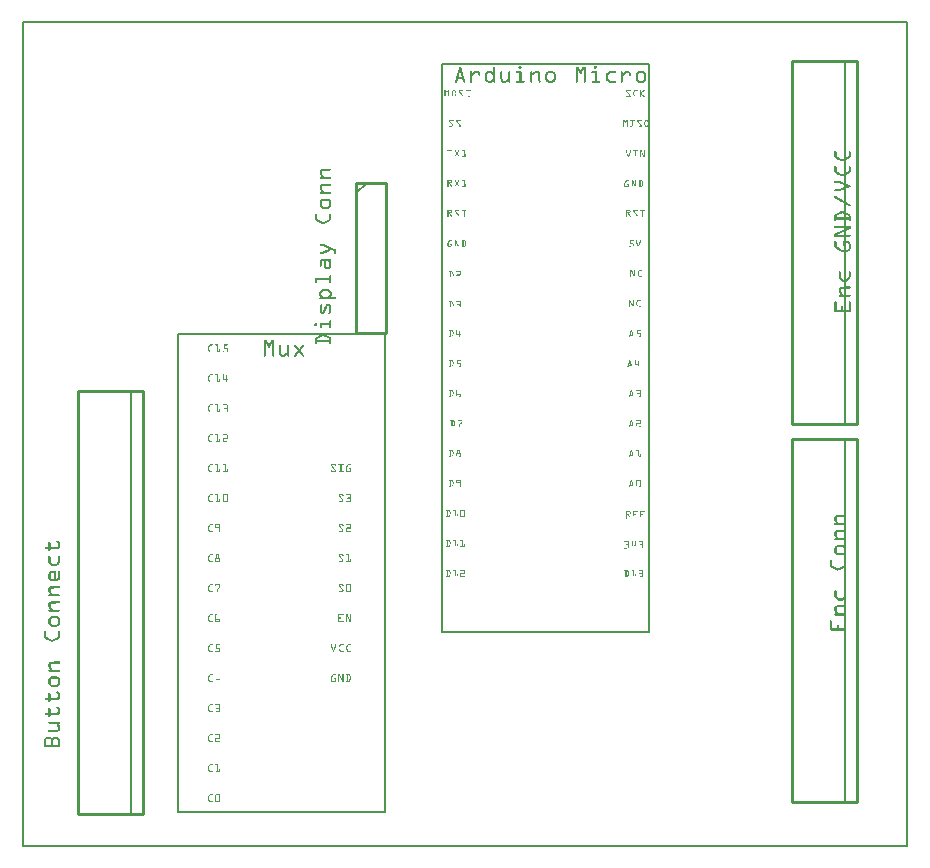
<source format=gto>
G04 MADE WITH FRITZING*
G04 WWW.FRITZING.ORG*
G04 DOUBLE SIDED*
G04 HOLES PLATED*
G04 CONTOUR ON CENTER OF CONTOUR VECTOR*
%ASAXBY*%
%FSLAX23Y23*%
%MOIN*%
%OFA0B0*%
%SFA1.0B1.0*%
%ADD10R,2.952760X2.755910X2.936760X2.739910*%
%ADD11C,0.008000*%
%ADD12C,0.010000*%
%ADD13C,0.005000*%
%ADD14R,0.001000X0.001000*%
%LNSILK1*%
G90*
G70*
G54D11*
X4Y2752D02*
X2949Y2752D01*
X2949Y4D01*
X4Y4D01*
X4Y2752D01*
D02*
G54D12*
X2566Y2620D02*
X2566Y1410D01*
D02*
X2566Y1410D02*
X2782Y1410D01*
D02*
X2782Y1410D02*
X2782Y2620D01*
D02*
X2782Y2620D02*
X2566Y2620D01*
G54D13*
D02*
X2742Y1410D02*
X2742Y2620D01*
G54D12*
D02*
X2566Y1360D02*
X2566Y150D01*
D02*
X2566Y150D02*
X2782Y150D01*
D02*
X2782Y150D02*
X2782Y1360D01*
D02*
X2782Y1360D02*
X2566Y1360D01*
G54D13*
D02*
X2742Y150D02*
X2742Y1360D01*
G54D12*
D02*
X186Y1520D02*
X186Y110D01*
D02*
X186Y110D02*
X402Y110D01*
D02*
X402Y110D02*
X402Y1520D01*
D02*
X402Y1520D02*
X186Y1520D01*
G54D13*
D02*
X362Y110D02*
X362Y1520D01*
G54D12*
D02*
X1114Y2215D02*
X1114Y1715D01*
D02*
X1114Y1715D02*
X1214Y1715D01*
D02*
X1214Y1715D02*
X1214Y2215D01*
D02*
X1214Y2215D02*
X1114Y2215D01*
G54D13*
D02*
X1114Y2180D02*
X1149Y2215D01*
G54D11*
X1398Y719D02*
X2090Y719D01*
X2090Y2611D01*
X1398Y2611D01*
X1398Y719D01*
D02*
X518Y119D02*
X1210Y119D01*
X1210Y1711D01*
X518Y1711D01*
X518Y119D01*
D02*
G54D14*
X1655Y2604D02*
X1662Y2604D01*
X1906Y2604D02*
X1913Y2604D01*
X1655Y2603D02*
X1663Y2603D01*
X1906Y2603D02*
X1914Y2603D01*
X1654Y2602D02*
X1664Y2602D01*
X1845Y2602D02*
X1852Y2602D01*
X1871Y2602D02*
X1878Y2602D01*
X1905Y2602D02*
X1915Y2602D01*
X1458Y2601D02*
X1462Y2601D01*
X1572Y2601D02*
X1576Y2601D01*
X1654Y2601D02*
X1664Y2601D01*
X1845Y2601D02*
X1853Y2601D01*
X1870Y2601D02*
X1878Y2601D01*
X1905Y2601D02*
X1915Y2601D01*
X1457Y2600D02*
X1463Y2600D01*
X1571Y2600D02*
X1577Y2600D01*
X1654Y2600D02*
X1664Y2600D01*
X1845Y2600D02*
X1854Y2600D01*
X1869Y2600D02*
X1878Y2600D01*
X1905Y2600D02*
X1915Y2600D01*
X1457Y2599D02*
X1463Y2599D01*
X1571Y2599D02*
X1577Y2599D01*
X1654Y2599D02*
X1664Y2599D01*
X1845Y2599D02*
X1855Y2599D01*
X1868Y2599D02*
X1878Y2599D01*
X1905Y2599D02*
X1915Y2599D01*
X1457Y2598D02*
X1463Y2598D01*
X1571Y2598D02*
X1577Y2598D01*
X1654Y2598D02*
X1664Y2598D01*
X1845Y2598D02*
X1855Y2598D01*
X1868Y2598D02*
X1878Y2598D01*
X1905Y2598D02*
X1915Y2598D01*
X1456Y2597D02*
X1463Y2597D01*
X1571Y2597D02*
X1577Y2597D01*
X1655Y2597D02*
X1663Y2597D01*
X1845Y2597D02*
X1856Y2597D01*
X1867Y2597D02*
X1878Y2597D01*
X1906Y2597D02*
X1914Y2597D01*
X1456Y2596D02*
X1464Y2596D01*
X1571Y2596D02*
X1577Y2596D01*
X1655Y2596D02*
X1662Y2596D01*
X1845Y2596D02*
X1857Y2596D01*
X1866Y2596D02*
X1878Y2596D01*
X1906Y2596D02*
X1913Y2596D01*
X1456Y2595D02*
X1464Y2595D01*
X1571Y2595D02*
X1577Y2595D01*
X1845Y2595D02*
X1857Y2595D01*
X1866Y2595D02*
X1878Y2595D01*
X1455Y2594D02*
X1464Y2594D01*
X1571Y2594D02*
X1577Y2594D01*
X1845Y2594D02*
X1858Y2594D01*
X1865Y2594D02*
X1878Y2594D01*
X1455Y2593D02*
X1465Y2593D01*
X1571Y2593D02*
X1577Y2593D01*
X1845Y2593D02*
X1859Y2593D01*
X1864Y2593D02*
X1878Y2593D01*
X1455Y2592D02*
X1465Y2592D01*
X1571Y2592D02*
X1577Y2592D01*
X1845Y2592D02*
X1859Y2592D01*
X1863Y2592D02*
X1878Y2592D01*
X1455Y2591D02*
X1465Y2591D01*
X1571Y2591D02*
X1577Y2591D01*
X1845Y2591D02*
X1851Y2591D01*
X1853Y2591D02*
X1860Y2591D01*
X1863Y2591D02*
X1870Y2591D01*
X1872Y2591D02*
X1878Y2591D01*
X1454Y2590D02*
X1466Y2590D01*
X1571Y2590D02*
X1577Y2590D01*
X1845Y2590D02*
X1851Y2590D01*
X1853Y2590D02*
X1870Y2590D01*
X1872Y2590D02*
X1878Y2590D01*
X1454Y2589D02*
X1466Y2589D01*
X1571Y2589D02*
X1577Y2589D01*
X1845Y2589D02*
X1851Y2589D01*
X1854Y2589D02*
X1869Y2589D01*
X1872Y2589D02*
X1878Y2589D01*
X1454Y2588D02*
X1466Y2588D01*
X1571Y2588D02*
X1577Y2588D01*
X1845Y2588D02*
X1851Y2588D01*
X1855Y2588D02*
X1868Y2588D01*
X1872Y2588D02*
X1878Y2588D01*
X1453Y2587D02*
X1466Y2587D01*
X1495Y2587D02*
X1497Y2587D01*
X1509Y2587D02*
X1519Y2587D01*
X1554Y2587D02*
X1563Y2587D01*
X1571Y2587D02*
X1577Y2587D01*
X1596Y2587D02*
X1598Y2587D01*
X1623Y2587D02*
X1625Y2587D01*
X1650Y2587D02*
X1661Y2587D01*
X1696Y2587D02*
X1698Y2587D01*
X1711Y2587D02*
X1719Y2587D01*
X1755Y2587D02*
X1767Y2587D01*
X1845Y2587D02*
X1851Y2587D01*
X1855Y2587D02*
X1867Y2587D01*
X1872Y2587D02*
X1878Y2587D01*
X1900Y2587D02*
X1912Y2587D01*
X1959Y2587D02*
X1976Y2587D01*
X1997Y2587D02*
X1999Y2587D01*
X2011Y2587D02*
X2021Y2587D01*
X2056Y2587D02*
X2068Y2587D01*
X1453Y2586D02*
X1467Y2586D01*
X1494Y2586D02*
X1498Y2586D01*
X1508Y2586D02*
X1521Y2586D01*
X1551Y2586D02*
X1566Y2586D01*
X1571Y2586D02*
X1577Y2586D01*
X1595Y2586D02*
X1599Y2586D01*
X1622Y2586D02*
X1626Y2586D01*
X1648Y2586D02*
X1663Y2586D01*
X1695Y2586D02*
X1699Y2586D01*
X1709Y2586D02*
X1721Y2586D01*
X1752Y2586D02*
X1770Y2586D01*
X1845Y2586D02*
X1851Y2586D01*
X1856Y2586D02*
X1867Y2586D01*
X1872Y2586D02*
X1878Y2586D01*
X1899Y2586D02*
X1914Y2586D01*
X1957Y2586D02*
X1978Y2586D01*
X1996Y2586D02*
X2000Y2586D01*
X2010Y2586D02*
X2023Y2586D01*
X2053Y2586D02*
X2071Y2586D01*
X1453Y2585D02*
X1459Y2585D01*
X1461Y2585D02*
X1467Y2585D01*
X1494Y2585D02*
X1499Y2585D01*
X1507Y2585D02*
X1523Y2585D01*
X1550Y2585D02*
X1567Y2585D01*
X1571Y2585D02*
X1577Y2585D01*
X1594Y2585D02*
X1599Y2585D01*
X1622Y2585D02*
X1627Y2585D01*
X1648Y2585D02*
X1663Y2585D01*
X1694Y2585D02*
X1700Y2585D01*
X1707Y2585D02*
X1723Y2585D01*
X1751Y2585D02*
X1771Y2585D01*
X1845Y2585D02*
X1851Y2585D01*
X1857Y2585D02*
X1866Y2585D01*
X1872Y2585D02*
X1878Y2585D01*
X1899Y2585D02*
X1914Y2585D01*
X1955Y2585D02*
X1978Y2585D01*
X1996Y2585D02*
X2001Y2585D01*
X2008Y2585D02*
X2025Y2585D01*
X2052Y2585D02*
X2073Y2585D01*
X1452Y2584D02*
X1459Y2584D01*
X1461Y2584D02*
X1467Y2584D01*
X1493Y2584D02*
X1499Y2584D01*
X1505Y2584D02*
X1524Y2584D01*
X1549Y2584D02*
X1568Y2584D01*
X1571Y2584D02*
X1577Y2584D01*
X1594Y2584D02*
X1600Y2584D01*
X1621Y2584D02*
X1627Y2584D01*
X1647Y2584D02*
X1664Y2584D01*
X1694Y2584D02*
X1700Y2584D01*
X1705Y2584D02*
X1724Y2584D01*
X1750Y2584D02*
X1773Y2584D01*
X1845Y2584D02*
X1851Y2584D01*
X1857Y2584D02*
X1865Y2584D01*
X1872Y2584D02*
X1878Y2584D01*
X1898Y2584D02*
X1915Y2584D01*
X1953Y2584D02*
X1979Y2584D01*
X1995Y2584D02*
X2001Y2584D01*
X2007Y2584D02*
X2026Y2584D01*
X2051Y2584D02*
X2074Y2584D01*
X1452Y2583D02*
X1458Y2583D01*
X1461Y2583D02*
X1468Y2583D01*
X1493Y2583D02*
X1499Y2583D01*
X1504Y2583D02*
X1525Y2583D01*
X1548Y2583D02*
X1577Y2583D01*
X1594Y2583D02*
X1600Y2583D01*
X1621Y2583D02*
X1627Y2583D01*
X1647Y2583D02*
X1664Y2583D01*
X1694Y2583D02*
X1700Y2583D01*
X1704Y2583D02*
X1725Y2583D01*
X1748Y2583D02*
X1774Y2583D01*
X1845Y2583D02*
X1851Y2583D01*
X1858Y2583D02*
X1865Y2583D01*
X1872Y2583D02*
X1878Y2583D01*
X1898Y2583D02*
X1915Y2583D01*
X1952Y2583D02*
X1978Y2583D01*
X1995Y2583D02*
X2001Y2583D01*
X2006Y2583D02*
X2027Y2583D01*
X2050Y2583D02*
X2075Y2583D01*
X1452Y2582D02*
X1458Y2582D01*
X1462Y2582D02*
X1468Y2582D01*
X1493Y2582D02*
X1499Y2582D01*
X1503Y2582D02*
X1526Y2582D01*
X1547Y2582D02*
X1577Y2582D01*
X1594Y2582D02*
X1600Y2582D01*
X1621Y2582D02*
X1627Y2582D01*
X1648Y2582D02*
X1664Y2582D01*
X1694Y2582D02*
X1700Y2582D01*
X1702Y2582D02*
X1725Y2582D01*
X1747Y2582D02*
X1775Y2582D01*
X1845Y2582D02*
X1851Y2582D01*
X1858Y2582D02*
X1864Y2582D01*
X1872Y2582D02*
X1878Y2582D01*
X1899Y2582D02*
X1915Y2582D01*
X1951Y2582D02*
X1978Y2582D01*
X1995Y2582D02*
X2001Y2582D01*
X2005Y2582D02*
X2027Y2582D01*
X2048Y2582D02*
X2076Y2582D01*
X1452Y2581D02*
X1458Y2581D01*
X1462Y2581D02*
X1468Y2581D01*
X1493Y2581D02*
X1499Y2581D01*
X1502Y2581D02*
X1526Y2581D01*
X1546Y2581D02*
X1577Y2581D01*
X1594Y2581D02*
X1600Y2581D01*
X1621Y2581D02*
X1627Y2581D01*
X1649Y2581D02*
X1664Y2581D01*
X1694Y2581D02*
X1726Y2581D01*
X1746Y2581D02*
X1776Y2581D01*
X1845Y2581D02*
X1851Y2581D01*
X1858Y2581D02*
X1864Y2581D01*
X1872Y2581D02*
X1878Y2581D01*
X1900Y2581D02*
X1915Y2581D01*
X1950Y2581D02*
X1977Y2581D01*
X1995Y2581D02*
X2001Y2581D01*
X2004Y2581D02*
X2028Y2581D01*
X2048Y2581D02*
X2077Y2581D01*
X1451Y2580D02*
X1458Y2580D01*
X1462Y2580D02*
X1468Y2580D01*
X1493Y2580D02*
X1511Y2580D01*
X1519Y2580D02*
X1526Y2580D01*
X1545Y2580D02*
X1554Y2580D01*
X1563Y2580D02*
X1577Y2580D01*
X1594Y2580D02*
X1600Y2580D01*
X1621Y2580D02*
X1627Y2580D01*
X1658Y2580D02*
X1664Y2580D01*
X1694Y2580D02*
X1711Y2580D01*
X1719Y2580D02*
X1726Y2580D01*
X1746Y2580D02*
X1755Y2580D01*
X1767Y2580D02*
X1776Y2580D01*
X1845Y2580D02*
X1851Y2580D01*
X1859Y2580D02*
X1864Y2580D01*
X1872Y2580D02*
X1878Y2580D01*
X1909Y2580D02*
X1915Y2580D01*
X1949Y2580D02*
X1959Y2580D01*
X1995Y2580D02*
X2012Y2580D01*
X2021Y2580D02*
X2028Y2580D01*
X2047Y2580D02*
X2056Y2580D01*
X2068Y2580D02*
X2078Y2580D01*
X1451Y2579D02*
X1457Y2579D01*
X1462Y2579D02*
X1469Y2579D01*
X1493Y2579D02*
X1509Y2579D01*
X1520Y2579D02*
X1527Y2579D01*
X1544Y2579D02*
X1553Y2579D01*
X1564Y2579D02*
X1577Y2579D01*
X1594Y2579D02*
X1600Y2579D01*
X1621Y2579D02*
X1627Y2579D01*
X1658Y2579D02*
X1664Y2579D01*
X1694Y2579D02*
X1709Y2579D01*
X1720Y2579D02*
X1727Y2579D01*
X1745Y2579D02*
X1753Y2579D01*
X1769Y2579D02*
X1777Y2579D01*
X1845Y2579D02*
X1851Y2579D01*
X1859Y2579D02*
X1864Y2579D01*
X1872Y2579D02*
X1878Y2579D01*
X1909Y2579D02*
X1915Y2579D01*
X1948Y2579D02*
X1958Y2579D01*
X1995Y2579D02*
X2011Y2579D01*
X2022Y2579D02*
X2029Y2579D01*
X2046Y2579D02*
X2055Y2579D01*
X2070Y2579D02*
X2078Y2579D01*
X1451Y2578D02*
X1457Y2578D01*
X1463Y2578D02*
X1469Y2578D01*
X1493Y2578D02*
X1508Y2578D01*
X1521Y2578D02*
X1527Y2578D01*
X1544Y2578D02*
X1551Y2578D01*
X1566Y2578D02*
X1577Y2578D01*
X1594Y2578D02*
X1600Y2578D01*
X1621Y2578D02*
X1627Y2578D01*
X1658Y2578D02*
X1664Y2578D01*
X1694Y2578D02*
X1708Y2578D01*
X1720Y2578D02*
X1727Y2578D01*
X1745Y2578D02*
X1752Y2578D01*
X1770Y2578D02*
X1777Y2578D01*
X1845Y2578D02*
X1851Y2578D01*
X1860Y2578D02*
X1863Y2578D01*
X1872Y2578D02*
X1878Y2578D01*
X1909Y2578D02*
X1915Y2578D01*
X1947Y2578D02*
X1957Y2578D01*
X1995Y2578D02*
X2010Y2578D01*
X2023Y2578D02*
X2029Y2578D01*
X2046Y2578D02*
X2053Y2578D01*
X2071Y2578D02*
X2078Y2578D01*
X1450Y2577D02*
X1457Y2577D01*
X1463Y2577D02*
X1469Y2577D01*
X1493Y2577D02*
X1507Y2577D01*
X1521Y2577D02*
X1527Y2577D01*
X1544Y2577D02*
X1550Y2577D01*
X1567Y2577D02*
X1577Y2577D01*
X1594Y2577D02*
X1600Y2577D01*
X1621Y2577D02*
X1627Y2577D01*
X1658Y2577D02*
X1664Y2577D01*
X1694Y2577D02*
X1706Y2577D01*
X1721Y2577D02*
X1727Y2577D01*
X1745Y2577D02*
X1751Y2577D01*
X1771Y2577D02*
X1778Y2577D01*
X1845Y2577D02*
X1851Y2577D01*
X1872Y2577D02*
X1878Y2577D01*
X1909Y2577D02*
X1915Y2577D01*
X1946Y2577D02*
X1955Y2577D01*
X1995Y2577D02*
X2009Y2577D01*
X2023Y2577D02*
X2029Y2577D01*
X2046Y2577D02*
X2052Y2577D01*
X2072Y2577D02*
X2079Y2577D01*
X1450Y2576D02*
X1456Y2576D01*
X1463Y2576D02*
X1470Y2576D01*
X1493Y2576D02*
X1506Y2576D01*
X1521Y2576D02*
X1527Y2576D01*
X1544Y2576D02*
X1550Y2576D01*
X1568Y2576D02*
X1577Y2576D01*
X1594Y2576D02*
X1600Y2576D01*
X1621Y2576D02*
X1627Y2576D01*
X1658Y2576D02*
X1664Y2576D01*
X1694Y2576D02*
X1705Y2576D01*
X1721Y2576D02*
X1727Y2576D01*
X1744Y2576D02*
X1751Y2576D01*
X1772Y2576D02*
X1778Y2576D01*
X1845Y2576D02*
X1851Y2576D01*
X1872Y2576D02*
X1878Y2576D01*
X1909Y2576D02*
X1915Y2576D01*
X1946Y2576D02*
X1954Y2576D01*
X1995Y2576D02*
X2008Y2576D01*
X2023Y2576D02*
X2029Y2576D01*
X2046Y2576D02*
X2052Y2576D01*
X2073Y2576D02*
X2079Y2576D01*
X1450Y2575D02*
X1456Y2575D01*
X1464Y2575D02*
X1470Y2575D01*
X1493Y2575D02*
X1505Y2575D01*
X1521Y2575D02*
X1527Y2575D01*
X1544Y2575D02*
X1550Y2575D01*
X1569Y2575D02*
X1577Y2575D01*
X1594Y2575D02*
X1600Y2575D01*
X1621Y2575D02*
X1627Y2575D01*
X1658Y2575D02*
X1664Y2575D01*
X1694Y2575D02*
X1703Y2575D01*
X1721Y2575D02*
X1727Y2575D01*
X1744Y2575D02*
X1750Y2575D01*
X1772Y2575D02*
X1778Y2575D01*
X1845Y2575D02*
X1851Y2575D01*
X1872Y2575D02*
X1878Y2575D01*
X1909Y2575D02*
X1915Y2575D01*
X1946Y2575D02*
X1953Y2575D01*
X1995Y2575D02*
X2007Y2575D01*
X2023Y2575D02*
X2029Y2575D01*
X2045Y2575D02*
X2052Y2575D01*
X2073Y2575D02*
X2079Y2575D01*
X1450Y2574D02*
X1456Y2574D01*
X1464Y2574D02*
X1470Y2574D01*
X1493Y2574D02*
X1504Y2574D01*
X1521Y2574D02*
X1527Y2574D01*
X1544Y2574D02*
X1550Y2574D01*
X1570Y2574D02*
X1577Y2574D01*
X1594Y2574D02*
X1600Y2574D01*
X1621Y2574D02*
X1627Y2574D01*
X1658Y2574D02*
X1664Y2574D01*
X1694Y2574D02*
X1702Y2574D01*
X1721Y2574D02*
X1727Y2574D01*
X1744Y2574D02*
X1750Y2574D01*
X1772Y2574D02*
X1778Y2574D01*
X1845Y2574D02*
X1851Y2574D01*
X1872Y2574D02*
X1878Y2574D01*
X1909Y2574D02*
X1915Y2574D01*
X1945Y2574D02*
X1952Y2574D01*
X1995Y2574D02*
X2005Y2574D01*
X2023Y2574D02*
X2029Y2574D01*
X2045Y2574D02*
X2051Y2574D01*
X2073Y2574D02*
X2079Y2574D01*
X1449Y2573D02*
X1456Y2573D01*
X1464Y2573D02*
X1470Y2573D01*
X1493Y2573D02*
X1502Y2573D01*
X1522Y2573D02*
X1526Y2573D01*
X1544Y2573D02*
X1550Y2573D01*
X1571Y2573D02*
X1577Y2573D01*
X1594Y2573D02*
X1600Y2573D01*
X1621Y2573D02*
X1627Y2573D01*
X1658Y2573D02*
X1664Y2573D01*
X1694Y2573D02*
X1700Y2573D01*
X1721Y2573D02*
X1727Y2573D01*
X1744Y2573D02*
X1750Y2573D01*
X1772Y2573D02*
X1778Y2573D01*
X1845Y2573D02*
X1851Y2573D01*
X1872Y2573D02*
X1878Y2573D01*
X1909Y2573D02*
X1915Y2573D01*
X1945Y2573D02*
X1951Y2573D01*
X1995Y2573D02*
X2004Y2573D01*
X2023Y2573D02*
X2028Y2573D01*
X2045Y2573D02*
X2051Y2573D01*
X2073Y2573D02*
X2079Y2573D01*
X1449Y2572D02*
X1455Y2572D01*
X1464Y2572D02*
X1471Y2572D01*
X1493Y2572D02*
X1501Y2572D01*
X1523Y2572D02*
X1525Y2572D01*
X1544Y2572D02*
X1550Y2572D01*
X1571Y2572D02*
X1577Y2572D01*
X1594Y2572D02*
X1600Y2572D01*
X1621Y2572D02*
X1627Y2572D01*
X1658Y2572D02*
X1664Y2572D01*
X1694Y2572D02*
X1700Y2572D01*
X1721Y2572D02*
X1727Y2572D01*
X1744Y2572D02*
X1750Y2572D01*
X1772Y2572D02*
X1778Y2572D01*
X1845Y2572D02*
X1851Y2572D01*
X1872Y2572D02*
X1878Y2572D01*
X1909Y2572D02*
X1915Y2572D01*
X1945Y2572D02*
X1951Y2572D01*
X1995Y2572D02*
X2003Y2572D01*
X2025Y2572D02*
X2027Y2572D01*
X2045Y2572D02*
X2051Y2572D01*
X2073Y2572D02*
X2079Y2572D01*
X1449Y2571D02*
X1455Y2571D01*
X1465Y2571D02*
X1471Y2571D01*
X1493Y2571D02*
X1500Y2571D01*
X1544Y2571D02*
X1550Y2571D01*
X1571Y2571D02*
X1577Y2571D01*
X1594Y2571D02*
X1600Y2571D01*
X1621Y2571D02*
X1627Y2571D01*
X1658Y2571D02*
X1664Y2571D01*
X1694Y2571D02*
X1700Y2571D01*
X1721Y2571D02*
X1727Y2571D01*
X1744Y2571D02*
X1750Y2571D01*
X1772Y2571D02*
X1778Y2571D01*
X1845Y2571D02*
X1851Y2571D01*
X1872Y2571D02*
X1878Y2571D01*
X1909Y2571D02*
X1915Y2571D01*
X1945Y2571D02*
X1951Y2571D01*
X1995Y2571D02*
X2002Y2571D01*
X2045Y2571D02*
X2051Y2571D01*
X2073Y2571D02*
X2079Y2571D01*
X1448Y2570D02*
X1455Y2570D01*
X1465Y2570D02*
X1471Y2570D01*
X1493Y2570D02*
X1499Y2570D01*
X1544Y2570D02*
X1550Y2570D01*
X1571Y2570D02*
X1577Y2570D01*
X1594Y2570D02*
X1600Y2570D01*
X1621Y2570D02*
X1627Y2570D01*
X1658Y2570D02*
X1664Y2570D01*
X1694Y2570D02*
X1700Y2570D01*
X1721Y2570D02*
X1727Y2570D01*
X1744Y2570D02*
X1750Y2570D01*
X1772Y2570D02*
X1778Y2570D01*
X1845Y2570D02*
X1851Y2570D01*
X1872Y2570D02*
X1878Y2570D01*
X1909Y2570D02*
X1915Y2570D01*
X1945Y2570D02*
X1951Y2570D01*
X1995Y2570D02*
X2001Y2570D01*
X2045Y2570D02*
X2051Y2570D01*
X2073Y2570D02*
X2079Y2570D01*
X1448Y2569D02*
X1454Y2569D01*
X1465Y2569D02*
X1472Y2569D01*
X1493Y2569D02*
X1499Y2569D01*
X1544Y2569D02*
X1550Y2569D01*
X1571Y2569D02*
X1577Y2569D01*
X1594Y2569D02*
X1600Y2569D01*
X1621Y2569D02*
X1627Y2569D01*
X1658Y2569D02*
X1664Y2569D01*
X1694Y2569D02*
X1700Y2569D01*
X1721Y2569D02*
X1727Y2569D01*
X1744Y2569D02*
X1750Y2569D01*
X1772Y2569D02*
X1778Y2569D01*
X1845Y2569D02*
X1851Y2569D01*
X1872Y2569D02*
X1878Y2569D01*
X1909Y2569D02*
X1915Y2569D01*
X1945Y2569D02*
X1951Y2569D01*
X1995Y2569D02*
X2001Y2569D01*
X2045Y2569D02*
X2051Y2569D01*
X2073Y2569D02*
X2079Y2569D01*
X1448Y2568D02*
X1454Y2568D01*
X1466Y2568D02*
X1472Y2568D01*
X1493Y2568D02*
X1499Y2568D01*
X1544Y2568D02*
X1550Y2568D01*
X1571Y2568D02*
X1577Y2568D01*
X1594Y2568D02*
X1600Y2568D01*
X1621Y2568D02*
X1627Y2568D01*
X1658Y2568D02*
X1664Y2568D01*
X1694Y2568D02*
X1700Y2568D01*
X1721Y2568D02*
X1727Y2568D01*
X1744Y2568D02*
X1750Y2568D01*
X1772Y2568D02*
X1778Y2568D01*
X1845Y2568D02*
X1851Y2568D01*
X1872Y2568D02*
X1878Y2568D01*
X1909Y2568D02*
X1915Y2568D01*
X1945Y2568D02*
X1951Y2568D01*
X1995Y2568D02*
X2001Y2568D01*
X2045Y2568D02*
X2051Y2568D01*
X2073Y2568D02*
X2079Y2568D01*
X1447Y2567D02*
X1454Y2567D01*
X1466Y2567D02*
X1472Y2567D01*
X1493Y2567D02*
X1499Y2567D01*
X1544Y2567D02*
X1550Y2567D01*
X1571Y2567D02*
X1577Y2567D01*
X1594Y2567D02*
X1600Y2567D01*
X1621Y2567D02*
X1627Y2567D01*
X1658Y2567D02*
X1664Y2567D01*
X1694Y2567D02*
X1700Y2567D01*
X1721Y2567D02*
X1727Y2567D01*
X1744Y2567D02*
X1750Y2567D01*
X1772Y2567D02*
X1778Y2567D01*
X1845Y2567D02*
X1851Y2567D01*
X1872Y2567D02*
X1878Y2567D01*
X1909Y2567D02*
X1915Y2567D01*
X1945Y2567D02*
X1951Y2567D01*
X1995Y2567D02*
X2001Y2567D01*
X2045Y2567D02*
X2051Y2567D01*
X2073Y2567D02*
X2079Y2567D01*
X1447Y2566D02*
X1473Y2566D01*
X1493Y2566D02*
X1499Y2566D01*
X1544Y2566D02*
X1550Y2566D01*
X1571Y2566D02*
X1577Y2566D01*
X1594Y2566D02*
X1600Y2566D01*
X1621Y2566D02*
X1627Y2566D01*
X1658Y2566D02*
X1664Y2566D01*
X1694Y2566D02*
X1700Y2566D01*
X1721Y2566D02*
X1727Y2566D01*
X1744Y2566D02*
X1750Y2566D01*
X1772Y2566D02*
X1778Y2566D01*
X1845Y2566D02*
X1851Y2566D01*
X1872Y2566D02*
X1878Y2566D01*
X1909Y2566D02*
X1915Y2566D01*
X1945Y2566D02*
X1951Y2566D01*
X1995Y2566D02*
X2001Y2566D01*
X2045Y2566D02*
X2051Y2566D01*
X2073Y2566D02*
X2079Y2566D01*
X1447Y2565D02*
X1473Y2565D01*
X1493Y2565D02*
X1499Y2565D01*
X1544Y2565D02*
X1550Y2565D01*
X1571Y2565D02*
X1577Y2565D01*
X1594Y2565D02*
X1600Y2565D01*
X1621Y2565D02*
X1627Y2565D01*
X1658Y2565D02*
X1664Y2565D01*
X1694Y2565D02*
X1700Y2565D01*
X1721Y2565D02*
X1727Y2565D01*
X1744Y2565D02*
X1750Y2565D01*
X1772Y2565D02*
X1778Y2565D01*
X1845Y2565D02*
X1851Y2565D01*
X1872Y2565D02*
X1878Y2565D01*
X1909Y2565D02*
X1915Y2565D01*
X1945Y2565D02*
X1951Y2565D01*
X1995Y2565D02*
X2001Y2565D01*
X2045Y2565D02*
X2051Y2565D01*
X2073Y2565D02*
X2079Y2565D01*
X1447Y2564D02*
X1473Y2564D01*
X1493Y2564D02*
X1499Y2564D01*
X1544Y2564D02*
X1550Y2564D01*
X1571Y2564D02*
X1577Y2564D01*
X1594Y2564D02*
X1600Y2564D01*
X1621Y2564D02*
X1627Y2564D01*
X1658Y2564D02*
X1664Y2564D01*
X1694Y2564D02*
X1700Y2564D01*
X1721Y2564D02*
X1727Y2564D01*
X1744Y2564D02*
X1750Y2564D01*
X1772Y2564D02*
X1778Y2564D01*
X1845Y2564D02*
X1851Y2564D01*
X1872Y2564D02*
X1878Y2564D01*
X1909Y2564D02*
X1915Y2564D01*
X1945Y2564D02*
X1951Y2564D01*
X1995Y2564D02*
X2001Y2564D01*
X2045Y2564D02*
X2051Y2564D01*
X2073Y2564D02*
X2079Y2564D01*
X1446Y2563D02*
X1473Y2563D01*
X1493Y2563D02*
X1499Y2563D01*
X1544Y2563D02*
X1550Y2563D01*
X1571Y2563D02*
X1577Y2563D01*
X1594Y2563D02*
X1600Y2563D01*
X1621Y2563D02*
X1627Y2563D01*
X1658Y2563D02*
X1664Y2563D01*
X1694Y2563D02*
X1700Y2563D01*
X1721Y2563D02*
X1727Y2563D01*
X1744Y2563D02*
X1750Y2563D01*
X1772Y2563D02*
X1778Y2563D01*
X1845Y2563D02*
X1851Y2563D01*
X1872Y2563D02*
X1878Y2563D01*
X1909Y2563D02*
X1915Y2563D01*
X1945Y2563D02*
X1951Y2563D01*
X1995Y2563D02*
X2001Y2563D01*
X2045Y2563D02*
X2051Y2563D01*
X2073Y2563D02*
X2079Y2563D01*
X1446Y2562D02*
X1474Y2562D01*
X1493Y2562D02*
X1499Y2562D01*
X1544Y2562D02*
X1550Y2562D01*
X1571Y2562D02*
X1577Y2562D01*
X1594Y2562D02*
X1600Y2562D01*
X1621Y2562D02*
X1627Y2562D01*
X1658Y2562D02*
X1664Y2562D01*
X1694Y2562D02*
X1700Y2562D01*
X1721Y2562D02*
X1727Y2562D01*
X1744Y2562D02*
X1750Y2562D01*
X1772Y2562D02*
X1778Y2562D01*
X1845Y2562D02*
X1851Y2562D01*
X1872Y2562D02*
X1878Y2562D01*
X1909Y2562D02*
X1915Y2562D01*
X1945Y2562D02*
X1951Y2562D01*
X1995Y2562D02*
X2001Y2562D01*
X2045Y2562D02*
X2051Y2562D01*
X2073Y2562D02*
X2079Y2562D01*
X1446Y2561D02*
X1474Y2561D01*
X1493Y2561D02*
X1499Y2561D01*
X1544Y2561D02*
X1550Y2561D01*
X1570Y2561D02*
X1577Y2561D01*
X1594Y2561D02*
X1600Y2561D01*
X1620Y2561D02*
X1627Y2561D01*
X1658Y2561D02*
X1664Y2561D01*
X1694Y2561D02*
X1700Y2561D01*
X1721Y2561D02*
X1727Y2561D01*
X1744Y2561D02*
X1750Y2561D01*
X1772Y2561D02*
X1778Y2561D01*
X1845Y2561D02*
X1851Y2561D01*
X1872Y2561D02*
X1878Y2561D01*
X1909Y2561D02*
X1915Y2561D01*
X1945Y2561D02*
X1952Y2561D01*
X1995Y2561D02*
X2001Y2561D01*
X2045Y2561D02*
X2051Y2561D01*
X2073Y2561D02*
X2079Y2561D01*
X1445Y2560D02*
X1474Y2560D01*
X1493Y2560D02*
X1499Y2560D01*
X1544Y2560D02*
X1550Y2560D01*
X1569Y2560D02*
X1577Y2560D01*
X1594Y2560D02*
X1600Y2560D01*
X1618Y2560D02*
X1627Y2560D01*
X1658Y2560D02*
X1664Y2560D01*
X1694Y2560D02*
X1700Y2560D01*
X1721Y2560D02*
X1727Y2560D01*
X1744Y2560D02*
X1750Y2560D01*
X1772Y2560D02*
X1778Y2560D01*
X1845Y2560D02*
X1851Y2560D01*
X1872Y2560D02*
X1878Y2560D01*
X1909Y2560D02*
X1915Y2560D01*
X1946Y2560D02*
X1953Y2560D01*
X1995Y2560D02*
X2001Y2560D01*
X2045Y2560D02*
X2052Y2560D01*
X2073Y2560D02*
X2079Y2560D01*
X1445Y2559D02*
X1451Y2559D01*
X1468Y2559D02*
X1475Y2559D01*
X1493Y2559D02*
X1499Y2559D01*
X1544Y2559D02*
X1550Y2559D01*
X1568Y2559D02*
X1577Y2559D01*
X1595Y2559D02*
X1601Y2559D01*
X1616Y2559D02*
X1627Y2559D01*
X1658Y2559D02*
X1664Y2559D01*
X1694Y2559D02*
X1700Y2559D01*
X1721Y2559D02*
X1727Y2559D01*
X1744Y2559D02*
X1751Y2559D01*
X1771Y2559D02*
X1778Y2559D01*
X1845Y2559D02*
X1851Y2559D01*
X1872Y2559D02*
X1878Y2559D01*
X1909Y2559D02*
X1915Y2559D01*
X1946Y2559D02*
X1954Y2559D01*
X1995Y2559D02*
X2001Y2559D01*
X2046Y2559D02*
X2052Y2559D01*
X2073Y2559D02*
X2079Y2559D01*
X1445Y2558D02*
X1451Y2558D01*
X1469Y2558D02*
X1475Y2558D01*
X1493Y2558D02*
X1499Y2558D01*
X1544Y2558D02*
X1551Y2558D01*
X1566Y2558D02*
X1577Y2558D01*
X1595Y2558D02*
X1601Y2558D01*
X1615Y2558D02*
X1627Y2558D01*
X1658Y2558D02*
X1664Y2558D01*
X1694Y2558D02*
X1700Y2558D01*
X1721Y2558D02*
X1727Y2558D01*
X1745Y2558D02*
X1751Y2558D01*
X1771Y2558D02*
X1778Y2558D01*
X1845Y2558D02*
X1851Y2558D01*
X1872Y2558D02*
X1878Y2558D01*
X1909Y2558D02*
X1915Y2558D01*
X1947Y2558D02*
X1956Y2558D01*
X1995Y2558D02*
X2001Y2558D01*
X2046Y2558D02*
X2053Y2558D01*
X2072Y2558D02*
X2079Y2558D01*
X1445Y2557D02*
X1451Y2557D01*
X1469Y2557D02*
X1475Y2557D01*
X1493Y2557D02*
X1499Y2557D01*
X1544Y2557D02*
X1552Y2557D01*
X1565Y2557D02*
X1577Y2557D01*
X1595Y2557D02*
X1601Y2557D01*
X1613Y2557D02*
X1627Y2557D01*
X1658Y2557D02*
X1664Y2557D01*
X1694Y2557D02*
X1700Y2557D01*
X1721Y2557D02*
X1727Y2557D01*
X1745Y2557D02*
X1752Y2557D01*
X1770Y2557D02*
X1777Y2557D01*
X1845Y2557D02*
X1851Y2557D01*
X1872Y2557D02*
X1878Y2557D01*
X1909Y2557D02*
X1915Y2557D01*
X1947Y2557D02*
X1957Y2557D01*
X1995Y2557D02*
X2001Y2557D01*
X2046Y2557D02*
X2054Y2557D01*
X2071Y2557D02*
X2078Y2557D01*
X1444Y2556D02*
X1451Y2556D01*
X1469Y2556D02*
X1475Y2556D01*
X1493Y2556D02*
X1499Y2556D01*
X1544Y2556D02*
X1553Y2556D01*
X1564Y2556D02*
X1577Y2556D01*
X1595Y2556D02*
X1602Y2556D01*
X1612Y2556D02*
X1627Y2556D01*
X1658Y2556D02*
X1664Y2556D01*
X1694Y2556D02*
X1700Y2556D01*
X1721Y2556D02*
X1727Y2556D01*
X1745Y2556D02*
X1754Y2556D01*
X1768Y2556D02*
X1777Y2556D01*
X1845Y2556D02*
X1851Y2556D01*
X1872Y2556D02*
X1878Y2556D01*
X1909Y2556D02*
X1915Y2556D01*
X1948Y2556D02*
X1958Y2556D01*
X1995Y2556D02*
X2001Y2556D01*
X2046Y2556D02*
X2055Y2556D01*
X2070Y2556D02*
X2078Y2556D01*
X1444Y2555D02*
X1450Y2555D01*
X1469Y2555D02*
X1476Y2555D01*
X1493Y2555D02*
X1499Y2555D01*
X1545Y2555D02*
X1555Y2555D01*
X1562Y2555D02*
X1577Y2555D01*
X1595Y2555D02*
X1603Y2555D01*
X1610Y2555D02*
X1627Y2555D01*
X1657Y2555D02*
X1664Y2555D01*
X1694Y2555D02*
X1700Y2555D01*
X1722Y2555D02*
X1727Y2555D01*
X1746Y2555D02*
X1756Y2555D01*
X1767Y2555D02*
X1776Y2555D01*
X1845Y2555D02*
X1851Y2555D01*
X1872Y2555D02*
X1878Y2555D01*
X1908Y2555D02*
X1915Y2555D01*
X1949Y2555D02*
X1960Y2555D01*
X1995Y2555D02*
X2001Y2555D01*
X2047Y2555D02*
X2057Y2555D01*
X2068Y2555D02*
X2077Y2555D01*
X1444Y2554D02*
X1450Y2554D01*
X1470Y2554D02*
X1476Y2554D01*
X1493Y2554D02*
X1499Y2554D01*
X1546Y2554D02*
X1577Y2554D01*
X1595Y2554D02*
X1627Y2554D01*
X1649Y2554D02*
X1673Y2554D01*
X1694Y2554D02*
X1700Y2554D01*
X1722Y2554D02*
X1728Y2554D01*
X1746Y2554D02*
X1775Y2554D01*
X1845Y2554D02*
X1851Y2554D01*
X1872Y2554D02*
X1878Y2554D01*
X1900Y2554D02*
X1924Y2554D01*
X1950Y2554D02*
X1977Y2554D01*
X1995Y2554D02*
X2001Y2554D01*
X2048Y2554D02*
X2077Y2554D01*
X1443Y2553D02*
X1450Y2553D01*
X1470Y2553D02*
X1476Y2553D01*
X1493Y2553D02*
X1499Y2553D01*
X1547Y2553D02*
X1577Y2553D01*
X1596Y2553D02*
X1619Y2553D01*
X1621Y2553D02*
X1627Y2553D01*
X1648Y2553D02*
X1674Y2553D01*
X1694Y2553D02*
X1700Y2553D01*
X1722Y2553D02*
X1728Y2553D01*
X1747Y2553D02*
X1775Y2553D01*
X1845Y2553D02*
X1851Y2553D01*
X1872Y2553D02*
X1878Y2553D01*
X1899Y2553D02*
X1925Y2553D01*
X1952Y2553D02*
X1978Y2553D01*
X1995Y2553D02*
X2001Y2553D01*
X2049Y2553D02*
X2076Y2553D01*
X1443Y2552D02*
X1449Y2552D01*
X1470Y2552D02*
X1477Y2552D01*
X1493Y2552D02*
X1499Y2552D01*
X1548Y2552D02*
X1569Y2552D01*
X1571Y2552D02*
X1577Y2552D01*
X1597Y2552D02*
X1617Y2552D01*
X1621Y2552D02*
X1627Y2552D01*
X1647Y2552D02*
X1674Y2552D01*
X1694Y2552D02*
X1700Y2552D01*
X1722Y2552D02*
X1728Y2552D01*
X1749Y2552D02*
X1773Y2552D01*
X1845Y2552D02*
X1851Y2552D01*
X1872Y2552D02*
X1878Y2552D01*
X1898Y2552D02*
X1925Y2552D01*
X1953Y2552D02*
X1979Y2552D01*
X1995Y2552D02*
X2001Y2552D01*
X2050Y2552D02*
X2075Y2552D01*
X1443Y2551D02*
X1449Y2551D01*
X1471Y2551D02*
X1477Y2551D01*
X1493Y2551D02*
X1499Y2551D01*
X1549Y2551D02*
X1568Y2551D01*
X1571Y2551D02*
X1577Y2551D01*
X1598Y2551D02*
X1616Y2551D01*
X1621Y2551D02*
X1627Y2551D01*
X1647Y2551D02*
X1674Y2551D01*
X1694Y2551D02*
X1700Y2551D01*
X1722Y2551D02*
X1728Y2551D01*
X1750Y2551D02*
X1772Y2551D01*
X1845Y2551D02*
X1851Y2551D01*
X1872Y2551D02*
X1878Y2551D01*
X1898Y2551D02*
X1925Y2551D01*
X1954Y2551D02*
X1979Y2551D01*
X1995Y2551D02*
X2001Y2551D01*
X2051Y2551D02*
X2074Y2551D01*
X1443Y2550D02*
X1449Y2550D01*
X1471Y2550D02*
X1476Y2550D01*
X1494Y2550D02*
X1499Y2550D01*
X1550Y2550D02*
X1567Y2550D01*
X1571Y2550D02*
X1577Y2550D01*
X1599Y2550D02*
X1614Y2550D01*
X1622Y2550D02*
X1627Y2550D01*
X1648Y2550D02*
X1674Y2550D01*
X1694Y2550D02*
X1700Y2550D01*
X1722Y2550D02*
X1727Y2550D01*
X1751Y2550D02*
X1771Y2550D01*
X1845Y2550D02*
X1850Y2550D01*
X1873Y2550D02*
X1878Y2550D01*
X1899Y2550D02*
X1925Y2550D01*
X1955Y2550D02*
X1978Y2550D01*
X1996Y2550D02*
X2001Y2550D01*
X2052Y2550D02*
X2072Y2550D01*
X1444Y2549D02*
X1448Y2549D01*
X1472Y2549D02*
X1476Y2549D01*
X1494Y2549D02*
X1498Y2549D01*
X1552Y2549D02*
X1565Y2549D01*
X1572Y2549D02*
X1576Y2549D01*
X1600Y2549D02*
X1612Y2549D01*
X1622Y2549D02*
X1626Y2549D01*
X1648Y2549D02*
X1673Y2549D01*
X1695Y2549D02*
X1699Y2549D01*
X1723Y2549D02*
X1727Y2549D01*
X1753Y2549D02*
X1770Y2549D01*
X1846Y2549D02*
X1850Y2549D01*
X1873Y2549D02*
X1877Y2549D01*
X1899Y2549D02*
X1924Y2549D01*
X1957Y2549D02*
X1978Y2549D01*
X1996Y2549D02*
X2000Y2549D01*
X2054Y2549D02*
X2071Y2549D01*
X1446Y2548D02*
X1446Y2548D01*
X1473Y2548D02*
X1474Y2548D01*
X1496Y2548D02*
X1496Y2548D01*
X1555Y2548D02*
X1562Y2548D01*
X1574Y2548D02*
X1574Y2548D01*
X1604Y2548D02*
X1609Y2548D01*
X1624Y2548D02*
X1624Y2548D01*
X1650Y2548D02*
X1671Y2548D01*
X1697Y2548D02*
X1697Y2548D01*
X1725Y2548D02*
X1725Y2548D01*
X1756Y2548D02*
X1766Y2548D01*
X1848Y2548D02*
X1848Y2548D01*
X1875Y2548D02*
X1875Y2548D01*
X1901Y2548D02*
X1922Y2548D01*
X1960Y2548D02*
X1976Y2548D01*
X1998Y2548D02*
X1998Y2548D01*
X2057Y2548D02*
X2068Y2548D01*
X1409Y2525D02*
X1411Y2525D01*
X1420Y2525D02*
X1423Y2525D01*
X1439Y2525D02*
X1440Y2525D01*
X1458Y2525D02*
X1467Y2525D01*
X1480Y2525D02*
X1493Y2525D01*
X2016Y2525D02*
X2024Y2525D01*
X2044Y2525D02*
X2051Y2525D01*
X2061Y2525D02*
X2061Y2525D01*
X2074Y2525D02*
X2074Y2525D01*
X1408Y2524D02*
X1412Y2524D01*
X1420Y2524D02*
X1423Y2524D01*
X1437Y2524D02*
X1442Y2524D01*
X1456Y2524D02*
X1469Y2524D01*
X1479Y2524D02*
X1494Y2524D01*
X2014Y2524D02*
X2027Y2524D01*
X2042Y2524D02*
X2052Y2524D01*
X2060Y2524D02*
X2062Y2524D01*
X2073Y2524D02*
X2075Y2524D01*
X1408Y2523D02*
X1413Y2523D01*
X1419Y2523D02*
X1423Y2523D01*
X1436Y2523D02*
X1442Y2523D01*
X1456Y2523D02*
X1470Y2523D01*
X1479Y2523D02*
X1494Y2523D01*
X2013Y2523D02*
X2028Y2523D01*
X2041Y2523D02*
X2052Y2523D01*
X2060Y2523D02*
X2062Y2523D01*
X2071Y2523D02*
X2075Y2523D01*
X1408Y2522D02*
X1414Y2522D01*
X1418Y2522D02*
X1423Y2522D01*
X1436Y2522D02*
X1443Y2522D01*
X1455Y2522D02*
X1470Y2522D01*
X1480Y2522D02*
X1493Y2522D01*
X2013Y2522D02*
X2028Y2522D01*
X2040Y2522D02*
X2051Y2522D01*
X2060Y2522D02*
X2062Y2522D01*
X2070Y2522D02*
X2074Y2522D01*
X1408Y2521D02*
X1414Y2521D01*
X1417Y2521D02*
X1423Y2521D01*
X1435Y2521D02*
X1438Y2521D01*
X1441Y2521D02*
X1443Y2521D01*
X1455Y2521D02*
X1458Y2521D01*
X1468Y2521D02*
X1470Y2521D01*
X1485Y2521D02*
X1487Y2521D01*
X2013Y2521D02*
X2016Y2521D01*
X2026Y2521D02*
X2028Y2521D01*
X2040Y2521D02*
X2043Y2521D01*
X2060Y2521D02*
X2062Y2521D01*
X2069Y2521D02*
X2073Y2521D01*
X1408Y2520D02*
X1415Y2520D01*
X1417Y2520D02*
X1423Y2520D01*
X1435Y2520D02*
X1437Y2520D01*
X1441Y2520D02*
X1444Y2520D01*
X1455Y2520D02*
X1458Y2520D01*
X1468Y2520D02*
X1470Y2520D01*
X1485Y2520D02*
X1487Y2520D01*
X2013Y2520D02*
X2016Y2520D01*
X2026Y2520D02*
X2028Y2520D01*
X2039Y2520D02*
X2042Y2520D01*
X2060Y2520D02*
X2062Y2520D01*
X2068Y2520D02*
X2072Y2520D01*
X1408Y2519D02*
X1411Y2519D01*
X1413Y2519D02*
X1419Y2519D01*
X1421Y2519D02*
X1423Y2519D01*
X1434Y2519D02*
X1437Y2519D01*
X1442Y2519D02*
X1444Y2519D01*
X1456Y2519D02*
X1459Y2519D01*
X1485Y2519D02*
X1487Y2519D01*
X2014Y2519D02*
X2017Y2519D01*
X2039Y2519D02*
X2042Y2519D01*
X2060Y2519D02*
X2062Y2519D01*
X2067Y2519D02*
X2071Y2519D01*
X1408Y2518D02*
X1411Y2518D01*
X1413Y2518D02*
X1418Y2518D01*
X1421Y2518D02*
X1423Y2518D01*
X1434Y2518D02*
X1436Y2518D01*
X1442Y2518D02*
X1445Y2518D01*
X1457Y2518D02*
X1460Y2518D01*
X1485Y2518D02*
X1487Y2518D01*
X2015Y2518D02*
X2018Y2518D01*
X2038Y2518D02*
X2041Y2518D01*
X2060Y2518D02*
X2062Y2518D01*
X2066Y2518D02*
X2070Y2518D01*
X1408Y2517D02*
X1411Y2517D01*
X1414Y2517D02*
X1418Y2517D01*
X1421Y2517D02*
X1423Y2517D01*
X1433Y2517D02*
X1436Y2517D01*
X1443Y2517D02*
X1445Y2517D01*
X1458Y2517D02*
X1461Y2517D01*
X1485Y2517D02*
X1487Y2517D01*
X2015Y2517D02*
X2019Y2517D01*
X2038Y2517D02*
X2041Y2517D01*
X2060Y2517D02*
X2062Y2517D01*
X2064Y2517D02*
X2069Y2517D01*
X1408Y2516D02*
X1411Y2516D01*
X1415Y2516D02*
X1417Y2516D01*
X1421Y2516D02*
X1423Y2516D01*
X1433Y2516D02*
X1435Y2516D01*
X1443Y2516D02*
X1446Y2516D01*
X1458Y2516D02*
X1462Y2516D01*
X1485Y2516D02*
X1487Y2516D01*
X2016Y2516D02*
X2019Y2516D01*
X2037Y2516D02*
X2040Y2516D01*
X2060Y2516D02*
X2067Y2516D01*
X1408Y2515D02*
X1411Y2515D01*
X1415Y2515D02*
X1417Y2515D01*
X1421Y2515D02*
X1423Y2515D01*
X1432Y2515D02*
X1435Y2515D01*
X1444Y2515D02*
X1446Y2515D01*
X1459Y2515D02*
X1462Y2515D01*
X1485Y2515D02*
X1487Y2515D01*
X2017Y2515D02*
X2020Y2515D01*
X2037Y2515D02*
X2040Y2515D01*
X2060Y2515D02*
X2066Y2515D01*
X1408Y2514D02*
X1411Y2514D01*
X1415Y2514D02*
X1416Y2514D01*
X1421Y2514D02*
X1423Y2514D01*
X1432Y2514D02*
X1434Y2514D01*
X1444Y2514D02*
X1447Y2514D01*
X1460Y2514D02*
X1463Y2514D01*
X1485Y2514D02*
X1487Y2514D01*
X2018Y2514D02*
X2021Y2514D01*
X2037Y2514D02*
X2039Y2514D01*
X2060Y2514D02*
X2065Y2514D01*
X1408Y2513D02*
X1411Y2513D01*
X1421Y2513D02*
X1423Y2513D01*
X1432Y2513D02*
X1434Y2513D01*
X1445Y2513D02*
X1447Y2513D01*
X1461Y2513D02*
X1464Y2513D01*
X1485Y2513D02*
X1487Y2513D01*
X2019Y2513D02*
X2022Y2513D01*
X2037Y2513D02*
X2039Y2513D01*
X2060Y2513D02*
X2064Y2513D01*
X1408Y2512D02*
X1411Y2512D01*
X1421Y2512D02*
X1423Y2512D01*
X1432Y2512D02*
X1434Y2512D01*
X1444Y2512D02*
X1447Y2512D01*
X1461Y2512D02*
X1465Y2512D01*
X1485Y2512D02*
X1487Y2512D01*
X2019Y2512D02*
X2023Y2512D01*
X2037Y2512D02*
X2039Y2512D01*
X2060Y2512D02*
X2064Y2512D01*
X1408Y2511D02*
X1411Y2511D01*
X1421Y2511D02*
X1423Y2511D01*
X1432Y2511D02*
X1434Y2511D01*
X1444Y2511D02*
X1447Y2511D01*
X1462Y2511D02*
X1465Y2511D01*
X1485Y2511D02*
X1487Y2511D01*
X2020Y2511D02*
X2023Y2511D01*
X2037Y2511D02*
X2039Y2511D01*
X2060Y2511D02*
X2065Y2511D01*
X1408Y2510D02*
X1411Y2510D01*
X1421Y2510D02*
X1423Y2510D01*
X1432Y2510D02*
X1435Y2510D01*
X1444Y2510D02*
X1446Y2510D01*
X1463Y2510D02*
X1466Y2510D01*
X1485Y2510D02*
X1487Y2510D01*
X2021Y2510D02*
X2024Y2510D01*
X2037Y2510D02*
X2040Y2510D01*
X2060Y2510D02*
X2066Y2510D01*
X1408Y2509D02*
X1411Y2509D01*
X1421Y2509D02*
X1423Y2509D01*
X1433Y2509D02*
X1435Y2509D01*
X1443Y2509D02*
X1446Y2509D01*
X1464Y2509D02*
X1467Y2509D01*
X1485Y2509D02*
X1487Y2509D01*
X2022Y2509D02*
X2025Y2509D01*
X2037Y2509D02*
X2040Y2509D01*
X2060Y2509D02*
X2067Y2509D01*
X1408Y2508D02*
X1411Y2508D01*
X1421Y2508D02*
X1423Y2508D01*
X1433Y2508D02*
X1436Y2508D01*
X1443Y2508D02*
X1446Y2508D01*
X1465Y2508D02*
X1468Y2508D01*
X1485Y2508D02*
X1487Y2508D01*
X2022Y2508D02*
X2026Y2508D01*
X2038Y2508D02*
X2041Y2508D01*
X2060Y2508D02*
X2062Y2508D01*
X2064Y2508D02*
X2068Y2508D01*
X1408Y2507D02*
X1411Y2507D01*
X1421Y2507D02*
X1423Y2507D01*
X1434Y2507D02*
X1436Y2507D01*
X1442Y2507D02*
X1445Y2507D01*
X1465Y2507D02*
X1469Y2507D01*
X1485Y2507D02*
X1487Y2507D01*
X2023Y2507D02*
X2026Y2507D01*
X2038Y2507D02*
X2041Y2507D01*
X2060Y2507D02*
X2062Y2507D01*
X2066Y2507D02*
X2070Y2507D01*
X1408Y2506D02*
X1411Y2506D01*
X1421Y2506D02*
X1423Y2506D01*
X1434Y2506D02*
X1437Y2506D01*
X1442Y2506D02*
X1445Y2506D01*
X1466Y2506D02*
X1469Y2506D01*
X1485Y2506D02*
X1487Y2506D01*
X2024Y2506D02*
X2027Y2506D01*
X2039Y2506D02*
X2042Y2506D01*
X2060Y2506D02*
X2062Y2506D01*
X2067Y2506D02*
X2071Y2506D01*
X1485Y2505D02*
X1487Y2505D01*
X2013Y2505D02*
X2015Y2505D01*
X2025Y2505D02*
X2028Y2505D01*
X2039Y2505D02*
X2042Y2505D01*
X2060Y2505D02*
X2062Y2505D01*
X2068Y2505D02*
X2072Y2505D01*
X1485Y2504D02*
X1487Y2504D01*
X2013Y2504D02*
X2015Y2504D01*
X2026Y2504D02*
X2028Y2504D01*
X2060Y2504D02*
X2062Y2504D01*
X2069Y2504D02*
X2073Y2504D01*
X1485Y2503D02*
X1492Y2503D01*
X2013Y2503D02*
X2028Y2503D01*
X2060Y2503D02*
X2062Y2503D01*
X2070Y2503D02*
X2074Y2503D01*
X1485Y2502D02*
X1494Y2502D01*
X2014Y2502D02*
X2028Y2502D01*
X2060Y2502D02*
X2062Y2502D01*
X2071Y2502D02*
X2075Y2502D01*
X1485Y2501D02*
X1494Y2501D01*
X2015Y2501D02*
X2026Y2501D01*
X2062Y2501D02*
X2062Y2501D01*
X2073Y2501D02*
X2075Y2501D01*
X1485Y2500D02*
X1493Y2500D01*
X2016Y2500D02*
X2024Y2500D01*
X2074Y2500D02*
X2074Y2500D01*
X2003Y2425D02*
X2006Y2425D01*
X2015Y2425D02*
X2018Y2425D01*
X2028Y2425D02*
X2038Y2425D01*
X2053Y2425D02*
X2061Y2425D01*
X2081Y2425D02*
X2081Y2425D01*
X1424Y2424D02*
X1437Y2424D01*
X1448Y2424D02*
X1460Y2424D01*
X2003Y2424D02*
X2007Y2424D01*
X2014Y2424D02*
X2018Y2424D01*
X2027Y2424D02*
X2042Y2424D01*
X2051Y2424D02*
X2064Y2424D01*
X2079Y2424D02*
X2083Y2424D01*
X1424Y2423D02*
X1438Y2423D01*
X1447Y2423D02*
X1461Y2423D01*
X2003Y2423D02*
X2008Y2423D01*
X2014Y2423D02*
X2018Y2423D01*
X2027Y2423D02*
X2042Y2423D01*
X2050Y2423D02*
X2064Y2423D01*
X2078Y2423D02*
X2084Y2423D01*
X1423Y2422D02*
X1438Y2422D01*
X1447Y2422D02*
X1462Y2422D01*
X2003Y2422D02*
X2008Y2422D01*
X2013Y2422D02*
X2018Y2422D01*
X2028Y2422D02*
X2041Y2422D01*
X2050Y2422D02*
X2065Y2422D01*
X2077Y2422D02*
X2085Y2422D01*
X1423Y2421D02*
X1426Y2421D01*
X1436Y2421D02*
X1438Y2421D01*
X1447Y2421D02*
X1449Y2421D01*
X1459Y2421D02*
X1462Y2421D01*
X2003Y2421D02*
X2009Y2421D01*
X2012Y2421D02*
X2018Y2421D01*
X2033Y2421D02*
X2035Y2421D01*
X2050Y2421D02*
X2053Y2421D01*
X2063Y2421D02*
X2065Y2421D01*
X2077Y2421D02*
X2080Y2421D01*
X2083Y2421D02*
X2085Y2421D01*
X1424Y2420D02*
X1426Y2420D01*
X1436Y2420D02*
X1438Y2420D01*
X1447Y2420D02*
X1450Y2420D01*
X1460Y2420D02*
X1462Y2420D01*
X2003Y2420D02*
X2010Y2420D01*
X2012Y2420D02*
X2018Y2420D01*
X2033Y2420D02*
X2035Y2420D01*
X2050Y2420D02*
X2053Y2420D01*
X2063Y2420D02*
X2065Y2420D01*
X2076Y2420D02*
X2079Y2420D01*
X2083Y2420D02*
X2086Y2420D01*
X1424Y2419D02*
X1427Y2419D01*
X1448Y2419D02*
X1451Y2419D01*
X2003Y2419D02*
X2005Y2419D01*
X2007Y2419D02*
X2014Y2419D01*
X2016Y2419D02*
X2018Y2419D01*
X2033Y2419D02*
X2035Y2419D01*
X2051Y2419D02*
X2054Y2419D01*
X2076Y2419D02*
X2079Y2419D01*
X2084Y2419D02*
X2086Y2419D01*
X1425Y2418D02*
X1428Y2418D01*
X1448Y2418D02*
X1452Y2418D01*
X2003Y2418D02*
X2005Y2418D01*
X2008Y2418D02*
X2013Y2418D01*
X2016Y2418D02*
X2018Y2418D01*
X2033Y2418D02*
X2035Y2418D01*
X2052Y2418D02*
X2055Y2418D01*
X2075Y2418D02*
X2078Y2418D01*
X2084Y2418D02*
X2087Y2418D01*
X1426Y2417D02*
X1429Y2417D01*
X1449Y2417D02*
X1452Y2417D01*
X2003Y2417D02*
X2005Y2417D01*
X2009Y2417D02*
X2012Y2417D01*
X2016Y2417D02*
X2018Y2417D01*
X2033Y2417D02*
X2035Y2417D01*
X2052Y2417D02*
X2056Y2417D01*
X2075Y2417D02*
X2078Y2417D01*
X2085Y2417D02*
X2087Y2417D01*
X1426Y2416D02*
X1430Y2416D01*
X1450Y2416D02*
X1453Y2416D01*
X2003Y2416D02*
X2005Y2416D01*
X2009Y2416D02*
X2012Y2416D01*
X2016Y2416D02*
X2018Y2416D01*
X2033Y2416D02*
X2035Y2416D01*
X2053Y2416D02*
X2056Y2416D01*
X2074Y2416D02*
X2077Y2416D01*
X2085Y2416D02*
X2088Y2416D01*
X1427Y2415D02*
X1430Y2415D01*
X1451Y2415D02*
X1454Y2415D01*
X2003Y2415D02*
X2005Y2415D01*
X2010Y2415D02*
X2012Y2415D01*
X2016Y2415D02*
X2018Y2415D01*
X2033Y2415D02*
X2035Y2415D01*
X2054Y2415D02*
X2057Y2415D01*
X2074Y2415D02*
X2077Y2415D01*
X2086Y2415D02*
X2088Y2415D01*
X1428Y2414D02*
X1431Y2414D01*
X1451Y2414D02*
X1455Y2414D01*
X2003Y2414D02*
X2005Y2414D01*
X2010Y2414D02*
X2011Y2414D01*
X2016Y2414D02*
X2018Y2414D01*
X2033Y2414D02*
X2035Y2414D01*
X2055Y2414D02*
X2058Y2414D01*
X2074Y2414D02*
X2076Y2414D01*
X2086Y2414D02*
X2088Y2414D01*
X1429Y2413D02*
X1432Y2413D01*
X1452Y2413D02*
X1455Y2413D01*
X2003Y2413D02*
X2005Y2413D01*
X2016Y2413D02*
X2018Y2413D01*
X2033Y2413D02*
X2035Y2413D01*
X2056Y2413D02*
X2059Y2413D01*
X2074Y2413D02*
X2076Y2413D01*
X2086Y2413D02*
X2089Y2413D01*
X1429Y2412D02*
X1433Y2412D01*
X1453Y2412D02*
X1456Y2412D01*
X2003Y2412D02*
X2005Y2412D01*
X2016Y2412D02*
X2018Y2412D01*
X2033Y2412D02*
X2035Y2412D01*
X2056Y2412D02*
X2060Y2412D01*
X2074Y2412D02*
X2076Y2412D01*
X2086Y2412D02*
X2089Y2412D01*
X1430Y2411D02*
X1433Y2411D01*
X1454Y2411D02*
X1457Y2411D01*
X2003Y2411D02*
X2005Y2411D01*
X2016Y2411D02*
X2018Y2411D01*
X2033Y2411D02*
X2035Y2411D01*
X2057Y2411D02*
X2060Y2411D01*
X2074Y2411D02*
X2076Y2411D01*
X2086Y2411D02*
X2089Y2411D01*
X1431Y2410D02*
X1434Y2410D01*
X1455Y2410D02*
X1458Y2410D01*
X2003Y2410D02*
X2005Y2410D01*
X2016Y2410D02*
X2018Y2410D01*
X2033Y2410D02*
X2035Y2410D01*
X2058Y2410D02*
X2061Y2410D01*
X2074Y2410D02*
X2076Y2410D01*
X2086Y2410D02*
X2088Y2410D01*
X1432Y2409D02*
X1435Y2409D01*
X1455Y2409D02*
X1459Y2409D01*
X2003Y2409D02*
X2005Y2409D01*
X2016Y2409D02*
X2018Y2409D01*
X2033Y2409D02*
X2035Y2409D01*
X2059Y2409D02*
X2062Y2409D01*
X2074Y2409D02*
X2077Y2409D01*
X2085Y2409D02*
X2088Y2409D01*
X1433Y2408D02*
X1436Y2408D01*
X1456Y2408D02*
X1459Y2408D01*
X2003Y2408D02*
X2005Y2408D01*
X2016Y2408D02*
X2018Y2408D01*
X2033Y2408D02*
X2035Y2408D01*
X2059Y2408D02*
X2063Y2408D01*
X2075Y2408D02*
X2078Y2408D01*
X2085Y2408D02*
X2087Y2408D01*
X1433Y2407D02*
X1437Y2407D01*
X1457Y2407D02*
X1460Y2407D01*
X2003Y2407D02*
X2005Y2407D01*
X2016Y2407D02*
X2018Y2407D01*
X2033Y2407D02*
X2035Y2407D01*
X2060Y2407D02*
X2063Y2407D01*
X2075Y2407D02*
X2078Y2407D01*
X2084Y2407D02*
X2087Y2407D01*
X1434Y2406D02*
X1437Y2406D01*
X1458Y2406D02*
X1461Y2406D01*
X2003Y2406D02*
X2005Y2406D01*
X2016Y2406D02*
X2018Y2406D01*
X2033Y2406D02*
X2035Y2406D01*
X2061Y2406D02*
X2064Y2406D01*
X2076Y2406D02*
X2079Y2406D01*
X2084Y2406D02*
X2086Y2406D01*
X1424Y2405D02*
X1425Y2405D01*
X1435Y2405D02*
X1438Y2405D01*
X1447Y2405D02*
X1449Y2405D01*
X1458Y2405D02*
X1461Y2405D01*
X2003Y2405D02*
X2005Y2405D01*
X2016Y2405D02*
X2018Y2405D01*
X2033Y2405D02*
X2035Y2405D01*
X2050Y2405D02*
X2052Y2405D01*
X2062Y2405D02*
X2065Y2405D01*
X2076Y2405D02*
X2079Y2405D01*
X2083Y2405D02*
X2086Y2405D01*
X1423Y2404D02*
X1426Y2404D01*
X1459Y2404D02*
X1462Y2404D01*
X2003Y2404D02*
X2005Y2404D01*
X2016Y2404D02*
X2018Y2404D01*
X2033Y2404D02*
X2034Y2404D01*
X2063Y2404D02*
X2065Y2404D01*
X2077Y2404D02*
X2080Y2404D01*
X2083Y2404D02*
X2085Y2404D01*
X1423Y2403D02*
X1431Y2403D01*
X1457Y2403D02*
X1462Y2403D01*
X2003Y2403D02*
X2005Y2403D01*
X2016Y2403D02*
X2018Y2403D01*
X2028Y2403D02*
X2031Y2403D01*
X2057Y2403D02*
X2065Y2403D01*
X2077Y2403D02*
X2085Y2403D01*
X1424Y2402D02*
X1428Y2402D01*
X1460Y2402D02*
X1461Y2402D01*
X2003Y2402D02*
X2005Y2402D01*
X2016Y2402D02*
X2018Y2402D01*
X2027Y2402D02*
X2028Y2402D01*
X2060Y2402D02*
X2065Y2402D01*
X2078Y2402D02*
X2084Y2402D01*
X1425Y2401D02*
X1426Y2401D01*
X2003Y2401D02*
X2005Y2401D01*
X2016Y2401D02*
X2018Y2401D01*
X2062Y2401D02*
X2064Y2401D01*
X2079Y2401D02*
X2084Y2401D01*
X2004Y2400D02*
X2004Y2400D01*
X2017Y2400D02*
X2017Y2400D01*
X2080Y2400D02*
X2082Y2400D01*
X1419Y2325D02*
X1433Y2325D01*
X1456Y2325D02*
X1456Y2325D01*
X1466Y2325D02*
X1474Y2325D01*
X2014Y2325D02*
X2014Y2325D01*
X2027Y2325D02*
X2027Y2325D01*
X2038Y2325D02*
X2038Y2325D01*
X2050Y2325D02*
X2051Y2325D01*
X2060Y2325D02*
X2063Y2325D01*
X2074Y2325D02*
X2074Y2325D01*
X1418Y2324D02*
X1433Y2324D01*
X1442Y2324D02*
X1444Y2324D01*
X1455Y2324D02*
X1457Y2324D01*
X1465Y2324D02*
X1474Y2324D01*
X2013Y2324D02*
X2015Y2324D01*
X2026Y2324D02*
X2028Y2324D01*
X2037Y2324D02*
X2052Y2324D01*
X2060Y2324D02*
X2064Y2324D01*
X2073Y2324D02*
X2075Y2324D01*
X1418Y2323D02*
X1433Y2323D01*
X1442Y2323D02*
X1445Y2323D01*
X1454Y2323D02*
X1457Y2323D01*
X1465Y2323D02*
X1474Y2323D01*
X2013Y2323D02*
X2015Y2323D01*
X2026Y2323D02*
X2028Y2323D01*
X2037Y2323D02*
X2052Y2323D01*
X2060Y2323D02*
X2064Y2323D01*
X2073Y2323D02*
X2075Y2323D01*
X1418Y2322D02*
X1433Y2322D01*
X1442Y2322D02*
X1445Y2322D01*
X1453Y2322D02*
X1456Y2322D01*
X1466Y2322D02*
X1474Y2322D01*
X2013Y2322D02*
X2015Y2322D01*
X2026Y2322D02*
X2028Y2322D01*
X2038Y2322D02*
X2051Y2322D01*
X2060Y2322D02*
X2065Y2322D01*
X2073Y2322D02*
X2075Y2322D01*
X1418Y2321D02*
X1421Y2321D01*
X1425Y2321D02*
X1427Y2321D01*
X1431Y2321D02*
X1433Y2321D01*
X1443Y2321D02*
X1446Y2321D01*
X1453Y2321D02*
X1456Y2321D01*
X1472Y2321D02*
X1474Y2321D01*
X2013Y2321D02*
X2015Y2321D01*
X2026Y2321D02*
X2028Y2321D01*
X2043Y2321D02*
X2045Y2321D01*
X2060Y2321D02*
X2065Y2321D01*
X2073Y2321D02*
X2075Y2321D01*
X2710Y2321D02*
X2712Y2321D01*
X2757Y2321D02*
X2759Y2321D01*
X1418Y2320D02*
X1420Y2320D01*
X1425Y2320D02*
X1427Y2320D01*
X1431Y2320D02*
X1433Y2320D01*
X1443Y2320D02*
X1446Y2320D01*
X1452Y2320D02*
X1455Y2320D01*
X1472Y2320D02*
X1474Y2320D01*
X2013Y2320D02*
X2015Y2320D01*
X2026Y2320D02*
X2028Y2320D01*
X2043Y2320D02*
X2045Y2320D01*
X2060Y2320D02*
X2066Y2320D01*
X2073Y2320D02*
X2075Y2320D01*
X2708Y2320D02*
X2713Y2320D01*
X2756Y2320D02*
X2760Y2320D01*
X1425Y2319D02*
X1427Y2319D01*
X1444Y2319D02*
X1447Y2319D01*
X1452Y2319D02*
X1455Y2319D01*
X1472Y2319D02*
X1474Y2319D01*
X2013Y2319D02*
X2015Y2319D01*
X2026Y2319D02*
X2028Y2319D01*
X2043Y2319D02*
X2045Y2319D01*
X2060Y2319D02*
X2066Y2319D01*
X2073Y2319D02*
X2075Y2319D01*
X2708Y2319D02*
X2713Y2319D01*
X2755Y2319D02*
X2760Y2319D01*
X1425Y2318D02*
X1427Y2318D01*
X1445Y2318D02*
X1447Y2318D01*
X1451Y2318D02*
X1454Y2318D01*
X1472Y2318D02*
X1474Y2318D01*
X2013Y2318D02*
X2016Y2318D01*
X2026Y2318D02*
X2028Y2318D01*
X2043Y2318D02*
X2045Y2318D01*
X2060Y2318D02*
X2062Y2318D01*
X2064Y2318D02*
X2067Y2318D01*
X2073Y2318D02*
X2075Y2318D01*
X2708Y2318D02*
X2714Y2318D01*
X2755Y2318D02*
X2761Y2318D01*
X1425Y2317D02*
X1427Y2317D01*
X1445Y2317D02*
X1448Y2317D01*
X1451Y2317D02*
X1453Y2317D01*
X1472Y2317D02*
X1474Y2317D01*
X2013Y2317D02*
X2016Y2317D01*
X2025Y2317D02*
X2028Y2317D01*
X2043Y2317D02*
X2045Y2317D01*
X2060Y2317D02*
X2062Y2317D01*
X2064Y2317D02*
X2067Y2317D01*
X2073Y2317D02*
X2075Y2317D01*
X2708Y2317D02*
X2714Y2317D01*
X2755Y2317D02*
X2761Y2317D01*
X1425Y2316D02*
X1427Y2316D01*
X1446Y2316D02*
X1453Y2316D01*
X1472Y2316D02*
X1474Y2316D01*
X2014Y2316D02*
X2016Y2316D01*
X2025Y2316D02*
X2028Y2316D01*
X2043Y2316D02*
X2045Y2316D01*
X2060Y2316D02*
X2062Y2316D01*
X2065Y2316D02*
X2067Y2316D01*
X2073Y2316D02*
X2075Y2316D01*
X2708Y2316D02*
X2714Y2316D01*
X2755Y2316D02*
X2761Y2316D01*
X1425Y2315D02*
X1427Y2315D01*
X1446Y2315D02*
X1452Y2315D01*
X1472Y2315D02*
X1474Y2315D01*
X2014Y2315D02*
X2017Y2315D01*
X2025Y2315D02*
X2027Y2315D01*
X2043Y2315D02*
X2045Y2315D01*
X2060Y2315D02*
X2062Y2315D01*
X2065Y2315D02*
X2068Y2315D01*
X2073Y2315D02*
X2075Y2315D01*
X2708Y2315D02*
X2714Y2315D01*
X2755Y2315D02*
X2761Y2315D01*
X1425Y2314D02*
X1427Y2314D01*
X1447Y2314D02*
X1452Y2314D01*
X1472Y2314D02*
X1474Y2314D01*
X2015Y2314D02*
X2017Y2314D01*
X2024Y2314D02*
X2027Y2314D01*
X2043Y2314D02*
X2045Y2314D01*
X2060Y2314D02*
X2062Y2314D01*
X2066Y2314D02*
X2068Y2314D01*
X2073Y2314D02*
X2075Y2314D01*
X2708Y2314D02*
X2714Y2314D01*
X2755Y2314D02*
X2761Y2314D01*
X1425Y2313D02*
X1427Y2313D01*
X1448Y2313D02*
X1451Y2313D01*
X1472Y2313D02*
X1474Y2313D01*
X2015Y2313D02*
X2017Y2313D01*
X2024Y2313D02*
X2026Y2313D01*
X2043Y2313D02*
X2045Y2313D01*
X2060Y2313D02*
X2062Y2313D01*
X2066Y2313D02*
X2069Y2313D01*
X2073Y2313D02*
X2075Y2313D01*
X2708Y2313D02*
X2714Y2313D01*
X2755Y2313D02*
X2761Y2313D01*
X1425Y2312D02*
X1427Y2312D01*
X1448Y2312D02*
X1451Y2312D01*
X1472Y2312D02*
X1474Y2312D01*
X2015Y2312D02*
X2018Y2312D01*
X2024Y2312D02*
X2026Y2312D01*
X2043Y2312D02*
X2045Y2312D01*
X2060Y2312D02*
X2062Y2312D01*
X2067Y2312D02*
X2069Y2312D01*
X2073Y2312D02*
X2075Y2312D01*
X2708Y2312D02*
X2714Y2312D01*
X2755Y2312D02*
X2761Y2312D01*
X1425Y2311D02*
X1427Y2311D01*
X1447Y2311D02*
X1452Y2311D01*
X1472Y2311D02*
X1474Y2311D01*
X1479Y2311D02*
X1480Y2311D01*
X2016Y2311D02*
X2018Y2311D01*
X2023Y2311D02*
X2026Y2311D01*
X2043Y2311D02*
X2045Y2311D01*
X2060Y2311D02*
X2062Y2311D01*
X2067Y2311D02*
X2070Y2311D01*
X2073Y2311D02*
X2075Y2311D01*
X2708Y2311D02*
X2714Y2311D01*
X2755Y2311D02*
X2761Y2311D01*
X1425Y2310D02*
X1427Y2310D01*
X1446Y2310D02*
X1452Y2310D01*
X1472Y2310D02*
X1474Y2310D01*
X1478Y2310D02*
X1480Y2310D01*
X2016Y2310D02*
X2019Y2310D01*
X2023Y2310D02*
X2025Y2310D01*
X2043Y2310D02*
X2045Y2310D01*
X2060Y2310D02*
X2062Y2310D01*
X2067Y2310D02*
X2070Y2310D01*
X2073Y2310D02*
X2075Y2310D01*
X2708Y2310D02*
X2714Y2310D01*
X2755Y2310D02*
X2761Y2310D01*
X1425Y2309D02*
X1427Y2309D01*
X1446Y2309D02*
X1453Y2309D01*
X1472Y2309D02*
X1474Y2309D01*
X1478Y2309D02*
X1480Y2309D01*
X2016Y2309D02*
X2019Y2309D01*
X2022Y2309D02*
X2025Y2309D01*
X2043Y2309D02*
X2045Y2309D01*
X2060Y2309D02*
X2062Y2309D01*
X2068Y2309D02*
X2070Y2309D01*
X2073Y2309D02*
X2075Y2309D01*
X2708Y2309D02*
X2714Y2309D01*
X2755Y2309D02*
X2761Y2309D01*
X1425Y2308D02*
X1427Y2308D01*
X1445Y2308D02*
X1448Y2308D01*
X1450Y2308D02*
X1453Y2308D01*
X1472Y2308D02*
X1474Y2308D01*
X1478Y2308D02*
X1480Y2308D01*
X2017Y2308D02*
X2019Y2308D01*
X2022Y2308D02*
X2024Y2308D01*
X2043Y2308D02*
X2045Y2308D01*
X2060Y2308D02*
X2062Y2308D01*
X2068Y2308D02*
X2071Y2308D01*
X2073Y2308D02*
X2075Y2308D01*
X2708Y2308D02*
X2714Y2308D01*
X2755Y2308D02*
X2761Y2308D01*
X1425Y2307D02*
X1427Y2307D01*
X1445Y2307D02*
X1448Y2307D01*
X1451Y2307D02*
X1454Y2307D01*
X1472Y2307D02*
X1474Y2307D01*
X1478Y2307D02*
X1480Y2307D01*
X2017Y2307D02*
X2020Y2307D01*
X2022Y2307D02*
X2024Y2307D01*
X2043Y2307D02*
X2045Y2307D01*
X2060Y2307D02*
X2062Y2307D01*
X2069Y2307D02*
X2071Y2307D01*
X2073Y2307D02*
X2075Y2307D01*
X2708Y2307D02*
X2714Y2307D01*
X2755Y2307D02*
X2761Y2307D01*
X1425Y2306D02*
X1427Y2306D01*
X1444Y2306D02*
X1447Y2306D01*
X1452Y2306D02*
X1454Y2306D01*
X1472Y2306D02*
X1474Y2306D01*
X1478Y2306D02*
X1480Y2306D01*
X2018Y2306D02*
X2024Y2306D01*
X2043Y2306D02*
X2045Y2306D01*
X2060Y2306D02*
X2062Y2306D01*
X2069Y2306D02*
X2075Y2306D01*
X2708Y2306D02*
X2714Y2306D01*
X2755Y2306D02*
X2761Y2306D01*
X1425Y2305D02*
X1427Y2305D01*
X1452Y2305D02*
X1455Y2305D01*
X1472Y2305D02*
X1474Y2305D01*
X1478Y2305D02*
X1480Y2305D01*
X2018Y2305D02*
X2023Y2305D01*
X2060Y2305D02*
X2062Y2305D01*
X2070Y2305D02*
X2075Y2305D01*
X2708Y2305D02*
X2714Y2305D01*
X2755Y2305D02*
X2761Y2305D01*
X1425Y2304D02*
X1427Y2304D01*
X1454Y2304D02*
X1456Y2304D01*
X1472Y2304D02*
X1474Y2304D01*
X1478Y2304D02*
X1480Y2304D01*
X2018Y2304D02*
X2023Y2304D01*
X2060Y2304D02*
X2062Y2304D01*
X2070Y2304D02*
X2075Y2304D01*
X2708Y2304D02*
X2714Y2304D01*
X2755Y2304D02*
X2761Y2304D01*
X1425Y2303D02*
X1427Y2303D01*
X1466Y2303D02*
X1480Y2303D01*
X2019Y2303D02*
X2023Y2303D01*
X2060Y2303D02*
X2062Y2303D01*
X2070Y2303D02*
X2075Y2303D01*
X2708Y2303D02*
X2714Y2303D01*
X2754Y2303D02*
X2761Y2303D01*
X1425Y2302D02*
X1427Y2302D01*
X1465Y2302D02*
X1480Y2302D01*
X2019Y2302D02*
X2022Y2302D01*
X2060Y2302D02*
X2062Y2302D01*
X2071Y2302D02*
X2075Y2302D01*
X2708Y2302D02*
X2715Y2302D01*
X2753Y2302D02*
X2760Y2302D01*
X1425Y2301D02*
X1426Y2301D01*
X1465Y2301D02*
X1480Y2301D01*
X2020Y2301D02*
X2022Y2301D01*
X2062Y2301D02*
X2062Y2301D01*
X2071Y2301D02*
X2075Y2301D01*
X2708Y2301D02*
X2717Y2301D01*
X2751Y2301D02*
X2760Y2301D01*
X1466Y2300D02*
X1479Y2300D01*
X2021Y2300D02*
X2021Y2300D01*
X2072Y2300D02*
X2075Y2300D01*
X2709Y2300D02*
X2719Y2300D01*
X2749Y2300D02*
X2759Y2300D01*
X2709Y2299D02*
X2721Y2299D01*
X2747Y2299D02*
X2759Y2299D01*
X2710Y2298D02*
X2723Y2298D01*
X2745Y2298D02*
X2758Y2298D01*
X2711Y2297D02*
X2725Y2297D01*
X2743Y2297D02*
X2757Y2297D01*
X2713Y2296D02*
X2727Y2296D01*
X2741Y2296D02*
X2756Y2296D01*
X2714Y2295D02*
X2729Y2295D01*
X2739Y2295D02*
X2754Y2295D01*
X2716Y2294D02*
X2732Y2294D01*
X2736Y2294D02*
X2752Y2294D01*
X2718Y2293D02*
X2750Y2293D01*
X2720Y2292D02*
X2748Y2292D01*
X2722Y2291D02*
X2746Y2291D01*
X2724Y2290D02*
X2744Y2290D01*
X2726Y2289D02*
X2742Y2289D01*
X2729Y2288D02*
X2739Y2288D01*
X2732Y2287D02*
X2736Y2287D01*
X2710Y2271D02*
X2711Y2271D01*
X2757Y2271D02*
X2758Y2271D01*
X2709Y2270D02*
X2713Y2270D01*
X2756Y2270D02*
X2760Y2270D01*
X2708Y2269D02*
X2713Y2269D01*
X2755Y2269D02*
X2760Y2269D01*
X2708Y2268D02*
X2713Y2268D01*
X2755Y2268D02*
X2761Y2268D01*
X2708Y2267D02*
X2714Y2267D01*
X2755Y2267D02*
X2761Y2267D01*
X2708Y2266D02*
X2714Y2266D01*
X2755Y2266D02*
X2761Y2266D01*
X2708Y2265D02*
X2714Y2265D01*
X2755Y2265D02*
X2761Y2265D01*
X2708Y2264D02*
X2714Y2264D01*
X2755Y2264D02*
X2761Y2264D01*
X2708Y2263D02*
X2714Y2263D01*
X2755Y2263D02*
X2761Y2263D01*
X1002Y2262D02*
X1029Y2262D01*
X2708Y2262D02*
X2714Y2262D01*
X2755Y2262D02*
X2761Y2262D01*
X998Y2261D02*
X1030Y2261D01*
X2708Y2261D02*
X2714Y2261D01*
X2755Y2261D02*
X2761Y2261D01*
X996Y2260D02*
X1030Y2260D01*
X2708Y2260D02*
X2714Y2260D01*
X2755Y2260D02*
X2761Y2260D01*
X995Y2259D02*
X1030Y2259D01*
X2708Y2259D02*
X2714Y2259D01*
X2755Y2259D02*
X2761Y2259D01*
X994Y2258D02*
X1030Y2258D01*
X2708Y2258D02*
X2714Y2258D01*
X2755Y2258D02*
X2761Y2258D01*
X993Y2257D02*
X1029Y2257D01*
X2708Y2257D02*
X2714Y2257D01*
X2755Y2257D02*
X2761Y2257D01*
X993Y2256D02*
X1027Y2256D01*
X2708Y2256D02*
X2714Y2256D01*
X2755Y2256D02*
X2761Y2256D01*
X992Y2255D02*
X1002Y2255D01*
X2708Y2255D02*
X2714Y2255D01*
X2755Y2255D02*
X2761Y2255D01*
X992Y2254D02*
X999Y2254D01*
X2708Y2254D02*
X2714Y2254D01*
X2755Y2254D02*
X2761Y2254D01*
X992Y2253D02*
X998Y2253D01*
X2708Y2253D02*
X2714Y2253D01*
X2754Y2253D02*
X2761Y2253D01*
X992Y2252D02*
X998Y2252D01*
X2708Y2252D02*
X2715Y2252D01*
X2753Y2252D02*
X2760Y2252D01*
X992Y2251D02*
X998Y2251D01*
X2708Y2251D02*
X2717Y2251D01*
X2751Y2251D02*
X2760Y2251D01*
X992Y2250D02*
X998Y2250D01*
X2709Y2250D02*
X2719Y2250D01*
X2749Y2250D02*
X2759Y2250D01*
X992Y2249D02*
X998Y2249D01*
X2709Y2249D02*
X2721Y2249D01*
X2747Y2249D02*
X2759Y2249D01*
X992Y2248D02*
X998Y2248D01*
X2710Y2248D02*
X2723Y2248D01*
X2745Y2248D02*
X2758Y2248D01*
X992Y2247D02*
X998Y2247D01*
X2711Y2247D02*
X2725Y2247D01*
X2744Y2247D02*
X2757Y2247D01*
X992Y2246D02*
X998Y2246D01*
X2712Y2246D02*
X2727Y2246D01*
X2742Y2246D02*
X2756Y2246D01*
X992Y2245D02*
X999Y2245D01*
X2714Y2245D02*
X2729Y2245D01*
X2740Y2245D02*
X2754Y2245D01*
X993Y2244D02*
X999Y2244D01*
X2716Y2244D02*
X2731Y2244D01*
X2737Y2244D02*
X2752Y2244D01*
X993Y2243D02*
X1000Y2243D01*
X2718Y2243D02*
X2750Y2243D01*
X993Y2242D02*
X1001Y2242D01*
X2720Y2242D02*
X2748Y2242D01*
X994Y2241D02*
X1001Y2241D01*
X2722Y2241D02*
X2746Y2241D01*
X995Y2240D02*
X1002Y2240D01*
X2724Y2240D02*
X2744Y2240D01*
X995Y2239D02*
X1003Y2239D01*
X2726Y2239D02*
X2742Y2239D01*
X996Y2238D02*
X1003Y2238D01*
X2728Y2238D02*
X2740Y2238D01*
X997Y2237D02*
X1004Y2237D01*
X2731Y2237D02*
X2737Y2237D01*
X997Y2236D02*
X1005Y2236D01*
X994Y2235D02*
X1028Y2235D01*
X993Y2234D02*
X1029Y2234D01*
X992Y2233D02*
X1030Y2233D01*
X992Y2232D02*
X1030Y2232D01*
X992Y2231D02*
X1030Y2231D01*
X992Y2230D02*
X1030Y2230D01*
X993Y2229D02*
X1029Y2229D01*
X1418Y2225D02*
X1429Y2225D01*
X1456Y2225D02*
X1456Y2225D01*
X1466Y2225D02*
X1474Y2225D01*
X2016Y2225D02*
X2022Y2225D01*
X2032Y2225D02*
X2035Y2225D01*
X2056Y2225D02*
X2063Y2225D01*
X1418Y2224D02*
X1432Y2224D01*
X1442Y2224D02*
X1444Y2224D01*
X1455Y2224D02*
X1457Y2224D01*
X1465Y2224D02*
X1474Y2224D01*
X2015Y2224D02*
X2023Y2224D01*
X2032Y2224D02*
X2035Y2224D01*
X2045Y2224D02*
X2047Y2224D01*
X2055Y2224D02*
X2065Y2224D01*
X1418Y2223D02*
X1432Y2223D01*
X1442Y2223D02*
X1445Y2223D01*
X1454Y2223D02*
X1457Y2223D01*
X1465Y2223D02*
X1474Y2223D01*
X2014Y2223D02*
X2023Y2223D01*
X2032Y2223D02*
X2036Y2223D01*
X2044Y2223D02*
X2047Y2223D01*
X2055Y2223D02*
X2066Y2223D01*
X1418Y2222D02*
X1433Y2222D01*
X1442Y2222D02*
X1445Y2222D01*
X1453Y2222D02*
X1456Y2222D01*
X1466Y2222D02*
X1474Y2222D01*
X2013Y2222D02*
X2022Y2222D01*
X2032Y2222D02*
X2036Y2222D01*
X2044Y2222D02*
X2047Y2222D01*
X2056Y2222D02*
X2066Y2222D01*
X1418Y2221D02*
X1421Y2221D01*
X1431Y2221D02*
X1433Y2221D01*
X1443Y2221D02*
X1446Y2221D01*
X1453Y2221D02*
X1456Y2221D01*
X1472Y2221D02*
X1474Y2221D01*
X2012Y2221D02*
X2015Y2221D01*
X2032Y2221D02*
X2037Y2221D01*
X2044Y2221D02*
X2047Y2221D01*
X2058Y2221D02*
X2061Y2221D01*
X2064Y2221D02*
X2067Y2221D01*
X2711Y2221D02*
X2722Y2221D01*
X1418Y2220D02*
X1421Y2220D01*
X1431Y2220D02*
X1433Y2220D01*
X1443Y2220D02*
X1446Y2220D01*
X1452Y2220D02*
X1455Y2220D01*
X1472Y2220D02*
X1474Y2220D01*
X2011Y2220D02*
X2014Y2220D01*
X2032Y2220D02*
X2037Y2220D01*
X2044Y2220D02*
X2047Y2220D01*
X2058Y2220D02*
X2061Y2220D01*
X2065Y2220D02*
X2067Y2220D01*
X2709Y2220D02*
X2725Y2220D01*
X1418Y2219D02*
X1421Y2219D01*
X1431Y2219D02*
X1433Y2219D01*
X1444Y2219D02*
X1447Y2219D01*
X1452Y2219D02*
X1454Y2219D01*
X1472Y2219D02*
X1474Y2219D01*
X2011Y2219D02*
X2014Y2219D01*
X2032Y2219D02*
X2038Y2219D01*
X2044Y2219D02*
X2047Y2219D01*
X2058Y2219D02*
X2061Y2219D01*
X2065Y2219D02*
X2068Y2219D01*
X2708Y2219D02*
X2728Y2219D01*
X1418Y2218D02*
X1421Y2218D01*
X1431Y2218D02*
X1433Y2218D01*
X1445Y2218D02*
X1448Y2218D01*
X1451Y2218D02*
X1454Y2218D01*
X1472Y2218D02*
X1474Y2218D01*
X2010Y2218D02*
X2013Y2218D01*
X2032Y2218D02*
X2038Y2218D01*
X2044Y2218D02*
X2047Y2218D01*
X2058Y2218D02*
X2061Y2218D01*
X2066Y2218D02*
X2068Y2218D01*
X2708Y2218D02*
X2730Y2218D01*
X1418Y2217D02*
X1421Y2217D01*
X1430Y2217D02*
X1433Y2217D01*
X1445Y2217D02*
X1448Y2217D01*
X1450Y2217D02*
X1453Y2217D01*
X1472Y2217D02*
X1474Y2217D01*
X2009Y2217D02*
X2012Y2217D01*
X2032Y2217D02*
X2034Y2217D01*
X2036Y2217D02*
X2038Y2217D01*
X2044Y2217D02*
X2047Y2217D01*
X2058Y2217D02*
X2061Y2217D01*
X2066Y2217D02*
X2069Y2217D01*
X2708Y2217D02*
X2733Y2217D01*
X1418Y2216D02*
X1433Y2216D01*
X1446Y2216D02*
X1453Y2216D01*
X1472Y2216D02*
X1474Y2216D01*
X2009Y2216D02*
X2011Y2216D01*
X2032Y2216D02*
X2034Y2216D01*
X2036Y2216D02*
X2039Y2216D01*
X2044Y2216D02*
X2047Y2216D01*
X2058Y2216D02*
X2061Y2216D01*
X2067Y2216D02*
X2069Y2216D01*
X2708Y2216D02*
X2735Y2216D01*
X1418Y2215D02*
X1432Y2215D01*
X1446Y2215D02*
X1452Y2215D01*
X1472Y2215D02*
X1474Y2215D01*
X2008Y2215D02*
X2011Y2215D01*
X2032Y2215D02*
X2034Y2215D01*
X2037Y2215D02*
X2039Y2215D01*
X2044Y2215D02*
X2047Y2215D01*
X2058Y2215D02*
X2061Y2215D01*
X2067Y2215D02*
X2070Y2215D01*
X2709Y2215D02*
X2738Y2215D01*
X1418Y2214D02*
X1430Y2214D01*
X1447Y2214D02*
X1452Y2214D01*
X1472Y2214D02*
X1474Y2214D01*
X2008Y2214D02*
X2010Y2214D01*
X2032Y2214D02*
X2034Y2214D01*
X2037Y2214D02*
X2040Y2214D01*
X2044Y2214D02*
X2047Y2214D01*
X2058Y2214D02*
X2061Y2214D01*
X2068Y2214D02*
X2070Y2214D01*
X2711Y2214D02*
X2740Y2214D01*
X1418Y2213D02*
X1421Y2213D01*
X1424Y2213D02*
X1427Y2213D01*
X1448Y2213D02*
X1451Y2213D01*
X1472Y2213D02*
X1474Y2213D01*
X2008Y2213D02*
X2010Y2213D01*
X2032Y2213D02*
X2034Y2213D01*
X2038Y2213D02*
X2040Y2213D01*
X2044Y2213D02*
X2047Y2213D01*
X2058Y2213D02*
X2061Y2213D01*
X2068Y2213D02*
X2070Y2213D01*
X2725Y2213D02*
X2743Y2213D01*
X1008Y2212D02*
X1029Y2212D01*
X1418Y2212D02*
X1421Y2212D01*
X1425Y2212D02*
X1428Y2212D01*
X1448Y2212D02*
X1451Y2212D01*
X1472Y2212D02*
X1474Y2212D01*
X2008Y2212D02*
X2010Y2212D01*
X2032Y2212D02*
X2034Y2212D01*
X2038Y2212D02*
X2041Y2212D01*
X2044Y2212D02*
X2047Y2212D01*
X2058Y2212D02*
X2061Y2212D01*
X2068Y2212D02*
X2070Y2212D01*
X2727Y2212D02*
X2746Y2212D01*
X998Y2211D02*
X1030Y2211D01*
X1418Y2211D02*
X1421Y2211D01*
X1425Y2211D02*
X1428Y2211D01*
X1447Y2211D02*
X1452Y2211D01*
X1472Y2211D02*
X1474Y2211D01*
X1479Y2211D02*
X1480Y2211D01*
X2008Y2211D02*
X2010Y2211D01*
X2017Y2211D02*
X2023Y2211D01*
X2032Y2211D02*
X2034Y2211D01*
X2038Y2211D02*
X2041Y2211D01*
X2044Y2211D02*
X2047Y2211D01*
X2058Y2211D02*
X2061Y2211D01*
X2068Y2211D02*
X2070Y2211D01*
X2730Y2211D02*
X2748Y2211D01*
X996Y2210D02*
X1030Y2210D01*
X1418Y2210D02*
X1421Y2210D01*
X1426Y2210D02*
X1429Y2210D01*
X1446Y2210D02*
X1452Y2210D01*
X1472Y2210D02*
X1474Y2210D01*
X1478Y2210D02*
X1480Y2210D01*
X2008Y2210D02*
X2010Y2210D01*
X2016Y2210D02*
X2023Y2210D01*
X2032Y2210D02*
X2034Y2210D01*
X2039Y2210D02*
X2042Y2210D01*
X2044Y2210D02*
X2047Y2210D01*
X2058Y2210D02*
X2061Y2210D01*
X2067Y2210D02*
X2070Y2210D01*
X2732Y2210D02*
X2751Y2210D01*
X995Y2209D02*
X1030Y2209D01*
X1418Y2209D02*
X1421Y2209D01*
X1426Y2209D02*
X1429Y2209D01*
X1446Y2209D02*
X1453Y2209D01*
X1472Y2209D02*
X1474Y2209D01*
X1478Y2209D02*
X1480Y2209D01*
X2008Y2209D02*
X2010Y2209D01*
X2016Y2209D02*
X2023Y2209D01*
X2032Y2209D02*
X2034Y2209D01*
X2039Y2209D02*
X2042Y2209D01*
X2044Y2209D02*
X2047Y2209D01*
X2058Y2209D02*
X2061Y2209D01*
X2067Y2209D02*
X2069Y2209D01*
X2735Y2209D02*
X2753Y2209D01*
X994Y2208D02*
X1030Y2208D01*
X1418Y2208D02*
X1421Y2208D01*
X1427Y2208D02*
X1430Y2208D01*
X1445Y2208D02*
X1448Y2208D01*
X1451Y2208D02*
X1453Y2208D01*
X1472Y2208D02*
X1474Y2208D01*
X1478Y2208D02*
X1480Y2208D01*
X2008Y2208D02*
X2010Y2208D01*
X2021Y2208D02*
X2023Y2208D01*
X2032Y2208D02*
X2034Y2208D01*
X2040Y2208D02*
X2042Y2208D01*
X2044Y2208D02*
X2047Y2208D01*
X2058Y2208D02*
X2061Y2208D01*
X2066Y2208D02*
X2069Y2208D01*
X2737Y2208D02*
X2756Y2208D01*
X993Y2207D02*
X1029Y2207D01*
X1418Y2207D02*
X1421Y2207D01*
X1428Y2207D02*
X1430Y2207D01*
X1445Y2207D02*
X1447Y2207D01*
X1451Y2207D02*
X1454Y2207D01*
X1472Y2207D02*
X1474Y2207D01*
X1478Y2207D02*
X1480Y2207D01*
X2008Y2207D02*
X2010Y2207D01*
X2021Y2207D02*
X2023Y2207D01*
X2032Y2207D02*
X2034Y2207D01*
X2040Y2207D02*
X2047Y2207D01*
X2058Y2207D02*
X2061Y2207D01*
X2066Y2207D02*
X2068Y2207D01*
X2740Y2207D02*
X2758Y2207D01*
X993Y2206D02*
X1028Y2206D01*
X1418Y2206D02*
X1421Y2206D01*
X1428Y2206D02*
X1431Y2206D01*
X1444Y2206D02*
X1447Y2206D01*
X1452Y2206D02*
X1455Y2206D01*
X1472Y2206D02*
X1474Y2206D01*
X1478Y2206D02*
X1480Y2206D01*
X2008Y2206D02*
X2010Y2206D01*
X2021Y2206D02*
X2023Y2206D01*
X2032Y2206D02*
X2034Y2206D01*
X2041Y2206D02*
X2047Y2206D01*
X2058Y2206D02*
X2061Y2206D01*
X2065Y2206D02*
X2068Y2206D01*
X2743Y2206D02*
X2760Y2206D01*
X992Y2205D02*
X1007Y2205D01*
X1418Y2205D02*
X1421Y2205D01*
X1429Y2205D02*
X1432Y2205D01*
X1452Y2205D02*
X1455Y2205D01*
X1472Y2205D02*
X1474Y2205D01*
X1478Y2205D02*
X1480Y2205D01*
X2008Y2205D02*
X2010Y2205D01*
X2021Y2205D02*
X2023Y2205D01*
X2032Y2205D02*
X2034Y2205D01*
X2047Y2205D02*
X2047Y2205D01*
X2058Y2205D02*
X2061Y2205D01*
X2065Y2205D02*
X2067Y2205D01*
X2745Y2205D02*
X2760Y2205D01*
X992Y2204D02*
X999Y2204D01*
X1418Y2204D02*
X1421Y2204D01*
X1429Y2204D02*
X1432Y2204D01*
X1454Y2204D02*
X1456Y2204D01*
X1472Y2204D02*
X1474Y2204D01*
X1478Y2204D02*
X1480Y2204D01*
X2008Y2204D02*
X2011Y2204D01*
X2021Y2204D02*
X2023Y2204D01*
X2032Y2204D02*
X2034Y2204D01*
X2058Y2204D02*
X2061Y2204D01*
X2064Y2204D02*
X2067Y2204D01*
X2748Y2204D02*
X2761Y2204D01*
X992Y2203D02*
X998Y2203D01*
X1418Y2203D02*
X1421Y2203D01*
X1430Y2203D02*
X1431Y2203D01*
X1466Y2203D02*
X1480Y2203D01*
X2008Y2203D02*
X2023Y2203D01*
X2057Y2203D02*
X2066Y2203D01*
X2747Y2203D02*
X2761Y2203D01*
X992Y2202D02*
X998Y2202D01*
X1418Y2202D02*
X1421Y2202D01*
X1465Y2202D02*
X1480Y2202D01*
X2009Y2202D02*
X2022Y2202D01*
X2060Y2202D02*
X2066Y2202D01*
X2744Y2202D02*
X2760Y2202D01*
X992Y2201D02*
X998Y2201D01*
X1418Y2201D02*
X1420Y2201D01*
X1465Y2201D02*
X1480Y2201D01*
X2010Y2201D02*
X2021Y2201D01*
X2062Y2201D02*
X2065Y2201D01*
X2741Y2201D02*
X2759Y2201D01*
X992Y2200D02*
X998Y2200D01*
X1419Y2200D02*
X1419Y2200D01*
X1466Y2200D02*
X1479Y2200D01*
X2012Y2200D02*
X2019Y2200D01*
X2739Y2200D02*
X2757Y2200D01*
X992Y2199D02*
X998Y2199D01*
X2736Y2199D02*
X2755Y2199D01*
X992Y2198D02*
X998Y2198D01*
X2734Y2198D02*
X2752Y2198D01*
X992Y2197D02*
X998Y2197D01*
X2731Y2197D02*
X2750Y2197D01*
X992Y2196D02*
X998Y2196D01*
X2729Y2196D02*
X2747Y2196D01*
X992Y2195D02*
X999Y2195D01*
X2726Y2195D02*
X2745Y2195D01*
X992Y2194D02*
X999Y2194D01*
X2724Y2194D02*
X2742Y2194D01*
X993Y2193D02*
X1000Y2193D01*
X2709Y2193D02*
X2739Y2193D01*
X993Y2192D02*
X1001Y2192D01*
X2708Y2192D02*
X2737Y2192D01*
X994Y2191D02*
X1001Y2191D01*
X2708Y2191D02*
X2734Y2191D01*
X995Y2190D02*
X1002Y2190D01*
X2708Y2190D02*
X2732Y2190D01*
X995Y2189D02*
X1003Y2189D01*
X2708Y2189D02*
X2729Y2189D01*
X996Y2188D02*
X1003Y2188D01*
X2708Y2188D02*
X2727Y2188D01*
X996Y2187D02*
X1004Y2187D01*
X2709Y2187D02*
X2724Y2187D01*
X997Y2186D02*
X1005Y2186D01*
X994Y2185D02*
X1027Y2185D01*
X993Y2184D02*
X1029Y2184D01*
X992Y2183D02*
X1030Y2183D01*
X992Y2182D02*
X1030Y2182D01*
X992Y2181D02*
X1030Y2181D01*
X992Y2180D02*
X1030Y2180D01*
X993Y2179D02*
X1029Y2179D01*
X2709Y2170D02*
X2712Y2170D01*
X2708Y2169D02*
X2714Y2169D01*
X2708Y2168D02*
X2716Y2168D01*
X2708Y2167D02*
X2718Y2167D01*
X2708Y2166D02*
X2719Y2166D01*
X2708Y2165D02*
X2721Y2165D01*
X2710Y2164D02*
X2723Y2164D01*
X2711Y2163D02*
X2724Y2163D01*
X1001Y2162D02*
X1021Y2162D01*
X2713Y2162D02*
X2726Y2162D01*
X999Y2161D02*
X1023Y2161D01*
X2715Y2161D02*
X2728Y2161D01*
X998Y2160D02*
X1024Y2160D01*
X2716Y2160D02*
X2730Y2160D01*
X997Y2159D02*
X1025Y2159D01*
X2718Y2159D02*
X2731Y2159D01*
X996Y2158D02*
X1026Y2158D01*
X2720Y2158D02*
X2733Y2158D01*
X995Y2157D02*
X1027Y2157D01*
X2722Y2157D02*
X2735Y2157D01*
X994Y2156D02*
X1028Y2156D01*
X2723Y2156D02*
X2736Y2156D01*
X993Y2155D02*
X1002Y2155D01*
X1020Y2155D02*
X1029Y2155D01*
X2725Y2155D02*
X2738Y2155D01*
X993Y2154D02*
X1000Y2154D01*
X1021Y2154D02*
X1029Y2154D01*
X2727Y2154D02*
X2740Y2154D01*
X992Y2153D02*
X999Y2153D01*
X1022Y2153D02*
X1030Y2153D01*
X2728Y2153D02*
X2741Y2153D01*
X992Y2152D02*
X999Y2152D01*
X1023Y2152D02*
X1030Y2152D01*
X2730Y2152D02*
X2743Y2152D01*
X992Y2151D02*
X998Y2151D01*
X1024Y2151D02*
X1030Y2151D01*
X2732Y2151D02*
X2745Y2151D01*
X992Y2150D02*
X998Y2150D01*
X1024Y2150D02*
X1030Y2150D01*
X2734Y2150D02*
X2747Y2150D01*
X992Y2149D02*
X998Y2149D01*
X1024Y2149D02*
X1030Y2149D01*
X2735Y2149D02*
X2748Y2149D01*
X992Y2148D02*
X998Y2148D01*
X1024Y2148D02*
X1030Y2148D01*
X2737Y2148D02*
X2750Y2148D01*
X992Y2147D02*
X998Y2147D01*
X1024Y2147D02*
X1030Y2147D01*
X2739Y2147D02*
X2752Y2147D01*
X992Y2146D02*
X998Y2146D01*
X1024Y2146D02*
X1030Y2146D01*
X2740Y2146D02*
X2753Y2146D01*
X992Y2145D02*
X998Y2145D01*
X1024Y2145D02*
X1030Y2145D01*
X2742Y2145D02*
X2755Y2145D01*
X992Y2144D02*
X998Y2144D01*
X1024Y2144D02*
X1030Y2144D01*
X2744Y2144D02*
X2757Y2144D01*
X992Y2143D02*
X998Y2143D01*
X1024Y2143D02*
X1030Y2143D01*
X2746Y2143D02*
X2759Y2143D01*
X992Y2142D02*
X998Y2142D01*
X1024Y2142D02*
X1030Y2142D01*
X2747Y2142D02*
X2760Y2142D01*
X992Y2141D02*
X998Y2141D01*
X1024Y2141D02*
X1030Y2141D01*
X2749Y2141D02*
X2760Y2141D01*
X992Y2140D02*
X998Y2140D01*
X1024Y2140D02*
X1030Y2140D01*
X2751Y2140D02*
X2761Y2140D01*
X992Y2139D02*
X998Y2139D01*
X1024Y2139D02*
X1030Y2139D01*
X2752Y2139D02*
X2761Y2139D01*
X992Y2138D02*
X999Y2138D01*
X1023Y2138D02*
X1030Y2138D01*
X2754Y2138D02*
X2760Y2138D01*
X992Y2137D02*
X1000Y2137D01*
X1022Y2137D02*
X1029Y2137D01*
X2756Y2137D02*
X2759Y2137D01*
X993Y2136D02*
X1001Y2136D01*
X1021Y2136D02*
X1029Y2136D01*
X994Y2135D02*
X1003Y2135D01*
X1019Y2135D02*
X1028Y2135D01*
X994Y2134D02*
X1028Y2134D01*
X995Y2133D02*
X1027Y2133D01*
X996Y2132D02*
X1026Y2132D01*
X997Y2131D02*
X1025Y2131D01*
X998Y2130D02*
X1024Y2130D01*
X1000Y2129D02*
X1022Y2129D01*
X1004Y2128D02*
X1018Y2128D01*
X1418Y2125D02*
X1430Y2125D01*
X1449Y2125D02*
X1454Y2125D01*
X1465Y2125D02*
X1480Y2125D01*
X2013Y2125D02*
X2025Y2125D01*
X2039Y2125D02*
X2039Y2125D01*
X2049Y2125D02*
X2049Y2125D01*
X2060Y2125D02*
X2075Y2125D01*
X1418Y2124D02*
X1432Y2124D01*
X1443Y2124D02*
X1455Y2124D01*
X1465Y2124D02*
X1480Y2124D01*
X2013Y2124D02*
X2026Y2124D01*
X2038Y2124D02*
X2050Y2124D01*
X2060Y2124D02*
X2075Y2124D01*
X1418Y2123D02*
X1432Y2123D01*
X1442Y2123D02*
X1456Y2123D01*
X1465Y2123D02*
X1480Y2123D01*
X2013Y2123D02*
X2027Y2123D01*
X2037Y2123D02*
X2051Y2123D01*
X2060Y2123D02*
X2075Y2123D01*
X1418Y2122D02*
X1433Y2122D01*
X1442Y2122D02*
X1457Y2122D01*
X1465Y2122D02*
X1480Y2122D01*
X2013Y2122D02*
X2028Y2122D01*
X2037Y2122D02*
X2052Y2122D01*
X2060Y2122D02*
X2075Y2122D01*
X1418Y2121D02*
X1421Y2121D01*
X1431Y2121D02*
X1433Y2121D01*
X1442Y2121D02*
X1444Y2121D01*
X1455Y2121D02*
X1457Y2121D01*
X1465Y2121D02*
X1467Y2121D01*
X1472Y2121D02*
X1474Y2121D01*
X1478Y2121D02*
X1480Y2121D01*
X2013Y2121D02*
X2015Y2121D01*
X2026Y2121D02*
X2028Y2121D01*
X2037Y2121D02*
X2039Y2121D01*
X2049Y2121D02*
X2052Y2121D01*
X2060Y2121D02*
X2062Y2121D01*
X2066Y2121D02*
X2069Y2121D01*
X2073Y2121D02*
X2075Y2121D01*
X1418Y2120D02*
X1421Y2120D01*
X1431Y2120D02*
X1433Y2120D01*
X1442Y2120D02*
X1445Y2120D01*
X1455Y2120D02*
X1457Y2120D01*
X1465Y2120D02*
X1467Y2120D01*
X1472Y2120D02*
X1474Y2120D01*
X1478Y2120D02*
X1480Y2120D01*
X2013Y2120D02*
X2015Y2120D01*
X2026Y2120D02*
X2028Y2120D01*
X2037Y2120D02*
X2040Y2120D01*
X2050Y2120D02*
X2051Y2120D01*
X2060Y2120D02*
X2062Y2120D01*
X2066Y2120D02*
X2069Y2120D01*
X2073Y2120D02*
X2075Y2120D01*
X2731Y2120D02*
X2738Y2120D01*
X1418Y2119D02*
X1421Y2119D01*
X1431Y2119D02*
X1433Y2119D01*
X1443Y2119D02*
X1446Y2119D01*
X1472Y2119D02*
X1474Y2119D01*
X2013Y2119D02*
X2015Y2119D01*
X2026Y2119D02*
X2028Y2119D01*
X2038Y2119D02*
X2041Y2119D01*
X2066Y2119D02*
X2069Y2119D01*
X2728Y2119D02*
X2740Y2119D01*
X1418Y2118D02*
X1421Y2118D01*
X1431Y2118D02*
X1433Y2118D01*
X1443Y2118D02*
X1447Y2118D01*
X1472Y2118D02*
X1474Y2118D01*
X2013Y2118D02*
X2015Y2118D01*
X2026Y2118D02*
X2028Y2118D01*
X2038Y2118D02*
X2042Y2118D01*
X2066Y2118D02*
X2069Y2118D01*
X2726Y2118D02*
X2743Y2118D01*
X1418Y2117D02*
X1421Y2117D01*
X1430Y2117D02*
X1433Y2117D01*
X1444Y2117D02*
X1447Y2117D01*
X1472Y2117D02*
X1474Y2117D01*
X2013Y2117D02*
X2016Y2117D01*
X2024Y2117D02*
X2028Y2117D01*
X2039Y2117D02*
X2042Y2117D01*
X2066Y2117D02*
X2069Y2117D01*
X2724Y2117D02*
X2745Y2117D01*
X1418Y2116D02*
X1433Y2116D01*
X1445Y2116D02*
X1448Y2116D01*
X1472Y2116D02*
X1474Y2116D01*
X2013Y2116D02*
X2027Y2116D01*
X2040Y2116D02*
X2043Y2116D01*
X2066Y2116D02*
X2069Y2116D01*
X2722Y2116D02*
X2747Y2116D01*
X1418Y2115D02*
X1432Y2115D01*
X1446Y2115D02*
X1449Y2115D01*
X1472Y2115D02*
X1474Y2115D01*
X2013Y2115D02*
X2027Y2115D01*
X2041Y2115D02*
X2044Y2115D01*
X2066Y2115D02*
X2069Y2115D01*
X2720Y2115D02*
X2749Y2115D01*
X1418Y2114D02*
X1430Y2114D01*
X1447Y2114D02*
X1450Y2114D01*
X1472Y2114D02*
X1474Y2114D01*
X2013Y2114D02*
X2025Y2114D01*
X2041Y2114D02*
X2045Y2114D01*
X2066Y2114D02*
X2069Y2114D01*
X2718Y2114D02*
X2751Y2114D01*
X1418Y2113D02*
X1421Y2113D01*
X1424Y2113D02*
X1427Y2113D01*
X1447Y2113D02*
X1451Y2113D01*
X1472Y2113D02*
X1474Y2113D01*
X2013Y2113D02*
X2015Y2113D01*
X2019Y2113D02*
X2022Y2113D01*
X2042Y2113D02*
X2045Y2113D01*
X2066Y2113D02*
X2069Y2113D01*
X2716Y2113D02*
X2731Y2113D01*
X2738Y2113D02*
X2753Y2113D01*
X979Y2112D02*
X981Y2112D01*
X1026Y2112D02*
X1028Y2112D01*
X1418Y2112D02*
X1421Y2112D01*
X1425Y2112D02*
X1428Y2112D01*
X1448Y2112D02*
X1451Y2112D01*
X1472Y2112D02*
X1474Y2112D01*
X2013Y2112D02*
X2015Y2112D01*
X2020Y2112D02*
X2022Y2112D01*
X2043Y2112D02*
X2046Y2112D01*
X2066Y2112D02*
X2069Y2112D01*
X2714Y2112D02*
X2728Y2112D01*
X2740Y2112D02*
X2755Y2112D01*
X978Y2111D02*
X982Y2111D01*
X1025Y2111D02*
X1029Y2111D01*
X1418Y2111D02*
X1421Y2111D01*
X1425Y2111D02*
X1428Y2111D01*
X1449Y2111D02*
X1452Y2111D01*
X1472Y2111D02*
X1474Y2111D01*
X2013Y2111D02*
X2015Y2111D01*
X2020Y2111D02*
X2023Y2111D01*
X2044Y2111D02*
X2047Y2111D01*
X2066Y2111D02*
X2069Y2111D01*
X2712Y2111D02*
X2726Y2111D01*
X2742Y2111D02*
X2756Y2111D01*
X977Y2110D02*
X983Y2110D01*
X1024Y2110D02*
X1030Y2110D01*
X1418Y2110D02*
X1421Y2110D01*
X1426Y2110D02*
X1429Y2110D01*
X1450Y2110D02*
X1453Y2110D01*
X1472Y2110D02*
X1474Y2110D01*
X2013Y2110D02*
X2015Y2110D01*
X2021Y2110D02*
X2024Y2110D01*
X2045Y2110D02*
X2048Y2110D01*
X2066Y2110D02*
X2069Y2110D01*
X2711Y2110D02*
X2724Y2110D01*
X2744Y2110D02*
X2758Y2110D01*
X977Y2109D02*
X983Y2109D01*
X1024Y2109D02*
X1030Y2109D01*
X1418Y2109D02*
X1421Y2109D01*
X1426Y2109D02*
X1429Y2109D01*
X1450Y2109D02*
X1454Y2109D01*
X1472Y2109D02*
X1474Y2109D01*
X2013Y2109D02*
X2015Y2109D01*
X2021Y2109D02*
X2024Y2109D01*
X2045Y2109D02*
X2049Y2109D01*
X2066Y2109D02*
X2069Y2109D01*
X2710Y2109D02*
X2722Y2109D01*
X2746Y2109D02*
X2758Y2109D01*
X977Y2108D02*
X983Y2108D01*
X1024Y2108D02*
X1030Y2108D01*
X1418Y2108D02*
X1421Y2108D01*
X1427Y2108D02*
X1430Y2108D01*
X1451Y2108D02*
X1454Y2108D01*
X1472Y2108D02*
X1474Y2108D01*
X2013Y2108D02*
X2015Y2108D01*
X2022Y2108D02*
X2025Y2108D01*
X2046Y2108D02*
X2049Y2108D01*
X2066Y2108D02*
X2069Y2108D01*
X2709Y2108D02*
X2720Y2108D01*
X2748Y2108D02*
X2759Y2108D01*
X977Y2107D02*
X983Y2107D01*
X1024Y2107D02*
X1030Y2107D01*
X1418Y2107D02*
X1421Y2107D01*
X1428Y2107D02*
X1430Y2107D01*
X1452Y2107D02*
X1455Y2107D01*
X1472Y2107D02*
X1474Y2107D01*
X2013Y2107D02*
X2015Y2107D01*
X2023Y2107D02*
X2025Y2107D01*
X2047Y2107D02*
X2050Y2107D01*
X2066Y2107D02*
X2069Y2107D01*
X2709Y2107D02*
X2718Y2107D01*
X2750Y2107D02*
X2760Y2107D01*
X977Y2106D02*
X983Y2106D01*
X1024Y2106D02*
X1030Y2106D01*
X1418Y2106D02*
X1421Y2106D01*
X1428Y2106D02*
X1431Y2106D01*
X1453Y2106D02*
X1456Y2106D01*
X1472Y2106D02*
X1474Y2106D01*
X2013Y2106D02*
X2015Y2106D01*
X2023Y2106D02*
X2026Y2106D01*
X2048Y2106D02*
X2051Y2106D01*
X2066Y2106D02*
X2069Y2106D01*
X2708Y2106D02*
X2717Y2106D01*
X2752Y2106D02*
X2760Y2106D01*
X977Y2105D02*
X983Y2105D01*
X1024Y2105D02*
X1030Y2105D01*
X1418Y2105D02*
X1421Y2105D01*
X1429Y2105D02*
X1432Y2105D01*
X1454Y2105D02*
X1457Y2105D01*
X1472Y2105D02*
X1474Y2105D01*
X2013Y2105D02*
X2015Y2105D01*
X2024Y2105D02*
X2027Y2105D01*
X2037Y2105D02*
X2039Y2105D01*
X2048Y2105D02*
X2051Y2105D01*
X2066Y2105D02*
X2069Y2105D01*
X2708Y2105D02*
X2715Y2105D01*
X2753Y2105D02*
X2760Y2105D01*
X977Y2104D02*
X983Y2104D01*
X1024Y2104D02*
X1030Y2104D01*
X1418Y2104D02*
X1421Y2104D01*
X1429Y2104D02*
X1432Y2104D01*
X1454Y2104D02*
X1457Y2104D01*
X1472Y2104D02*
X1474Y2104D01*
X2013Y2104D02*
X2015Y2104D01*
X2024Y2104D02*
X2027Y2104D01*
X2066Y2104D02*
X2069Y2104D01*
X2708Y2104D02*
X2714Y2104D01*
X2754Y2104D02*
X2760Y2104D01*
X977Y2103D02*
X983Y2103D01*
X1024Y2103D02*
X1030Y2103D01*
X1418Y2103D02*
X1421Y2103D01*
X1430Y2103D02*
X1431Y2103D01*
X1472Y2103D02*
X1474Y2103D01*
X2013Y2103D02*
X2015Y2103D01*
X2025Y2103D02*
X2028Y2103D01*
X2066Y2103D02*
X2069Y2103D01*
X2708Y2103D02*
X2714Y2103D01*
X2755Y2103D02*
X2761Y2103D01*
X977Y2102D02*
X983Y2102D01*
X1024Y2102D02*
X1030Y2102D01*
X1418Y2102D02*
X1421Y2102D01*
X1472Y2102D02*
X1474Y2102D01*
X2013Y2102D02*
X2015Y2102D01*
X2025Y2102D02*
X2028Y2102D01*
X2066Y2102D02*
X2069Y2102D01*
X2708Y2102D02*
X2714Y2102D01*
X2755Y2102D02*
X2761Y2102D01*
X977Y2101D02*
X983Y2101D01*
X1024Y2101D02*
X1030Y2101D01*
X1418Y2101D02*
X1420Y2101D01*
X1472Y2101D02*
X1474Y2101D01*
X2013Y2101D02*
X2015Y2101D01*
X2026Y2101D02*
X2026Y2101D01*
X2067Y2101D02*
X2069Y2101D01*
X2708Y2101D02*
X2714Y2101D01*
X2755Y2101D02*
X2761Y2101D01*
X977Y2100D02*
X983Y2100D01*
X1024Y2100D02*
X1030Y2100D01*
X1419Y2100D02*
X1419Y2100D01*
X1473Y2100D02*
X1473Y2100D01*
X2014Y2100D02*
X2014Y2100D01*
X2068Y2100D02*
X2068Y2100D01*
X2708Y2100D02*
X2714Y2100D01*
X2754Y2100D02*
X2761Y2100D01*
X977Y2099D02*
X983Y2099D01*
X1024Y2099D02*
X1030Y2099D01*
X2708Y2099D02*
X2761Y2099D01*
X977Y2098D02*
X983Y2098D01*
X1024Y2098D02*
X1030Y2098D01*
X2708Y2098D02*
X2761Y2098D01*
X977Y2097D02*
X983Y2097D01*
X1024Y2097D02*
X1030Y2097D01*
X2708Y2097D02*
X2761Y2097D01*
X977Y2096D02*
X983Y2096D01*
X1024Y2096D02*
X1030Y2096D01*
X2708Y2096D02*
X2761Y2096D01*
X977Y2095D02*
X983Y2095D01*
X1024Y2095D02*
X1030Y2095D01*
X2708Y2095D02*
X2761Y2095D01*
X977Y2094D02*
X984Y2094D01*
X1024Y2094D02*
X1030Y2094D01*
X2708Y2094D02*
X2761Y2094D01*
X977Y2093D02*
X985Y2093D01*
X1022Y2093D02*
X1030Y2093D01*
X2708Y2093D02*
X2761Y2093D01*
X978Y2092D02*
X987Y2092D01*
X1021Y2092D02*
X1029Y2092D01*
X2708Y2092D02*
X2714Y2092D01*
X2755Y2092D02*
X2761Y2092D01*
X978Y2091D02*
X989Y2091D01*
X1019Y2091D02*
X1029Y2091D01*
X2708Y2091D02*
X2714Y2091D01*
X2755Y2091D02*
X2761Y2091D01*
X979Y2090D02*
X991Y2090D01*
X1017Y2090D02*
X1028Y2090D01*
X2708Y2090D02*
X2714Y2090D01*
X2755Y2090D02*
X2761Y2090D01*
X980Y2089D02*
X993Y2089D01*
X1015Y2089D02*
X1027Y2089D01*
X2708Y2089D02*
X2713Y2089D01*
X2755Y2089D02*
X2761Y2089D01*
X980Y2088D02*
X994Y2088D01*
X1013Y2088D02*
X1026Y2088D01*
X2708Y2088D02*
X2713Y2088D01*
X2755Y2088D02*
X2760Y2088D01*
X982Y2087D02*
X996Y2087D01*
X1011Y2087D02*
X1025Y2087D01*
X2709Y2087D02*
X2712Y2087D01*
X2756Y2087D02*
X2760Y2087D01*
X984Y2086D02*
X998Y2086D01*
X1009Y2086D02*
X1023Y2086D01*
X986Y2085D02*
X1001Y2085D01*
X1006Y2085D02*
X1021Y2085D01*
X988Y2084D02*
X1019Y2084D01*
X990Y2083D02*
X1017Y2083D01*
X992Y2082D02*
X1015Y2082D01*
X994Y2081D02*
X1013Y2081D01*
X996Y2080D02*
X1011Y2080D01*
X998Y2079D02*
X1009Y2079D01*
X1001Y2078D02*
X1006Y2078D01*
X2709Y2070D02*
X2761Y2070D01*
X2708Y2069D02*
X2761Y2069D01*
X2708Y2068D02*
X2761Y2068D01*
X2708Y2067D02*
X2761Y2067D01*
X2708Y2066D02*
X2761Y2066D01*
X2708Y2065D02*
X2761Y2065D01*
X2709Y2064D02*
X2761Y2064D01*
X2748Y2063D02*
X2761Y2063D01*
X2746Y2062D02*
X2761Y2062D01*
X2744Y2061D02*
X2760Y2061D01*
X2742Y2060D02*
X2758Y2060D01*
X2739Y2059D02*
X2756Y2059D01*
X2737Y2058D02*
X2754Y2058D01*
X2735Y2057D02*
X2751Y2057D01*
X2732Y2056D02*
X2749Y2056D01*
X2730Y2055D02*
X2747Y2055D01*
X2728Y2054D02*
X2744Y2054D01*
X2726Y2053D02*
X2742Y2053D01*
X2723Y2052D02*
X2740Y2052D01*
X2721Y2051D02*
X2738Y2051D01*
X2719Y2050D02*
X2735Y2050D01*
X2716Y2049D02*
X2733Y2049D01*
X2714Y2048D02*
X2731Y2048D01*
X2712Y2047D02*
X2728Y2047D01*
X2710Y2046D02*
X2726Y2046D01*
X2708Y2045D02*
X2724Y2045D01*
X2708Y2044D02*
X2722Y2044D01*
X2708Y2043D02*
X2720Y2043D01*
X2708Y2042D02*
X2759Y2042D01*
X2708Y2041D02*
X2760Y2041D01*
X2708Y2040D02*
X2761Y2040D01*
X2708Y2039D02*
X2761Y2039D01*
X2708Y2038D02*
X2760Y2038D01*
X2708Y2037D02*
X2760Y2037D01*
X2708Y2036D02*
X2758Y2036D01*
X1426Y2025D02*
X1433Y2025D01*
X1455Y2025D02*
X1456Y2025D01*
X1466Y2025D02*
X1473Y2025D01*
X2026Y2025D02*
X2037Y2025D01*
X2060Y2025D02*
X2061Y2025D01*
X1425Y2024D02*
X1433Y2024D01*
X1442Y2024D02*
X1446Y2024D01*
X1455Y2024D02*
X1457Y2024D01*
X1465Y2024D02*
X1475Y2024D01*
X2026Y2024D02*
X2038Y2024D01*
X2047Y2024D02*
X2049Y2024D01*
X2060Y2024D02*
X2062Y2024D01*
X1424Y2023D02*
X1433Y2023D01*
X1442Y2023D02*
X1446Y2023D01*
X1455Y2023D02*
X1457Y2023D01*
X1465Y2023D02*
X1476Y2023D01*
X2026Y2023D02*
X2038Y2023D01*
X2047Y2023D02*
X2049Y2023D01*
X2059Y2023D02*
X2062Y2023D01*
X1423Y2022D02*
X1431Y2022D01*
X1442Y2022D02*
X1446Y2022D01*
X1455Y2022D02*
X1457Y2022D01*
X1467Y2022D02*
X1477Y2022D01*
X2026Y2022D02*
X2036Y2022D01*
X2047Y2022D02*
X2049Y2022D01*
X2059Y2022D02*
X2062Y2022D01*
X1422Y2021D02*
X1425Y2021D01*
X1442Y2021D02*
X1447Y2021D01*
X1455Y2021D02*
X1457Y2021D01*
X1468Y2021D02*
X1471Y2021D01*
X1474Y2021D02*
X1477Y2021D01*
X2026Y2021D02*
X2029Y2021D01*
X2047Y2021D02*
X2049Y2021D01*
X2059Y2021D02*
X2062Y2021D01*
X1421Y2020D02*
X1425Y2020D01*
X1442Y2020D02*
X1447Y2020D01*
X1455Y2020D02*
X1457Y2020D01*
X1468Y2020D02*
X1471Y2020D01*
X1475Y2020D02*
X1478Y2020D01*
X2026Y2020D02*
X2029Y2020D01*
X2047Y2020D02*
X2049Y2020D01*
X2059Y2020D02*
X2062Y2020D01*
X2710Y2020D02*
X2711Y2020D01*
X2737Y2020D02*
X2752Y2020D01*
X1421Y2019D02*
X1424Y2019D01*
X1442Y2019D02*
X1448Y2019D01*
X1455Y2019D02*
X1457Y2019D01*
X1468Y2019D02*
X1471Y2019D01*
X1475Y2019D02*
X1478Y2019D01*
X2026Y2019D02*
X2029Y2019D01*
X2047Y2019D02*
X2049Y2019D01*
X2059Y2019D02*
X2062Y2019D01*
X2708Y2019D02*
X2713Y2019D01*
X2737Y2019D02*
X2755Y2019D01*
X1420Y2018D02*
X1423Y2018D01*
X1442Y2018D02*
X1444Y2018D01*
X1446Y2018D02*
X1448Y2018D01*
X1455Y2018D02*
X1457Y2018D01*
X1468Y2018D02*
X1471Y2018D01*
X1476Y2018D02*
X1479Y2018D01*
X2026Y2018D02*
X2029Y2018D01*
X2047Y2018D02*
X2049Y2018D01*
X2059Y2018D02*
X2062Y2018D01*
X2708Y2018D02*
X2713Y2018D01*
X2737Y2018D02*
X2757Y2018D01*
X1419Y2017D02*
X1422Y2017D01*
X1442Y2017D02*
X1444Y2017D01*
X1446Y2017D02*
X1449Y2017D01*
X1455Y2017D02*
X1457Y2017D01*
X1468Y2017D02*
X1471Y2017D01*
X1476Y2017D02*
X1479Y2017D01*
X2026Y2017D02*
X2029Y2017D01*
X2047Y2017D02*
X2049Y2017D01*
X2059Y2017D02*
X2061Y2017D01*
X2708Y2017D02*
X2714Y2017D01*
X2737Y2017D02*
X2758Y2017D01*
X1419Y2016D02*
X1421Y2016D01*
X1442Y2016D02*
X1444Y2016D01*
X1446Y2016D02*
X1449Y2016D01*
X1455Y2016D02*
X1457Y2016D01*
X1468Y2016D02*
X1471Y2016D01*
X1477Y2016D02*
X1480Y2016D01*
X2026Y2016D02*
X2029Y2016D01*
X2047Y2016D02*
X2050Y2016D01*
X2058Y2016D02*
X2061Y2016D01*
X2708Y2016D02*
X2714Y2016D01*
X2737Y2016D02*
X2759Y2016D01*
X1418Y2015D02*
X1421Y2015D01*
X1442Y2015D02*
X1444Y2015D01*
X1447Y2015D02*
X1450Y2015D01*
X1455Y2015D02*
X1457Y2015D01*
X1468Y2015D02*
X1471Y2015D01*
X1477Y2015D02*
X1480Y2015D01*
X2026Y2015D02*
X2029Y2015D01*
X2048Y2015D02*
X2050Y2015D01*
X2058Y2015D02*
X2061Y2015D01*
X2708Y2015D02*
X2714Y2015D01*
X2737Y2015D02*
X2759Y2015D01*
X1418Y2014D02*
X1421Y2014D01*
X1442Y2014D02*
X1444Y2014D01*
X1447Y2014D02*
X1450Y2014D01*
X1455Y2014D02*
X1457Y2014D01*
X1468Y2014D02*
X1471Y2014D01*
X1478Y2014D02*
X1480Y2014D01*
X2026Y2014D02*
X2036Y2014D01*
X2048Y2014D02*
X2051Y2014D01*
X2058Y2014D02*
X2060Y2014D01*
X2708Y2014D02*
X2714Y2014D01*
X2737Y2014D02*
X2760Y2014D01*
X1418Y2013D02*
X1421Y2013D01*
X1442Y2013D02*
X1444Y2013D01*
X1448Y2013D02*
X1450Y2013D01*
X1455Y2013D02*
X1457Y2013D01*
X1468Y2013D02*
X1471Y2013D01*
X1478Y2013D02*
X1480Y2013D01*
X2026Y2013D02*
X2037Y2013D01*
X2048Y2013D02*
X2051Y2013D01*
X2057Y2013D02*
X2060Y2013D01*
X2708Y2013D02*
X2714Y2013D01*
X2737Y2013D02*
X2743Y2013D01*
X2752Y2013D02*
X2760Y2013D01*
X1418Y2012D02*
X1421Y2012D01*
X1442Y2012D02*
X1444Y2012D01*
X1448Y2012D02*
X1451Y2012D01*
X1455Y2012D02*
X1457Y2012D01*
X1468Y2012D02*
X1471Y2012D01*
X1478Y2012D02*
X1480Y2012D01*
X2026Y2012D02*
X2038Y2012D01*
X2049Y2012D02*
X2051Y2012D01*
X2057Y2012D02*
X2059Y2012D01*
X2708Y2012D02*
X2714Y2012D01*
X2737Y2012D02*
X2743Y2012D01*
X2754Y2012D02*
X2760Y2012D01*
X993Y2011D02*
X1003Y2011D01*
X1418Y2011D02*
X1421Y2011D01*
X1427Y2011D02*
X1433Y2011D01*
X1442Y2011D02*
X1444Y2011D01*
X1449Y2011D02*
X1451Y2011D01*
X1455Y2011D02*
X1457Y2011D01*
X1468Y2011D02*
X1471Y2011D01*
X1478Y2011D02*
X1480Y2011D01*
X2027Y2011D02*
X2038Y2011D01*
X2049Y2011D02*
X2052Y2011D01*
X2057Y2011D02*
X2059Y2011D01*
X2708Y2011D02*
X2714Y2011D01*
X2737Y2011D02*
X2743Y2011D01*
X2754Y2011D02*
X2761Y2011D01*
X992Y2010D02*
X1005Y2010D01*
X1418Y2010D02*
X1421Y2010D01*
X1426Y2010D02*
X1433Y2010D01*
X1442Y2010D02*
X1444Y2010D01*
X1449Y2010D02*
X1452Y2010D01*
X1455Y2010D02*
X1457Y2010D01*
X1468Y2010D02*
X1471Y2010D01*
X1477Y2010D02*
X1480Y2010D01*
X2036Y2010D02*
X2038Y2010D01*
X2050Y2010D02*
X2052Y2010D01*
X2056Y2010D02*
X2059Y2010D01*
X2708Y2010D02*
X2714Y2010D01*
X2737Y2010D02*
X2743Y2010D01*
X2755Y2010D02*
X2761Y2010D01*
X992Y2009D02*
X1008Y2009D01*
X1418Y2009D02*
X1421Y2009D01*
X1427Y2009D02*
X1433Y2009D01*
X1442Y2009D02*
X1444Y2009D01*
X1450Y2009D02*
X1452Y2009D01*
X1455Y2009D02*
X1457Y2009D01*
X1468Y2009D02*
X1471Y2009D01*
X1477Y2009D02*
X1479Y2009D01*
X2036Y2009D02*
X2038Y2009D01*
X2050Y2009D02*
X2053Y2009D01*
X2056Y2009D02*
X2058Y2009D01*
X2708Y2009D02*
X2714Y2009D01*
X2737Y2009D02*
X2743Y2009D01*
X2755Y2009D02*
X2761Y2009D01*
X992Y2008D02*
X1010Y2008D01*
X1418Y2008D02*
X1421Y2008D01*
X1431Y2008D02*
X1433Y2008D01*
X1442Y2008D02*
X1444Y2008D01*
X1450Y2008D02*
X1453Y2008D01*
X1455Y2008D02*
X1457Y2008D01*
X1468Y2008D02*
X1471Y2008D01*
X1476Y2008D02*
X1479Y2008D01*
X2036Y2008D02*
X2038Y2008D01*
X2050Y2008D02*
X2053Y2008D01*
X2055Y2008D02*
X2058Y2008D01*
X2708Y2008D02*
X2714Y2008D01*
X2737Y2008D02*
X2743Y2008D01*
X2755Y2008D02*
X2761Y2008D01*
X992Y2007D02*
X1012Y2007D01*
X1418Y2007D02*
X1421Y2007D01*
X1431Y2007D02*
X1433Y2007D01*
X1442Y2007D02*
X1444Y2007D01*
X1450Y2007D02*
X1453Y2007D01*
X1455Y2007D02*
X1457Y2007D01*
X1468Y2007D02*
X1471Y2007D01*
X1476Y2007D02*
X1478Y2007D01*
X2036Y2007D02*
X2038Y2007D01*
X2051Y2007D02*
X2053Y2007D01*
X2055Y2007D02*
X2058Y2007D01*
X2708Y2007D02*
X2714Y2007D01*
X2737Y2007D02*
X2743Y2007D01*
X2755Y2007D02*
X2761Y2007D01*
X993Y2006D02*
X1014Y2006D01*
X1418Y2006D02*
X1421Y2006D01*
X1431Y2006D02*
X1433Y2006D01*
X1442Y2006D02*
X1444Y2006D01*
X1451Y2006D02*
X1457Y2006D01*
X1468Y2006D02*
X1471Y2006D01*
X1475Y2006D02*
X1478Y2006D01*
X2036Y2006D02*
X2038Y2006D01*
X2051Y2006D02*
X2057Y2006D01*
X2708Y2006D02*
X2714Y2006D01*
X2737Y2006D02*
X2743Y2006D01*
X2755Y2006D02*
X2761Y2006D01*
X995Y2005D02*
X1017Y2005D01*
X1418Y2005D02*
X1421Y2005D01*
X1431Y2005D02*
X1433Y2005D01*
X1451Y2005D02*
X1457Y2005D01*
X1468Y2005D02*
X1471Y2005D01*
X1475Y2005D02*
X1477Y2005D01*
X2036Y2005D02*
X2038Y2005D01*
X2052Y2005D02*
X2057Y2005D01*
X2708Y2005D02*
X2714Y2005D01*
X2737Y2005D02*
X2743Y2005D01*
X2755Y2005D02*
X2761Y2005D01*
X1002Y2004D02*
X1019Y2004D01*
X1418Y2004D02*
X1421Y2004D01*
X1431Y2004D02*
X1433Y2004D01*
X1454Y2004D02*
X1457Y2004D01*
X1468Y2004D02*
X1471Y2004D01*
X1474Y2004D02*
X1477Y2004D01*
X2024Y2004D02*
X2025Y2004D01*
X2054Y2004D02*
X2056Y2004D01*
X2708Y2004D02*
X2715Y2004D01*
X2738Y2004D02*
X2742Y2004D01*
X2755Y2004D02*
X2761Y2004D01*
X1005Y2003D02*
X1021Y2003D01*
X1419Y2003D02*
X1430Y2003D01*
X1466Y2003D02*
X1476Y2003D01*
X2023Y2003D02*
X2030Y2003D01*
X2708Y2003D02*
X2716Y2003D01*
X2740Y2003D02*
X2740Y2003D01*
X2755Y2003D02*
X2761Y2003D01*
X1007Y2002D02*
X1024Y2002D01*
X1419Y2002D02*
X1428Y2002D01*
X1465Y2002D02*
X1476Y2002D01*
X2023Y2002D02*
X2028Y2002D01*
X2708Y2002D02*
X2717Y2002D01*
X2755Y2002D02*
X2761Y2002D01*
X1009Y2001D02*
X1026Y2001D01*
X1420Y2001D02*
X1426Y2001D01*
X1465Y2001D02*
X1475Y2001D01*
X2025Y2001D02*
X2026Y2001D01*
X2709Y2001D02*
X2718Y2001D01*
X2755Y2001D02*
X2761Y2001D01*
X1011Y2000D02*
X1028Y2000D01*
X1423Y2000D02*
X1424Y2000D01*
X1467Y2000D02*
X1472Y2000D01*
X2710Y2000D02*
X2720Y2000D01*
X2755Y2000D02*
X2761Y2000D01*
X1014Y1999D02*
X1030Y1999D01*
X2711Y1999D02*
X2721Y1999D01*
X2755Y1999D02*
X2761Y1999D01*
X1016Y1998D02*
X1033Y1998D01*
X2712Y1998D02*
X2722Y1998D01*
X2755Y1998D02*
X2761Y1998D01*
X1018Y1997D02*
X1035Y1997D01*
X2713Y1997D02*
X2723Y1997D01*
X2755Y1997D02*
X2761Y1997D01*
X1021Y1996D02*
X1037Y1996D01*
X2714Y1996D02*
X2725Y1996D01*
X2755Y1996D02*
X2761Y1996D01*
X1021Y1995D02*
X1040Y1995D01*
X2715Y1995D02*
X2726Y1995D01*
X2754Y1995D02*
X2761Y1995D01*
X1021Y1994D02*
X1042Y1994D01*
X2717Y1994D02*
X2727Y1994D01*
X2754Y1994D02*
X2760Y1994D01*
X1020Y1993D02*
X1044Y1993D01*
X2718Y1993D02*
X2729Y1993D01*
X2752Y1993D02*
X2760Y1993D01*
X1018Y1992D02*
X1027Y1992D01*
X1030Y1992D02*
X1044Y1992D01*
X2719Y1992D02*
X2760Y1992D01*
X1016Y1991D02*
X1027Y1991D01*
X1032Y1991D02*
X1045Y1991D01*
X2721Y1991D02*
X2759Y1991D01*
X1013Y1990D02*
X1027Y1990D01*
X1034Y1990D02*
X1045Y1990D01*
X2722Y1990D02*
X2759Y1990D01*
X1011Y1989D02*
X1027Y1989D01*
X1037Y1989D02*
X1045Y1989D01*
X2723Y1989D02*
X2758Y1989D01*
X1009Y1988D02*
X1025Y1988D01*
X1039Y1988D02*
X1045Y1988D01*
X2725Y1988D02*
X2757Y1988D01*
X1006Y1987D02*
X1023Y1987D01*
X1039Y1987D02*
X1045Y1987D01*
X2726Y1987D02*
X2755Y1987D01*
X1004Y1986D02*
X1021Y1986D01*
X1039Y1986D02*
X1045Y1986D01*
X2729Y1986D02*
X2753Y1986D01*
X1002Y1985D02*
X1018Y1985D01*
X1039Y1985D02*
X1045Y1985D01*
X994Y1984D02*
X1016Y1984D01*
X1039Y1984D02*
X1045Y1984D01*
X993Y1983D02*
X1014Y1983D01*
X1039Y1983D02*
X1045Y1983D01*
X992Y1982D02*
X1011Y1982D01*
X1039Y1982D02*
X1045Y1982D01*
X992Y1981D02*
X1009Y1981D01*
X1039Y1981D02*
X1045Y1981D01*
X992Y1980D02*
X1007Y1980D01*
X1039Y1980D02*
X1045Y1980D01*
X992Y1979D02*
X1005Y1979D01*
X1040Y1979D02*
X1044Y1979D01*
X993Y1978D02*
X1002Y1978D01*
X1041Y1978D02*
X1043Y1978D01*
X1006Y1961D02*
X1029Y1961D01*
X998Y1960D02*
X1030Y1960D01*
X996Y1959D02*
X1030Y1959D01*
X995Y1958D02*
X1030Y1958D01*
X994Y1957D02*
X1030Y1957D01*
X993Y1956D02*
X1029Y1956D01*
X993Y1955D02*
X1028Y1955D01*
X992Y1954D02*
X1015Y1954D01*
X1020Y1954D02*
X1027Y1954D01*
X992Y1953D02*
X999Y1953D01*
X1007Y1953D02*
X1013Y1953D01*
X1021Y1953D02*
X1028Y1953D01*
X992Y1952D02*
X998Y1952D01*
X1007Y1952D02*
X1013Y1952D01*
X1021Y1952D02*
X1028Y1952D01*
X992Y1951D02*
X998Y1951D01*
X1006Y1951D02*
X1013Y1951D01*
X1022Y1951D02*
X1029Y1951D01*
X992Y1950D02*
X998Y1950D01*
X1006Y1950D02*
X1012Y1950D01*
X1022Y1950D02*
X1029Y1950D01*
X992Y1949D02*
X998Y1949D01*
X1006Y1949D02*
X1012Y1949D01*
X1023Y1949D02*
X1030Y1949D01*
X992Y1948D02*
X998Y1948D01*
X1006Y1948D02*
X1012Y1948D01*
X1024Y1948D02*
X1030Y1948D01*
X992Y1947D02*
X998Y1947D01*
X1006Y1947D02*
X1012Y1947D01*
X1024Y1947D02*
X1030Y1947D01*
X992Y1946D02*
X998Y1946D01*
X1006Y1946D02*
X1012Y1946D01*
X1024Y1946D02*
X1030Y1946D01*
X992Y1945D02*
X998Y1945D01*
X1006Y1945D02*
X1012Y1945D01*
X1024Y1945D02*
X1030Y1945D01*
X992Y1944D02*
X998Y1944D01*
X1006Y1944D02*
X1012Y1944D01*
X1024Y1944D02*
X1030Y1944D01*
X992Y1943D02*
X998Y1943D01*
X1006Y1943D02*
X1012Y1943D01*
X1024Y1943D02*
X1030Y1943D01*
X992Y1942D02*
X998Y1942D01*
X1006Y1942D02*
X1012Y1942D01*
X1024Y1942D02*
X1030Y1942D01*
X992Y1941D02*
X998Y1941D01*
X1006Y1941D02*
X1012Y1941D01*
X1024Y1941D02*
X1030Y1941D01*
X992Y1940D02*
X998Y1940D01*
X1006Y1940D02*
X1012Y1940D01*
X1024Y1940D02*
X1030Y1940D01*
X992Y1939D02*
X998Y1939D01*
X1006Y1939D02*
X1012Y1939D01*
X1024Y1939D02*
X1030Y1939D01*
X992Y1938D02*
X998Y1938D01*
X1006Y1938D02*
X1012Y1938D01*
X1024Y1938D02*
X1030Y1938D01*
X992Y1937D02*
X998Y1937D01*
X1007Y1937D02*
X1013Y1937D01*
X1024Y1937D02*
X1030Y1937D01*
X992Y1936D02*
X997Y1936D01*
X1007Y1936D02*
X1013Y1936D01*
X1024Y1936D02*
X1030Y1936D01*
X993Y1935D02*
X997Y1935D01*
X1007Y1935D02*
X1014Y1935D01*
X1023Y1935D02*
X1030Y1935D01*
X1007Y1934D02*
X1030Y1934D01*
X1008Y1933D02*
X1029Y1933D01*
X1008Y1932D02*
X1029Y1932D01*
X1009Y1931D02*
X1028Y1931D01*
X1010Y1930D02*
X1027Y1930D01*
X1011Y1929D02*
X1026Y1929D01*
X1013Y1928D02*
X1024Y1928D01*
X2028Y1925D02*
X2031Y1925D01*
X2058Y1925D02*
X2066Y1925D01*
X2028Y1924D02*
X2032Y1924D01*
X2041Y1924D02*
X2043Y1924D01*
X2057Y1924D02*
X2067Y1924D01*
X2028Y1923D02*
X2032Y1923D01*
X2041Y1923D02*
X2043Y1923D01*
X2056Y1923D02*
X2067Y1923D01*
X2028Y1922D02*
X2033Y1922D01*
X2041Y1922D02*
X2043Y1922D01*
X2055Y1922D02*
X2065Y1922D01*
X2028Y1921D02*
X2033Y1921D01*
X2041Y1921D02*
X2043Y1921D01*
X2055Y1921D02*
X2058Y1921D01*
X1424Y1920D02*
X1431Y1920D01*
X1448Y1920D02*
X1460Y1920D01*
X2028Y1920D02*
X2034Y1920D01*
X2041Y1920D02*
X2043Y1920D01*
X2054Y1920D02*
X2057Y1920D01*
X1423Y1919D02*
X1433Y1919D01*
X1447Y1919D02*
X1461Y1919D01*
X2028Y1919D02*
X2034Y1919D01*
X2041Y1919D02*
X2043Y1919D01*
X2054Y1919D02*
X2057Y1919D01*
X2724Y1919D02*
X2727Y1919D01*
X2756Y1919D02*
X2759Y1919D01*
X1423Y1918D02*
X1434Y1918D01*
X1447Y1918D02*
X1462Y1918D01*
X2028Y1918D02*
X2030Y1918D01*
X2032Y1918D02*
X2035Y1918D01*
X2041Y1918D02*
X2043Y1918D01*
X2053Y1918D02*
X2056Y1918D01*
X2723Y1918D02*
X2728Y1918D01*
X2755Y1918D02*
X2760Y1918D01*
X1425Y1917D02*
X1435Y1917D01*
X1449Y1917D02*
X1462Y1917D01*
X2028Y1917D02*
X2030Y1917D01*
X2032Y1917D02*
X2035Y1917D01*
X2041Y1917D02*
X2043Y1917D01*
X2053Y1917D02*
X2056Y1917D01*
X2722Y1917D02*
X2728Y1917D01*
X2755Y1917D02*
X2761Y1917D01*
X1426Y1916D02*
X1429Y1916D01*
X1432Y1916D02*
X1435Y1916D01*
X1460Y1916D02*
X1462Y1916D01*
X2028Y1916D02*
X2030Y1916D01*
X2033Y1916D02*
X2035Y1916D01*
X2041Y1916D02*
X2043Y1916D01*
X2052Y1916D02*
X2055Y1916D01*
X2722Y1916D02*
X2728Y1916D01*
X2755Y1916D02*
X2761Y1916D01*
X1426Y1915D02*
X1429Y1915D01*
X1433Y1915D02*
X1436Y1915D01*
X1460Y1915D02*
X1462Y1915D01*
X2028Y1915D02*
X2030Y1915D01*
X2033Y1915D02*
X2036Y1915D01*
X2041Y1915D02*
X2043Y1915D01*
X2052Y1915D02*
X2055Y1915D01*
X2722Y1915D02*
X2728Y1915D01*
X2755Y1915D02*
X2761Y1915D01*
X1426Y1914D02*
X1429Y1914D01*
X1433Y1914D02*
X1436Y1914D01*
X1460Y1914D02*
X1462Y1914D01*
X2028Y1914D02*
X2030Y1914D01*
X2034Y1914D02*
X2036Y1914D01*
X2041Y1914D02*
X2043Y1914D01*
X2052Y1914D02*
X2054Y1914D01*
X2722Y1914D02*
X2728Y1914D01*
X2755Y1914D02*
X2761Y1914D01*
X1426Y1913D02*
X1429Y1913D01*
X1434Y1913D02*
X1437Y1913D01*
X1460Y1913D02*
X1462Y1913D01*
X2028Y1913D02*
X2030Y1913D01*
X2034Y1913D02*
X2037Y1913D01*
X2041Y1913D02*
X2043Y1913D01*
X2052Y1913D02*
X2054Y1913D01*
X2722Y1913D02*
X2728Y1913D01*
X2755Y1913D02*
X2761Y1913D01*
X1426Y1912D02*
X1429Y1912D01*
X1434Y1912D02*
X1437Y1912D01*
X1460Y1912D02*
X1462Y1912D01*
X2028Y1912D02*
X2030Y1912D01*
X2035Y1912D02*
X2037Y1912D01*
X2041Y1912D02*
X2043Y1912D01*
X2052Y1912D02*
X2054Y1912D01*
X2722Y1912D02*
X2728Y1912D01*
X2755Y1912D02*
X2761Y1912D01*
X1426Y1911D02*
X1429Y1911D01*
X1435Y1911D02*
X1438Y1911D01*
X1460Y1911D02*
X1462Y1911D01*
X2028Y1911D02*
X2030Y1911D01*
X2035Y1911D02*
X2038Y1911D01*
X2041Y1911D02*
X2043Y1911D01*
X2052Y1911D02*
X2054Y1911D01*
X2722Y1911D02*
X2728Y1911D01*
X2755Y1911D02*
X2761Y1911D01*
X1426Y1910D02*
X1429Y1910D01*
X1435Y1910D02*
X1438Y1910D01*
X1460Y1910D02*
X1462Y1910D01*
X2028Y1910D02*
X2030Y1910D01*
X2035Y1910D02*
X2038Y1910D01*
X2041Y1910D02*
X2043Y1910D01*
X2052Y1910D02*
X2055Y1910D01*
X2722Y1910D02*
X2728Y1910D01*
X2755Y1910D02*
X2761Y1910D01*
X1426Y1909D02*
X1429Y1909D01*
X1436Y1909D02*
X1438Y1909D01*
X1449Y1909D02*
X1462Y1909D01*
X2028Y1909D02*
X2030Y1909D01*
X2036Y1909D02*
X2039Y1909D01*
X2041Y1909D02*
X2043Y1909D01*
X2052Y1909D02*
X2055Y1909D01*
X2722Y1909D02*
X2728Y1909D01*
X2755Y1909D02*
X2761Y1909D01*
X1027Y1908D02*
X1027Y1908D01*
X1426Y1908D02*
X1429Y1908D01*
X1436Y1908D02*
X1438Y1908D01*
X1447Y1908D02*
X1462Y1908D01*
X2028Y1908D02*
X2030Y1908D01*
X2036Y1908D02*
X2039Y1908D01*
X2041Y1908D02*
X2043Y1908D01*
X2053Y1908D02*
X2056Y1908D01*
X2722Y1908D02*
X2728Y1908D01*
X2755Y1908D02*
X2761Y1908D01*
X1025Y1907D02*
X1029Y1907D01*
X1426Y1907D02*
X1429Y1907D01*
X1436Y1907D02*
X1438Y1907D01*
X1447Y1907D02*
X1461Y1907D01*
X2028Y1907D02*
X2030Y1907D01*
X2037Y1907D02*
X2039Y1907D01*
X2041Y1907D02*
X2043Y1907D01*
X2053Y1907D02*
X2056Y1907D01*
X2722Y1907D02*
X2728Y1907D01*
X2755Y1907D02*
X2761Y1907D01*
X1025Y1906D02*
X1030Y1906D01*
X1426Y1906D02*
X1429Y1906D01*
X1436Y1906D02*
X1438Y1906D01*
X1447Y1906D02*
X1459Y1906D01*
X2028Y1906D02*
X2030Y1906D01*
X2037Y1906D02*
X2043Y1906D01*
X2054Y1906D02*
X2057Y1906D01*
X2722Y1906D02*
X2728Y1906D01*
X2755Y1906D02*
X2761Y1906D01*
X1024Y1905D02*
X1030Y1905D01*
X1426Y1905D02*
X1429Y1905D01*
X1435Y1905D02*
X1438Y1905D01*
X1449Y1905D02*
X1449Y1905D01*
X2028Y1905D02*
X2030Y1905D01*
X2038Y1905D02*
X2039Y1905D01*
X2054Y1905D02*
X2057Y1905D01*
X2722Y1905D02*
X2728Y1905D01*
X2755Y1905D02*
X2761Y1905D01*
X1024Y1904D02*
X1030Y1904D01*
X1426Y1904D02*
X1429Y1904D01*
X2028Y1904D02*
X2030Y1904D01*
X2055Y1904D02*
X2058Y1904D01*
X2722Y1904D02*
X2728Y1904D01*
X2755Y1904D02*
X2761Y1904D01*
X1024Y1903D02*
X1030Y1903D01*
X1426Y1903D02*
X1429Y1903D01*
X2028Y1903D02*
X2030Y1903D01*
X2058Y1903D02*
X2066Y1903D01*
X2722Y1903D02*
X2728Y1903D01*
X2755Y1903D02*
X2761Y1903D01*
X1024Y1902D02*
X1030Y1902D01*
X1426Y1902D02*
X1428Y1902D01*
X2028Y1902D02*
X2028Y1902D01*
X2060Y1902D02*
X2067Y1902D01*
X2722Y1902D02*
X2728Y1902D01*
X2755Y1902D02*
X2761Y1902D01*
X1024Y1901D02*
X1030Y1901D01*
X1426Y1901D02*
X1426Y1901D01*
X2062Y1901D02*
X2067Y1901D01*
X2722Y1901D02*
X2728Y1901D01*
X2755Y1901D02*
X2761Y1901D01*
X1024Y1900D02*
X1030Y1900D01*
X2064Y1900D02*
X2065Y1900D01*
X2722Y1900D02*
X2729Y1900D01*
X2754Y1900D02*
X2761Y1900D01*
X1024Y1899D02*
X1030Y1899D01*
X2723Y1899D02*
X2730Y1899D01*
X2753Y1899D02*
X2760Y1899D01*
X1024Y1898D02*
X1030Y1898D01*
X2723Y1898D02*
X2730Y1898D01*
X2753Y1898D02*
X2760Y1898D01*
X978Y1897D02*
X1030Y1897D01*
X2723Y1897D02*
X2731Y1897D01*
X2752Y1897D02*
X2760Y1897D01*
X978Y1896D02*
X1030Y1896D01*
X2724Y1896D02*
X2732Y1896D01*
X2751Y1896D02*
X2759Y1896D01*
X977Y1895D02*
X1030Y1895D01*
X2725Y1895D02*
X2733Y1895D01*
X2750Y1895D02*
X2758Y1895D01*
X977Y1894D02*
X1030Y1894D01*
X2725Y1894D02*
X2734Y1894D01*
X2749Y1894D02*
X2757Y1894D01*
X977Y1893D02*
X1030Y1893D01*
X2726Y1893D02*
X2735Y1893D01*
X2748Y1893D02*
X2757Y1893D01*
X977Y1892D02*
X1030Y1892D01*
X2727Y1892D02*
X2756Y1892D01*
X977Y1891D02*
X1030Y1891D01*
X2728Y1891D02*
X2755Y1891D01*
X977Y1890D02*
X983Y1890D01*
X1024Y1890D02*
X1030Y1890D01*
X2729Y1890D02*
X2754Y1890D01*
X977Y1889D02*
X983Y1889D01*
X1024Y1889D02*
X1030Y1889D01*
X2730Y1889D02*
X2753Y1889D01*
X977Y1888D02*
X983Y1888D01*
X1024Y1888D02*
X1030Y1888D01*
X2731Y1888D02*
X2752Y1888D01*
X977Y1887D02*
X983Y1887D01*
X1024Y1887D02*
X1030Y1887D01*
X2732Y1887D02*
X2751Y1887D01*
X977Y1886D02*
X983Y1886D01*
X1024Y1886D02*
X1030Y1886D01*
X2734Y1886D02*
X2749Y1886D01*
X977Y1885D02*
X983Y1885D01*
X1024Y1885D02*
X1030Y1885D01*
X977Y1884D02*
X983Y1884D01*
X1024Y1884D02*
X1030Y1884D01*
X977Y1883D02*
X983Y1883D01*
X1024Y1883D02*
X1030Y1883D01*
X978Y1882D02*
X982Y1882D01*
X1025Y1882D02*
X1030Y1882D01*
X979Y1881D02*
X981Y1881D01*
X1026Y1881D02*
X1029Y1881D01*
X2739Y1869D02*
X2759Y1869D01*
X2729Y1868D02*
X2760Y1868D01*
X2727Y1867D02*
X2761Y1867D01*
X2726Y1866D02*
X2761Y1866D01*
X2725Y1865D02*
X2760Y1865D01*
X2724Y1864D02*
X2760Y1864D01*
X2723Y1863D02*
X2759Y1863D01*
X2723Y1862D02*
X2738Y1862D01*
X1003Y1861D02*
X1019Y1861D01*
X2723Y1861D02*
X2730Y1861D01*
X1001Y1860D02*
X1021Y1860D01*
X2722Y1860D02*
X2729Y1860D01*
X999Y1859D02*
X1023Y1859D01*
X2722Y1859D02*
X2728Y1859D01*
X998Y1858D02*
X1024Y1858D01*
X2722Y1858D02*
X2728Y1858D01*
X997Y1857D02*
X1025Y1857D01*
X2722Y1857D02*
X2728Y1857D01*
X996Y1856D02*
X1025Y1856D01*
X2722Y1856D02*
X2728Y1856D01*
X996Y1855D02*
X1026Y1855D01*
X2722Y1855D02*
X2728Y1855D01*
X995Y1854D02*
X1003Y1854D01*
X1019Y1854D02*
X1027Y1854D01*
X2722Y1854D02*
X2728Y1854D01*
X994Y1853D02*
X1002Y1853D01*
X1020Y1853D02*
X1028Y1853D01*
X2722Y1853D02*
X2729Y1853D01*
X993Y1852D02*
X1001Y1852D01*
X1021Y1852D02*
X1029Y1852D01*
X2723Y1852D02*
X2729Y1852D01*
X992Y1851D02*
X1000Y1851D01*
X1022Y1851D02*
X1030Y1851D01*
X2723Y1851D02*
X2730Y1851D01*
X992Y1850D02*
X1000Y1850D01*
X1022Y1850D02*
X1030Y1850D01*
X2723Y1850D02*
X2730Y1850D01*
X991Y1849D02*
X999Y1849D01*
X1023Y1849D02*
X1031Y1849D01*
X2724Y1849D02*
X2731Y1849D01*
X991Y1848D02*
X998Y1848D01*
X1024Y1848D02*
X1031Y1848D01*
X2724Y1848D02*
X2732Y1848D01*
X991Y1847D02*
X997Y1847D01*
X1025Y1847D02*
X1031Y1847D01*
X2725Y1847D02*
X2732Y1847D01*
X990Y1846D02*
X997Y1846D01*
X1025Y1846D02*
X1032Y1846D01*
X2726Y1846D02*
X2733Y1846D01*
X990Y1845D02*
X996Y1845D01*
X1026Y1845D02*
X1032Y1845D01*
X2726Y1845D02*
X2734Y1845D01*
X990Y1844D02*
X996Y1844D01*
X1026Y1844D02*
X1032Y1844D01*
X2727Y1844D02*
X2734Y1844D01*
X990Y1843D02*
X996Y1843D01*
X1026Y1843D02*
X1032Y1843D01*
X2728Y1843D02*
X2735Y1843D01*
X990Y1842D02*
X997Y1842D01*
X1025Y1842D02*
X1031Y1842D01*
X2725Y1842D02*
X2758Y1842D01*
X991Y1841D02*
X997Y1841D01*
X1025Y1841D02*
X1031Y1841D01*
X2723Y1841D02*
X2760Y1841D01*
X991Y1840D02*
X998Y1840D01*
X1024Y1840D02*
X1031Y1840D01*
X2723Y1840D02*
X2760Y1840D01*
X991Y1839D02*
X999Y1839D01*
X1023Y1839D02*
X1031Y1839D01*
X2722Y1839D02*
X2761Y1839D01*
X992Y1838D02*
X1000Y1838D01*
X1022Y1838D02*
X1030Y1838D01*
X2722Y1838D02*
X2761Y1838D01*
X993Y1837D02*
X1001Y1837D01*
X1021Y1837D02*
X1029Y1837D01*
X2723Y1837D02*
X2760Y1837D01*
X993Y1836D02*
X1002Y1836D01*
X1020Y1836D02*
X1029Y1836D01*
X2724Y1836D02*
X2759Y1836D01*
X994Y1835D02*
X1003Y1835D01*
X1019Y1835D02*
X1028Y1835D01*
X995Y1834D02*
X1005Y1834D01*
X1017Y1834D02*
X1027Y1834D01*
X992Y1833D02*
X1044Y1833D01*
X991Y1832D02*
X1044Y1832D01*
X990Y1831D02*
X1045Y1831D01*
X990Y1830D02*
X1045Y1830D01*
X991Y1829D02*
X1045Y1829D01*
X991Y1828D02*
X1044Y1828D01*
X993Y1827D02*
X1042Y1827D01*
X2023Y1825D02*
X2026Y1825D01*
X2037Y1825D02*
X2037Y1825D01*
X2053Y1825D02*
X2061Y1825D01*
X2023Y1824D02*
X2027Y1824D01*
X2036Y1824D02*
X2038Y1824D01*
X2052Y1824D02*
X2062Y1824D01*
X2023Y1823D02*
X2027Y1823D01*
X2036Y1823D02*
X2038Y1823D01*
X2051Y1823D02*
X2062Y1823D01*
X2023Y1822D02*
X2028Y1822D01*
X2036Y1822D02*
X2038Y1822D01*
X2050Y1822D02*
X2054Y1822D01*
X2023Y1821D02*
X2028Y1821D01*
X2036Y1821D02*
X2038Y1821D01*
X2050Y1821D02*
X2053Y1821D01*
X1424Y1820D02*
X1431Y1820D01*
X1447Y1820D02*
X1460Y1820D01*
X2023Y1820D02*
X2029Y1820D01*
X2036Y1820D02*
X2038Y1820D01*
X2049Y1820D02*
X2052Y1820D01*
X1423Y1819D02*
X1433Y1819D01*
X1447Y1819D02*
X1461Y1819D01*
X2023Y1819D02*
X2029Y1819D01*
X2036Y1819D02*
X2038Y1819D01*
X2049Y1819D02*
X2052Y1819D01*
X2709Y1819D02*
X2712Y1819D01*
X2757Y1819D02*
X2759Y1819D01*
X1423Y1818D02*
X1434Y1818D01*
X1447Y1818D02*
X1462Y1818D01*
X2023Y1818D02*
X2025Y1818D01*
X2027Y1818D02*
X2030Y1818D01*
X2036Y1818D02*
X2038Y1818D01*
X2048Y1818D02*
X2051Y1818D01*
X2708Y1818D02*
X2713Y1818D01*
X2755Y1818D02*
X2760Y1818D01*
X1426Y1817D02*
X1429Y1817D01*
X1431Y1817D02*
X1435Y1817D01*
X1459Y1817D02*
X1462Y1817D01*
X2023Y1817D02*
X2025Y1817D01*
X2027Y1817D02*
X2030Y1817D01*
X2036Y1817D02*
X2038Y1817D01*
X2048Y1817D02*
X2051Y1817D01*
X2708Y1817D02*
X2713Y1817D01*
X2755Y1817D02*
X2760Y1817D01*
X1426Y1816D02*
X1429Y1816D01*
X1432Y1816D02*
X1435Y1816D01*
X1460Y1816D02*
X1462Y1816D01*
X2023Y1816D02*
X2025Y1816D01*
X2028Y1816D02*
X2030Y1816D01*
X2036Y1816D02*
X2038Y1816D01*
X2047Y1816D02*
X2050Y1816D01*
X2708Y1816D02*
X2714Y1816D01*
X2755Y1816D02*
X2761Y1816D01*
X1426Y1815D02*
X1429Y1815D01*
X1433Y1815D02*
X1436Y1815D01*
X1460Y1815D02*
X1462Y1815D01*
X2023Y1815D02*
X2025Y1815D01*
X2028Y1815D02*
X2031Y1815D01*
X2036Y1815D02*
X2038Y1815D01*
X2047Y1815D02*
X2050Y1815D01*
X2708Y1815D02*
X2714Y1815D01*
X2755Y1815D02*
X2761Y1815D01*
X1426Y1814D02*
X1429Y1814D01*
X1433Y1814D02*
X1436Y1814D01*
X1460Y1814D02*
X1462Y1814D01*
X2023Y1814D02*
X2025Y1814D01*
X2029Y1814D02*
X2031Y1814D01*
X2036Y1814D02*
X2038Y1814D01*
X2047Y1814D02*
X2049Y1814D01*
X2708Y1814D02*
X2714Y1814D01*
X2755Y1814D02*
X2761Y1814D01*
X1426Y1813D02*
X1429Y1813D01*
X1434Y1813D02*
X1437Y1813D01*
X1460Y1813D02*
X1462Y1813D01*
X2023Y1813D02*
X2025Y1813D01*
X2029Y1813D02*
X2032Y1813D01*
X2036Y1813D02*
X2038Y1813D01*
X2047Y1813D02*
X2049Y1813D01*
X2708Y1813D02*
X2714Y1813D01*
X2755Y1813D02*
X2761Y1813D01*
X1426Y1812D02*
X1429Y1812D01*
X1434Y1812D02*
X1437Y1812D01*
X1460Y1812D02*
X1462Y1812D01*
X2023Y1812D02*
X2025Y1812D01*
X2030Y1812D02*
X2032Y1812D01*
X2036Y1812D02*
X2038Y1812D01*
X2047Y1812D02*
X2049Y1812D01*
X2708Y1812D02*
X2714Y1812D01*
X2755Y1812D02*
X2761Y1812D01*
X1019Y1811D02*
X1021Y1811D01*
X1426Y1811D02*
X1429Y1811D01*
X1435Y1811D02*
X1438Y1811D01*
X1460Y1811D02*
X1462Y1811D01*
X2023Y1811D02*
X2025Y1811D01*
X2030Y1811D02*
X2033Y1811D01*
X2036Y1811D02*
X2038Y1811D01*
X2047Y1811D02*
X2049Y1811D01*
X2708Y1811D02*
X2714Y1811D01*
X2755Y1811D02*
X2761Y1811D01*
X997Y1810D02*
X999Y1810D01*
X1016Y1810D02*
X1024Y1810D01*
X1426Y1810D02*
X1429Y1810D01*
X1435Y1810D02*
X1438Y1810D01*
X1459Y1810D02*
X1462Y1810D01*
X2023Y1810D02*
X2025Y1810D01*
X2031Y1810D02*
X2033Y1810D01*
X2036Y1810D02*
X2038Y1810D01*
X2047Y1810D02*
X2050Y1810D01*
X2708Y1810D02*
X2714Y1810D01*
X2755Y1810D02*
X2761Y1810D01*
X995Y1809D02*
X1000Y1809D01*
X1014Y1809D02*
X1026Y1809D01*
X1426Y1809D02*
X1429Y1809D01*
X1436Y1809D02*
X1438Y1809D01*
X1451Y1809D02*
X1461Y1809D01*
X2023Y1809D02*
X2025Y1809D01*
X2031Y1809D02*
X2034Y1809D01*
X2036Y1809D02*
X2038Y1809D01*
X2047Y1809D02*
X2050Y1809D01*
X2708Y1809D02*
X2714Y1809D01*
X2755Y1809D02*
X2761Y1809D01*
X994Y1808D02*
X1001Y1808D01*
X1013Y1808D02*
X1027Y1808D01*
X1426Y1808D02*
X1429Y1808D01*
X1436Y1808D02*
X1438Y1808D01*
X1450Y1808D02*
X1461Y1808D01*
X2023Y1808D02*
X2025Y1808D01*
X2031Y1808D02*
X2034Y1808D01*
X2036Y1808D02*
X2038Y1808D01*
X2048Y1808D02*
X2051Y1808D01*
X2708Y1808D02*
X2714Y1808D01*
X2755Y1808D02*
X2761Y1808D01*
X994Y1807D02*
X1001Y1807D01*
X1012Y1807D02*
X1028Y1807D01*
X1426Y1807D02*
X1429Y1807D01*
X1436Y1807D02*
X1438Y1807D01*
X1450Y1807D02*
X1461Y1807D01*
X2023Y1807D02*
X2025Y1807D01*
X2032Y1807D02*
X2034Y1807D01*
X2036Y1807D02*
X2038Y1807D01*
X2048Y1807D02*
X2051Y1807D01*
X2708Y1807D02*
X2714Y1807D01*
X2755Y1807D02*
X2761Y1807D01*
X993Y1806D02*
X1000Y1806D01*
X1012Y1806D02*
X1029Y1806D01*
X1426Y1806D02*
X1429Y1806D01*
X1436Y1806D02*
X1438Y1806D01*
X1458Y1806D02*
X1462Y1806D01*
X2023Y1806D02*
X2025Y1806D01*
X2032Y1806D02*
X2038Y1806D01*
X2049Y1806D02*
X2052Y1806D01*
X2708Y1806D02*
X2714Y1806D01*
X2755Y1806D02*
X2761Y1806D01*
X992Y1805D02*
X1000Y1805D01*
X1011Y1805D02*
X1029Y1805D01*
X1426Y1805D02*
X1429Y1805D01*
X1435Y1805D02*
X1438Y1805D01*
X1459Y1805D02*
X1462Y1805D01*
X2023Y1805D02*
X2025Y1805D01*
X2033Y1805D02*
X2038Y1805D01*
X2049Y1805D02*
X2052Y1805D01*
X2708Y1805D02*
X2714Y1805D01*
X2733Y1805D02*
X2736Y1805D01*
X2755Y1805D02*
X2761Y1805D01*
X992Y1804D02*
X999Y1804D01*
X1010Y1804D02*
X1030Y1804D01*
X1426Y1804D02*
X1429Y1804D01*
X1460Y1804D02*
X1462Y1804D01*
X2023Y1804D02*
X2025Y1804D01*
X2033Y1804D02*
X2034Y1804D01*
X2708Y1804D02*
X2714Y1804D01*
X2732Y1804D02*
X2737Y1804D01*
X2755Y1804D02*
X2761Y1804D01*
X992Y1803D02*
X998Y1803D01*
X1010Y1803D02*
X1017Y1803D01*
X1023Y1803D02*
X1030Y1803D01*
X1426Y1803D02*
X1429Y1803D01*
X1460Y1803D02*
X1462Y1803D01*
X2023Y1803D02*
X2025Y1803D01*
X2058Y1803D02*
X2061Y1803D01*
X2708Y1803D02*
X2714Y1803D01*
X2731Y1803D02*
X2737Y1803D01*
X2755Y1803D02*
X2761Y1803D01*
X992Y1802D02*
X998Y1802D01*
X1010Y1802D02*
X1016Y1802D01*
X1024Y1802D02*
X1030Y1802D01*
X1426Y1802D02*
X1428Y1802D01*
X1460Y1802D02*
X1462Y1802D01*
X2023Y1802D02*
X2025Y1802D01*
X2060Y1802D02*
X2062Y1802D01*
X2708Y1802D02*
X2714Y1802D01*
X2731Y1802D02*
X2737Y1802D01*
X2755Y1802D02*
X2761Y1802D01*
X992Y1801D02*
X998Y1801D01*
X1009Y1801D02*
X1016Y1801D01*
X1024Y1801D02*
X1030Y1801D01*
X1426Y1801D02*
X1426Y1801D01*
X2023Y1801D02*
X2025Y1801D01*
X2062Y1801D02*
X2062Y1801D01*
X2708Y1801D02*
X2714Y1801D01*
X2731Y1801D02*
X2737Y1801D01*
X2755Y1801D02*
X2761Y1801D01*
X992Y1800D02*
X998Y1800D01*
X1009Y1800D02*
X1015Y1800D01*
X1024Y1800D02*
X1030Y1800D01*
X2708Y1800D02*
X2714Y1800D01*
X2731Y1800D02*
X2737Y1800D01*
X2755Y1800D02*
X2761Y1800D01*
X992Y1799D02*
X998Y1799D01*
X1008Y1799D02*
X1015Y1799D01*
X1024Y1799D02*
X1030Y1799D01*
X2708Y1799D02*
X2714Y1799D01*
X2731Y1799D02*
X2737Y1799D01*
X2755Y1799D02*
X2761Y1799D01*
X992Y1798D02*
X998Y1798D01*
X1008Y1798D02*
X1014Y1798D01*
X1024Y1798D02*
X1030Y1798D01*
X2708Y1798D02*
X2714Y1798D01*
X2731Y1798D02*
X2737Y1798D01*
X2755Y1798D02*
X2761Y1798D01*
X992Y1797D02*
X998Y1797D01*
X1007Y1797D02*
X1014Y1797D01*
X1024Y1797D02*
X1030Y1797D01*
X2708Y1797D02*
X2714Y1797D01*
X2731Y1797D02*
X2737Y1797D01*
X2755Y1797D02*
X2761Y1797D01*
X992Y1796D02*
X998Y1796D01*
X1007Y1796D02*
X1014Y1796D01*
X1024Y1796D02*
X1030Y1796D01*
X2708Y1796D02*
X2714Y1796D01*
X2731Y1796D02*
X2737Y1796D01*
X2755Y1796D02*
X2761Y1796D01*
X992Y1795D02*
X998Y1795D01*
X1007Y1795D02*
X1013Y1795D01*
X1024Y1795D02*
X1030Y1795D01*
X2708Y1795D02*
X2714Y1795D01*
X2731Y1795D02*
X2737Y1795D01*
X2755Y1795D02*
X2761Y1795D01*
X992Y1794D02*
X998Y1794D01*
X1006Y1794D02*
X1013Y1794D01*
X1024Y1794D02*
X1030Y1794D01*
X2708Y1794D02*
X2714Y1794D01*
X2731Y1794D02*
X2737Y1794D01*
X2755Y1794D02*
X2761Y1794D01*
X992Y1793D02*
X998Y1793D01*
X1006Y1793D02*
X1012Y1793D01*
X1024Y1793D02*
X1030Y1793D01*
X2708Y1793D02*
X2714Y1793D01*
X2731Y1793D02*
X2737Y1793D01*
X2755Y1793D02*
X2761Y1793D01*
X992Y1792D02*
X998Y1792D01*
X1005Y1792D02*
X1012Y1792D01*
X1024Y1792D02*
X1030Y1792D01*
X2708Y1792D02*
X2714Y1792D01*
X2731Y1792D02*
X2737Y1792D01*
X2754Y1792D02*
X2761Y1792D01*
X992Y1791D02*
X998Y1791D01*
X1005Y1791D02*
X1011Y1791D01*
X1024Y1791D02*
X1030Y1791D01*
X2708Y1791D02*
X2761Y1791D01*
X992Y1790D02*
X998Y1790D01*
X1004Y1790D02*
X1011Y1790D01*
X1024Y1790D02*
X1030Y1790D01*
X2708Y1790D02*
X2761Y1790D01*
X992Y1789D02*
X998Y1789D01*
X1004Y1789D02*
X1011Y1789D01*
X1024Y1789D02*
X1030Y1789D01*
X2708Y1789D02*
X2761Y1789D01*
X992Y1788D02*
X998Y1788D01*
X1004Y1788D02*
X1010Y1788D01*
X1024Y1788D02*
X1030Y1788D01*
X2708Y1788D02*
X2761Y1788D01*
X992Y1787D02*
X998Y1787D01*
X1003Y1787D02*
X1010Y1787D01*
X1024Y1787D02*
X1030Y1787D01*
X2708Y1787D02*
X2761Y1787D01*
X992Y1786D02*
X998Y1786D01*
X1003Y1786D02*
X1009Y1786D01*
X1024Y1786D02*
X1030Y1786D01*
X2708Y1786D02*
X2761Y1786D01*
X992Y1785D02*
X998Y1785D01*
X1002Y1785D02*
X1009Y1785D01*
X1024Y1785D02*
X1030Y1785D01*
X2708Y1785D02*
X2760Y1785D01*
X992Y1784D02*
X1008Y1784D01*
X1023Y1784D02*
X1030Y1784D01*
X992Y1783D02*
X1008Y1783D01*
X1023Y1783D02*
X1029Y1783D01*
X993Y1782D02*
X1007Y1782D01*
X1022Y1782D02*
X1029Y1782D01*
X994Y1781D02*
X1007Y1781D01*
X1021Y1781D02*
X1029Y1781D01*
X994Y1780D02*
X1006Y1780D01*
X1021Y1780D02*
X1028Y1780D01*
X996Y1779D02*
X1005Y1779D01*
X1021Y1779D02*
X1027Y1779D01*
X997Y1778D02*
X1002Y1778D01*
X1022Y1778D02*
X1026Y1778D01*
X1023Y1777D02*
X1025Y1777D01*
X1026Y1757D02*
X1028Y1757D01*
X1025Y1756D02*
X1029Y1756D01*
X1024Y1755D02*
X1030Y1755D01*
X1024Y1754D02*
X1030Y1754D01*
X1024Y1753D02*
X1030Y1753D01*
X1024Y1752D02*
X1030Y1752D01*
X1024Y1751D02*
X1030Y1751D01*
X1024Y1750D02*
X1030Y1750D01*
X1024Y1749D02*
X1030Y1749D01*
X1024Y1748D02*
X1030Y1748D01*
X977Y1747D02*
X981Y1747D01*
X994Y1747D02*
X1030Y1747D01*
X975Y1746D02*
X982Y1746D01*
X993Y1746D02*
X1030Y1746D01*
X974Y1745D02*
X983Y1745D01*
X992Y1745D02*
X1030Y1745D01*
X974Y1744D02*
X983Y1744D01*
X992Y1744D02*
X1030Y1744D01*
X974Y1743D02*
X983Y1743D01*
X992Y1743D02*
X1030Y1743D01*
X974Y1742D02*
X983Y1742D01*
X992Y1742D02*
X1030Y1742D01*
X974Y1741D02*
X983Y1741D01*
X992Y1741D02*
X1030Y1741D01*
X974Y1740D02*
X983Y1740D01*
X992Y1740D02*
X998Y1740D01*
X1024Y1740D02*
X1030Y1740D01*
X974Y1739D02*
X983Y1739D01*
X992Y1739D02*
X998Y1739D01*
X1024Y1739D02*
X1030Y1739D01*
X975Y1738D02*
X982Y1738D01*
X992Y1738D02*
X998Y1738D01*
X1024Y1738D02*
X1030Y1738D01*
X976Y1737D02*
X981Y1737D01*
X992Y1737D02*
X998Y1737D01*
X1024Y1737D02*
X1030Y1737D01*
X992Y1736D02*
X998Y1736D01*
X1024Y1736D02*
X1030Y1736D01*
X992Y1735D02*
X998Y1735D01*
X1024Y1735D02*
X1030Y1735D01*
X992Y1734D02*
X998Y1734D01*
X1024Y1734D02*
X1030Y1734D01*
X992Y1733D02*
X998Y1733D01*
X1024Y1733D02*
X1030Y1733D01*
X992Y1732D02*
X997Y1732D01*
X1025Y1732D02*
X1030Y1732D01*
X993Y1731D02*
X997Y1731D01*
X1025Y1731D02*
X1029Y1731D01*
X994Y1730D02*
X995Y1730D01*
X1027Y1730D02*
X1028Y1730D01*
X1424Y1725D02*
X1432Y1725D01*
X1448Y1725D02*
X1449Y1725D01*
X2030Y1725D02*
X2031Y1725D01*
X2050Y1725D02*
X2061Y1725D01*
X1423Y1724D02*
X1433Y1724D01*
X1448Y1724D02*
X1450Y1724D01*
X2030Y1724D02*
X2032Y1724D01*
X2050Y1724D02*
X2062Y1724D01*
X1423Y1723D02*
X1434Y1723D01*
X1447Y1723D02*
X1450Y1723D01*
X2029Y1723D02*
X2032Y1723D01*
X2050Y1723D02*
X2062Y1723D01*
X1426Y1722D02*
X1429Y1722D01*
X1431Y1722D02*
X1435Y1722D01*
X1447Y1722D02*
X1450Y1722D01*
X1458Y1722D02*
X1459Y1722D01*
X2029Y1722D02*
X2032Y1722D01*
X2050Y1722D02*
X2052Y1722D01*
X1426Y1721D02*
X1429Y1721D01*
X1432Y1721D02*
X1435Y1721D01*
X1447Y1721D02*
X1450Y1721D01*
X1457Y1721D02*
X1459Y1721D01*
X2029Y1721D02*
X2033Y1721D01*
X2050Y1721D02*
X2052Y1721D01*
X1426Y1720D02*
X1429Y1720D01*
X1433Y1720D02*
X1436Y1720D01*
X1447Y1720D02*
X1450Y1720D01*
X1457Y1720D02*
X1459Y1720D01*
X2028Y1720D02*
X2033Y1720D01*
X2050Y1720D02*
X2052Y1720D01*
X1426Y1719D02*
X1429Y1719D01*
X1433Y1719D02*
X1436Y1719D01*
X1447Y1719D02*
X1450Y1719D01*
X1457Y1719D02*
X1459Y1719D01*
X2028Y1719D02*
X2033Y1719D01*
X2050Y1719D02*
X2052Y1719D01*
X1426Y1718D02*
X1429Y1718D01*
X1434Y1718D02*
X1437Y1718D01*
X1447Y1718D02*
X1450Y1718D01*
X1457Y1718D02*
X1459Y1718D01*
X2028Y1718D02*
X2034Y1718D01*
X2050Y1718D02*
X2052Y1718D01*
X1426Y1717D02*
X1429Y1717D01*
X1434Y1717D02*
X1437Y1717D01*
X1447Y1717D02*
X1450Y1717D01*
X1457Y1717D02*
X1459Y1717D01*
X2027Y1717D02*
X2034Y1717D01*
X2050Y1717D02*
X2052Y1717D01*
X1426Y1716D02*
X1429Y1716D01*
X1435Y1716D02*
X1438Y1716D01*
X1447Y1716D02*
X1450Y1716D01*
X1457Y1716D02*
X1459Y1716D01*
X2027Y1716D02*
X2030Y1716D01*
X2032Y1716D02*
X2034Y1716D01*
X2050Y1716D02*
X2052Y1716D01*
X1426Y1715D02*
X1429Y1715D01*
X1435Y1715D02*
X1438Y1715D01*
X1447Y1715D02*
X1450Y1715D01*
X1457Y1715D02*
X1459Y1715D01*
X2027Y1715D02*
X2029Y1715D01*
X2032Y1715D02*
X2034Y1715D01*
X2050Y1715D02*
X2052Y1715D01*
X1426Y1714D02*
X1429Y1714D01*
X1436Y1714D02*
X1438Y1714D01*
X1447Y1714D02*
X1450Y1714D01*
X1457Y1714D02*
X1459Y1714D01*
X2027Y1714D02*
X2029Y1714D01*
X2032Y1714D02*
X2035Y1714D01*
X2050Y1714D02*
X2060Y1714D01*
X1426Y1713D02*
X1429Y1713D01*
X1436Y1713D02*
X1438Y1713D01*
X1447Y1713D02*
X1450Y1713D01*
X1457Y1713D02*
X1459Y1713D01*
X2026Y1713D02*
X2029Y1713D01*
X2033Y1713D02*
X2035Y1713D01*
X2050Y1713D02*
X2061Y1713D01*
X1426Y1712D02*
X1429Y1712D01*
X1436Y1712D02*
X1438Y1712D01*
X1447Y1712D02*
X1450Y1712D01*
X1457Y1712D02*
X1459Y1712D01*
X2026Y1712D02*
X2028Y1712D01*
X2033Y1712D02*
X2035Y1712D01*
X2050Y1712D02*
X2062Y1712D01*
X1426Y1711D02*
X1429Y1711D01*
X1436Y1711D02*
X1438Y1711D01*
X1447Y1711D02*
X1461Y1711D01*
X2026Y1711D02*
X2028Y1711D01*
X2033Y1711D02*
X2036Y1711D01*
X2059Y1711D02*
X2062Y1711D01*
X999Y1710D02*
X1008Y1710D01*
X1426Y1710D02*
X1429Y1710D01*
X1435Y1710D02*
X1438Y1710D01*
X1447Y1710D02*
X1461Y1710D01*
X2025Y1710D02*
X2028Y1710D01*
X2033Y1710D02*
X2036Y1710D01*
X2059Y1710D02*
X2062Y1710D01*
X997Y1709D02*
X1010Y1709D01*
X1426Y1709D02*
X1429Y1709D01*
X1435Y1709D02*
X1437Y1709D01*
X1447Y1709D02*
X1461Y1709D01*
X2025Y1709D02*
X2028Y1709D01*
X2033Y1709D02*
X2036Y1709D01*
X2059Y1709D02*
X2062Y1709D01*
X995Y1708D02*
X1012Y1708D01*
X1426Y1708D02*
X1429Y1708D01*
X1434Y1708D02*
X1437Y1708D01*
X1457Y1708D02*
X1460Y1708D01*
X2025Y1708D02*
X2036Y1708D01*
X2059Y1708D02*
X2062Y1708D01*
X993Y1707D02*
X1014Y1707D01*
X1426Y1707D02*
X1429Y1707D01*
X1434Y1707D02*
X1436Y1707D01*
X1457Y1707D02*
X1459Y1707D01*
X2025Y1707D02*
X2037Y1707D01*
X2059Y1707D02*
X2062Y1707D01*
X991Y1706D02*
X1016Y1706D01*
X1426Y1706D02*
X1429Y1706D01*
X1433Y1706D02*
X1436Y1706D01*
X1457Y1706D02*
X1459Y1706D01*
X2024Y1706D02*
X2037Y1706D01*
X2059Y1706D02*
X2062Y1706D01*
X989Y1705D02*
X1019Y1705D01*
X1426Y1705D02*
X1429Y1705D01*
X1433Y1705D02*
X1435Y1705D01*
X1457Y1705D02*
X1459Y1705D01*
X2024Y1705D02*
X2026Y1705D01*
X2035Y1705D02*
X2037Y1705D01*
X2059Y1705D02*
X2062Y1705D01*
X987Y1704D02*
X1021Y1704D01*
X1426Y1704D02*
X1429Y1704D01*
X1432Y1704D02*
X1434Y1704D01*
X1457Y1704D02*
X1459Y1704D01*
X2024Y1704D02*
X2026Y1704D01*
X2059Y1704D02*
X2062Y1704D01*
X985Y1703D02*
X1000Y1703D01*
X1008Y1703D02*
X1023Y1703D01*
X1424Y1703D02*
X1430Y1703D01*
X1458Y1703D02*
X1459Y1703D01*
X2023Y1703D02*
X2026Y1703D01*
X2058Y1703D02*
X2062Y1703D01*
X983Y1702D02*
X997Y1702D01*
X1010Y1702D02*
X1025Y1702D01*
X1423Y1702D02*
X1428Y1702D01*
X2023Y1702D02*
X2026Y1702D01*
X2060Y1702D02*
X2061Y1702D01*
X981Y1701D02*
X995Y1701D01*
X1012Y1701D02*
X1026Y1701D01*
X1423Y1701D02*
X1425Y1701D01*
X2023Y1701D02*
X2025Y1701D01*
X980Y1700D02*
X993Y1700D01*
X1014Y1700D02*
X1027Y1700D01*
X979Y1699D02*
X992Y1699D01*
X1016Y1699D02*
X1028Y1699D01*
X979Y1698D02*
X990Y1698D01*
X1018Y1698D02*
X1029Y1698D01*
X978Y1697D02*
X988Y1697D01*
X1020Y1697D02*
X1029Y1697D01*
X978Y1696D02*
X986Y1696D01*
X1022Y1696D02*
X1030Y1696D01*
X977Y1695D02*
X984Y1695D01*
X1023Y1695D02*
X1030Y1695D01*
X977Y1694D02*
X983Y1694D01*
X1024Y1694D02*
X1030Y1694D01*
X977Y1693D02*
X983Y1693D01*
X1024Y1693D02*
X1030Y1693D01*
X977Y1692D02*
X983Y1692D01*
X1024Y1692D02*
X1030Y1692D01*
X977Y1691D02*
X983Y1691D01*
X1024Y1691D02*
X1030Y1691D01*
X977Y1690D02*
X1030Y1690D01*
X806Y1689D02*
X814Y1689D01*
X831Y1689D02*
X839Y1689D01*
X977Y1689D02*
X1030Y1689D01*
X806Y1688D02*
X815Y1688D01*
X831Y1688D02*
X839Y1688D01*
X977Y1688D02*
X1030Y1688D01*
X806Y1687D02*
X815Y1687D01*
X830Y1687D02*
X839Y1687D01*
X977Y1687D02*
X1030Y1687D01*
X806Y1686D02*
X816Y1686D01*
X829Y1686D02*
X839Y1686D01*
X977Y1686D02*
X1030Y1686D01*
X806Y1685D02*
X817Y1685D01*
X829Y1685D02*
X839Y1685D01*
X977Y1685D02*
X1030Y1685D01*
X806Y1684D02*
X817Y1684D01*
X828Y1684D02*
X839Y1684D01*
X977Y1684D02*
X1030Y1684D01*
X806Y1683D02*
X818Y1683D01*
X827Y1683D02*
X839Y1683D01*
X977Y1683D02*
X983Y1683D01*
X1024Y1683D02*
X1030Y1683D01*
X806Y1682D02*
X819Y1682D01*
X827Y1682D02*
X839Y1682D01*
X977Y1682D02*
X983Y1682D01*
X1024Y1682D02*
X1030Y1682D01*
X806Y1681D02*
X820Y1681D01*
X826Y1681D02*
X839Y1681D01*
X977Y1681D02*
X983Y1681D01*
X1024Y1681D02*
X1030Y1681D01*
X806Y1680D02*
X820Y1680D01*
X825Y1680D02*
X839Y1680D01*
X977Y1680D02*
X983Y1680D01*
X1024Y1680D02*
X1030Y1680D01*
X806Y1679D02*
X821Y1679D01*
X824Y1679D02*
X839Y1679D01*
X977Y1679D02*
X983Y1679D01*
X1024Y1679D02*
X1030Y1679D01*
X806Y1678D02*
X812Y1678D01*
X814Y1678D02*
X822Y1678D01*
X824Y1678D02*
X831Y1678D01*
X833Y1678D02*
X839Y1678D01*
X978Y1678D02*
X983Y1678D01*
X1025Y1678D02*
X1030Y1678D01*
X806Y1677D02*
X812Y1677D01*
X815Y1677D02*
X831Y1677D01*
X833Y1677D02*
X839Y1677D01*
X978Y1677D02*
X982Y1677D01*
X1026Y1677D02*
X1029Y1677D01*
X626Y1676D02*
X634Y1676D01*
X644Y1676D02*
X653Y1676D01*
X672Y1676D02*
X685Y1676D01*
X806Y1676D02*
X812Y1676D01*
X815Y1676D02*
X830Y1676D01*
X833Y1676D02*
X839Y1676D01*
X624Y1675D02*
X635Y1675D01*
X644Y1675D02*
X653Y1675D01*
X672Y1675D02*
X685Y1675D01*
X806Y1675D02*
X812Y1675D01*
X816Y1675D02*
X829Y1675D01*
X833Y1675D02*
X839Y1675D01*
X623Y1674D02*
X635Y1674D01*
X644Y1674D02*
X653Y1674D01*
X672Y1674D02*
X685Y1674D01*
X806Y1674D02*
X812Y1674D01*
X817Y1674D02*
X828Y1674D01*
X833Y1674D02*
X839Y1674D01*
X858Y1674D02*
X860Y1674D01*
X885Y1674D02*
X888Y1674D01*
X909Y1674D02*
X911Y1674D01*
X935Y1674D02*
X937Y1674D01*
X623Y1673D02*
X633Y1673D01*
X646Y1673D02*
X653Y1673D01*
X672Y1673D02*
X683Y1673D01*
X806Y1673D02*
X812Y1673D01*
X818Y1673D02*
X828Y1673D01*
X833Y1673D02*
X839Y1673D01*
X857Y1673D02*
X861Y1673D01*
X884Y1673D02*
X889Y1673D01*
X908Y1673D02*
X912Y1673D01*
X934Y1673D02*
X938Y1673D01*
X622Y1672D02*
X625Y1672D01*
X651Y1672D02*
X653Y1672D01*
X672Y1672D02*
X675Y1672D01*
X806Y1672D02*
X812Y1672D01*
X818Y1672D02*
X827Y1672D01*
X833Y1672D02*
X839Y1672D01*
X856Y1672D02*
X862Y1672D01*
X884Y1672D02*
X889Y1672D01*
X907Y1672D02*
X913Y1672D01*
X933Y1672D02*
X939Y1672D01*
X622Y1671D02*
X625Y1671D01*
X651Y1671D02*
X653Y1671D01*
X672Y1671D02*
X675Y1671D01*
X806Y1671D02*
X812Y1671D01*
X819Y1671D02*
X826Y1671D01*
X833Y1671D02*
X839Y1671D01*
X856Y1671D02*
X862Y1671D01*
X884Y1671D02*
X890Y1671D01*
X907Y1671D02*
X914Y1671D01*
X932Y1671D02*
X939Y1671D01*
X621Y1670D02*
X624Y1670D01*
X651Y1670D02*
X653Y1670D01*
X672Y1670D02*
X675Y1670D01*
X806Y1670D02*
X812Y1670D01*
X820Y1670D02*
X826Y1670D01*
X833Y1670D02*
X839Y1670D01*
X856Y1670D02*
X862Y1670D01*
X884Y1670D02*
X890Y1670D01*
X907Y1670D02*
X915Y1670D01*
X931Y1670D02*
X939Y1670D01*
X621Y1669D02*
X624Y1669D01*
X651Y1669D02*
X653Y1669D01*
X672Y1669D02*
X675Y1669D01*
X806Y1669D02*
X812Y1669D01*
X820Y1669D02*
X826Y1669D01*
X833Y1669D02*
X839Y1669D01*
X856Y1669D02*
X862Y1669D01*
X884Y1669D02*
X890Y1669D01*
X908Y1669D02*
X916Y1669D01*
X930Y1669D02*
X938Y1669D01*
X620Y1668D02*
X623Y1668D01*
X651Y1668D02*
X653Y1668D01*
X672Y1668D02*
X675Y1668D01*
X806Y1668D02*
X812Y1668D01*
X820Y1668D02*
X826Y1668D01*
X833Y1668D02*
X839Y1668D01*
X856Y1668D02*
X862Y1668D01*
X884Y1668D02*
X890Y1668D01*
X909Y1668D02*
X917Y1668D01*
X929Y1668D02*
X938Y1668D01*
X620Y1667D02*
X623Y1667D01*
X651Y1667D02*
X653Y1667D01*
X672Y1667D02*
X675Y1667D01*
X806Y1667D02*
X812Y1667D01*
X820Y1667D02*
X825Y1667D01*
X833Y1667D02*
X839Y1667D01*
X856Y1667D02*
X862Y1667D01*
X884Y1667D02*
X890Y1667D01*
X909Y1667D02*
X917Y1667D01*
X929Y1667D02*
X937Y1667D01*
X619Y1666D02*
X622Y1666D01*
X651Y1666D02*
X653Y1666D01*
X672Y1666D02*
X675Y1666D01*
X806Y1666D02*
X812Y1666D01*
X820Y1666D02*
X825Y1666D01*
X833Y1666D02*
X839Y1666D01*
X856Y1666D02*
X862Y1666D01*
X884Y1666D02*
X890Y1666D01*
X910Y1666D02*
X918Y1666D01*
X928Y1666D02*
X936Y1666D01*
X619Y1665D02*
X622Y1665D01*
X651Y1665D02*
X653Y1665D01*
X672Y1665D02*
X675Y1665D01*
X806Y1665D02*
X812Y1665D01*
X822Y1665D02*
X824Y1665D01*
X833Y1665D02*
X839Y1665D01*
X856Y1665D02*
X862Y1665D01*
X884Y1665D02*
X890Y1665D01*
X911Y1665D02*
X919Y1665D01*
X927Y1665D02*
X935Y1665D01*
X619Y1664D02*
X621Y1664D01*
X651Y1664D02*
X653Y1664D01*
X672Y1664D02*
X684Y1664D01*
X806Y1664D02*
X812Y1664D01*
X833Y1664D02*
X839Y1664D01*
X856Y1664D02*
X862Y1664D01*
X884Y1664D02*
X890Y1664D01*
X912Y1664D02*
X920Y1664D01*
X926Y1664D02*
X934Y1664D01*
X619Y1663D02*
X621Y1663D01*
X651Y1663D02*
X653Y1663D01*
X672Y1663D02*
X685Y1663D01*
X806Y1663D02*
X812Y1663D01*
X833Y1663D02*
X839Y1663D01*
X856Y1663D02*
X862Y1663D01*
X884Y1663D02*
X890Y1663D01*
X913Y1663D02*
X921Y1663D01*
X925Y1663D02*
X933Y1663D01*
X619Y1662D02*
X621Y1662D01*
X651Y1662D02*
X653Y1662D01*
X672Y1662D02*
X685Y1662D01*
X806Y1662D02*
X812Y1662D01*
X833Y1662D02*
X839Y1662D01*
X856Y1662D02*
X862Y1662D01*
X884Y1662D02*
X890Y1662D01*
X914Y1662D02*
X922Y1662D01*
X924Y1662D02*
X933Y1662D01*
X619Y1661D02*
X622Y1661D01*
X651Y1661D02*
X653Y1661D01*
X658Y1661D02*
X660Y1661D01*
X682Y1661D02*
X685Y1661D01*
X806Y1661D02*
X812Y1661D01*
X833Y1661D02*
X839Y1661D01*
X856Y1661D02*
X862Y1661D01*
X884Y1661D02*
X890Y1661D01*
X914Y1661D02*
X932Y1661D01*
X619Y1660D02*
X622Y1660D01*
X651Y1660D02*
X653Y1660D01*
X658Y1660D02*
X660Y1660D01*
X683Y1660D02*
X685Y1660D01*
X806Y1660D02*
X812Y1660D01*
X833Y1660D02*
X839Y1660D01*
X856Y1660D02*
X862Y1660D01*
X884Y1660D02*
X890Y1660D01*
X915Y1660D02*
X931Y1660D01*
X620Y1659D02*
X623Y1659D01*
X651Y1659D02*
X653Y1659D01*
X658Y1659D02*
X660Y1659D01*
X683Y1659D02*
X685Y1659D01*
X806Y1659D02*
X812Y1659D01*
X833Y1659D02*
X839Y1659D01*
X856Y1659D02*
X862Y1659D01*
X884Y1659D02*
X890Y1659D01*
X916Y1659D02*
X930Y1659D01*
X620Y1658D02*
X623Y1658D01*
X651Y1658D02*
X653Y1658D01*
X658Y1658D02*
X660Y1658D01*
X683Y1658D02*
X685Y1658D01*
X806Y1658D02*
X812Y1658D01*
X833Y1658D02*
X839Y1658D01*
X857Y1658D02*
X862Y1658D01*
X884Y1658D02*
X890Y1658D01*
X917Y1658D02*
X929Y1658D01*
X621Y1657D02*
X624Y1657D01*
X651Y1657D02*
X653Y1657D01*
X658Y1657D02*
X660Y1657D01*
X683Y1657D02*
X685Y1657D01*
X806Y1657D02*
X812Y1657D01*
X833Y1657D02*
X839Y1657D01*
X857Y1657D02*
X863Y1657D01*
X884Y1657D02*
X890Y1657D01*
X918Y1657D02*
X928Y1657D01*
X621Y1656D02*
X624Y1656D01*
X651Y1656D02*
X653Y1656D01*
X658Y1656D02*
X660Y1656D01*
X683Y1656D02*
X685Y1656D01*
X806Y1656D02*
X812Y1656D01*
X833Y1656D02*
X839Y1656D01*
X857Y1656D02*
X863Y1656D01*
X884Y1656D02*
X890Y1656D01*
X919Y1656D02*
X928Y1656D01*
X622Y1655D02*
X625Y1655D01*
X651Y1655D02*
X653Y1655D01*
X658Y1655D02*
X660Y1655D01*
X683Y1655D02*
X685Y1655D01*
X806Y1655D02*
X812Y1655D01*
X833Y1655D02*
X839Y1655D01*
X857Y1655D02*
X863Y1655D01*
X884Y1655D02*
X890Y1655D01*
X919Y1655D02*
X927Y1655D01*
X622Y1654D02*
X625Y1654D01*
X651Y1654D02*
X653Y1654D01*
X658Y1654D02*
X660Y1654D01*
X670Y1654D02*
X671Y1654D01*
X683Y1654D02*
X685Y1654D01*
X806Y1654D02*
X812Y1654D01*
X833Y1654D02*
X839Y1654D01*
X857Y1654D02*
X863Y1654D01*
X884Y1654D02*
X890Y1654D01*
X918Y1654D02*
X928Y1654D01*
X623Y1653D02*
X627Y1653D01*
X650Y1653D02*
X654Y1653D01*
X657Y1653D02*
X660Y1653D01*
X669Y1653D02*
X673Y1653D01*
X682Y1653D02*
X685Y1653D01*
X806Y1653D02*
X812Y1653D01*
X833Y1653D02*
X839Y1653D01*
X857Y1653D02*
X863Y1653D01*
X884Y1653D02*
X890Y1653D01*
X917Y1653D02*
X929Y1653D01*
X623Y1652D02*
X635Y1652D01*
X644Y1652D02*
X660Y1652D01*
X669Y1652D02*
X685Y1652D01*
X806Y1652D02*
X812Y1652D01*
X833Y1652D02*
X839Y1652D01*
X857Y1652D02*
X863Y1652D01*
X884Y1652D02*
X890Y1652D01*
X916Y1652D02*
X930Y1652D01*
X624Y1651D02*
X635Y1651D01*
X644Y1651D02*
X660Y1651D01*
X670Y1651D02*
X684Y1651D01*
X806Y1651D02*
X812Y1651D01*
X833Y1651D02*
X839Y1651D01*
X857Y1651D02*
X863Y1651D01*
X884Y1651D02*
X890Y1651D01*
X915Y1651D02*
X931Y1651D01*
X625Y1650D02*
X634Y1650D01*
X644Y1650D02*
X660Y1650D01*
X672Y1650D02*
X683Y1650D01*
X806Y1650D02*
X812Y1650D01*
X833Y1650D02*
X839Y1650D01*
X857Y1650D02*
X863Y1650D01*
X884Y1650D02*
X890Y1650D01*
X914Y1650D02*
X932Y1650D01*
X806Y1649D02*
X812Y1649D01*
X833Y1649D02*
X839Y1649D01*
X857Y1649D02*
X863Y1649D01*
X883Y1649D02*
X890Y1649D01*
X914Y1649D02*
X922Y1649D01*
X924Y1649D02*
X932Y1649D01*
X806Y1648D02*
X812Y1648D01*
X833Y1648D02*
X839Y1648D01*
X857Y1648D02*
X863Y1648D01*
X881Y1648D02*
X890Y1648D01*
X913Y1648D02*
X921Y1648D01*
X925Y1648D02*
X933Y1648D01*
X806Y1647D02*
X812Y1647D01*
X833Y1647D02*
X839Y1647D01*
X857Y1647D02*
X863Y1647D01*
X880Y1647D02*
X890Y1647D01*
X912Y1647D02*
X920Y1647D01*
X926Y1647D02*
X934Y1647D01*
X806Y1646D02*
X812Y1646D01*
X833Y1646D02*
X839Y1646D01*
X857Y1646D02*
X863Y1646D01*
X878Y1646D02*
X890Y1646D01*
X911Y1646D02*
X919Y1646D01*
X927Y1646D02*
X935Y1646D01*
X806Y1645D02*
X812Y1645D01*
X833Y1645D02*
X839Y1645D01*
X857Y1645D02*
X863Y1645D01*
X877Y1645D02*
X890Y1645D01*
X910Y1645D02*
X919Y1645D01*
X928Y1645D02*
X936Y1645D01*
X806Y1644D02*
X812Y1644D01*
X833Y1644D02*
X839Y1644D01*
X857Y1644D02*
X863Y1644D01*
X875Y1644D02*
X890Y1644D01*
X909Y1644D02*
X918Y1644D01*
X928Y1644D02*
X937Y1644D01*
X806Y1643D02*
X812Y1643D01*
X833Y1643D02*
X839Y1643D01*
X857Y1643D02*
X864Y1643D01*
X873Y1643D02*
X890Y1643D01*
X909Y1643D02*
X917Y1643D01*
X929Y1643D02*
X937Y1643D01*
X806Y1642D02*
X812Y1642D01*
X833Y1642D02*
X839Y1642D01*
X858Y1642D02*
X890Y1642D01*
X908Y1642D02*
X916Y1642D01*
X930Y1642D02*
X938Y1642D01*
X806Y1641D02*
X812Y1641D01*
X833Y1641D02*
X839Y1641D01*
X858Y1641D02*
X890Y1641D01*
X907Y1641D02*
X915Y1641D01*
X931Y1641D02*
X939Y1641D01*
X806Y1640D02*
X812Y1640D01*
X833Y1640D02*
X839Y1640D01*
X859Y1640D02*
X881Y1640D01*
X884Y1640D02*
X890Y1640D01*
X907Y1640D02*
X914Y1640D01*
X932Y1640D02*
X940Y1640D01*
X806Y1639D02*
X812Y1639D01*
X833Y1639D02*
X839Y1639D01*
X859Y1639D02*
X879Y1639D01*
X884Y1639D02*
X890Y1639D01*
X906Y1639D02*
X914Y1639D01*
X933Y1639D02*
X940Y1639D01*
X806Y1638D02*
X812Y1638D01*
X834Y1638D02*
X839Y1638D01*
X860Y1638D02*
X878Y1638D01*
X884Y1638D02*
X890Y1638D01*
X906Y1638D02*
X913Y1638D01*
X933Y1638D02*
X940Y1638D01*
X806Y1637D02*
X811Y1637D01*
X834Y1637D02*
X839Y1637D01*
X862Y1637D02*
X876Y1637D01*
X884Y1637D02*
X889Y1637D01*
X907Y1637D02*
X912Y1637D01*
X934Y1637D02*
X939Y1637D01*
X807Y1636D02*
X810Y1636D01*
X835Y1636D02*
X838Y1636D01*
X863Y1636D02*
X874Y1636D01*
X885Y1636D02*
X888Y1636D01*
X908Y1636D02*
X911Y1636D01*
X935Y1636D02*
X938Y1636D01*
X1424Y1625D02*
X1432Y1625D01*
X1450Y1625D02*
X1461Y1625D01*
X2025Y1625D02*
X2026Y1625D01*
X1423Y1624D02*
X1433Y1624D01*
X1450Y1624D02*
X1462Y1624D01*
X2025Y1624D02*
X2027Y1624D01*
X2042Y1624D02*
X2045Y1624D01*
X1423Y1623D02*
X1434Y1623D01*
X1450Y1623D02*
X1462Y1623D01*
X2024Y1623D02*
X2027Y1623D01*
X2042Y1623D02*
X2045Y1623D01*
X1426Y1622D02*
X1429Y1622D01*
X1431Y1622D02*
X1435Y1622D01*
X1450Y1622D02*
X1453Y1622D01*
X2024Y1622D02*
X2027Y1622D01*
X2042Y1622D02*
X2045Y1622D01*
X2052Y1622D02*
X2054Y1622D01*
X1426Y1621D02*
X1429Y1621D01*
X1432Y1621D02*
X1435Y1621D01*
X1450Y1621D02*
X1452Y1621D01*
X2024Y1621D02*
X2028Y1621D01*
X2042Y1621D02*
X2045Y1621D01*
X2052Y1621D02*
X2054Y1621D01*
X1426Y1620D02*
X1429Y1620D01*
X1433Y1620D02*
X1436Y1620D01*
X1450Y1620D02*
X1452Y1620D01*
X2023Y1620D02*
X2028Y1620D01*
X2042Y1620D02*
X2045Y1620D01*
X2052Y1620D02*
X2054Y1620D01*
X1426Y1619D02*
X1429Y1619D01*
X1433Y1619D02*
X1436Y1619D01*
X1450Y1619D02*
X1452Y1619D01*
X2023Y1619D02*
X2028Y1619D01*
X2042Y1619D02*
X2045Y1619D01*
X2052Y1619D02*
X2054Y1619D01*
X1426Y1618D02*
X1429Y1618D01*
X1434Y1618D02*
X1437Y1618D01*
X1450Y1618D02*
X1452Y1618D01*
X2023Y1618D02*
X2029Y1618D01*
X2042Y1618D02*
X2045Y1618D01*
X2052Y1618D02*
X2054Y1618D01*
X1426Y1617D02*
X1429Y1617D01*
X1434Y1617D02*
X1437Y1617D01*
X1450Y1617D02*
X1452Y1617D01*
X2022Y1617D02*
X2029Y1617D01*
X2042Y1617D02*
X2045Y1617D01*
X2052Y1617D02*
X2054Y1617D01*
X1426Y1616D02*
X1429Y1616D01*
X1435Y1616D02*
X1438Y1616D01*
X1450Y1616D02*
X1452Y1616D01*
X2022Y1616D02*
X2025Y1616D01*
X2027Y1616D02*
X2029Y1616D01*
X2042Y1616D02*
X2045Y1616D01*
X2052Y1616D02*
X2054Y1616D01*
X1426Y1615D02*
X1429Y1615D01*
X1435Y1615D02*
X1438Y1615D01*
X1450Y1615D02*
X1452Y1615D01*
X2022Y1615D02*
X2024Y1615D01*
X2027Y1615D02*
X2029Y1615D01*
X2042Y1615D02*
X2045Y1615D01*
X2052Y1615D02*
X2054Y1615D01*
X1426Y1614D02*
X1429Y1614D01*
X1436Y1614D02*
X1438Y1614D01*
X1450Y1614D02*
X1460Y1614D01*
X2022Y1614D02*
X2024Y1614D01*
X2027Y1614D02*
X2030Y1614D01*
X2042Y1614D02*
X2045Y1614D01*
X2052Y1614D02*
X2054Y1614D01*
X1426Y1613D02*
X1429Y1613D01*
X1436Y1613D02*
X1438Y1613D01*
X1450Y1613D02*
X1461Y1613D01*
X2021Y1613D02*
X2024Y1613D01*
X2028Y1613D02*
X2030Y1613D01*
X2042Y1613D02*
X2045Y1613D01*
X2052Y1613D02*
X2054Y1613D01*
X1426Y1612D02*
X1429Y1612D01*
X1436Y1612D02*
X1438Y1612D01*
X1450Y1612D02*
X1462Y1612D01*
X2021Y1612D02*
X2023Y1612D01*
X2028Y1612D02*
X2030Y1612D01*
X2042Y1612D02*
X2045Y1612D01*
X2052Y1612D02*
X2054Y1612D01*
X1426Y1611D02*
X1429Y1611D01*
X1436Y1611D02*
X1438Y1611D01*
X1459Y1611D02*
X1462Y1611D01*
X2021Y1611D02*
X2023Y1611D01*
X2028Y1611D02*
X2031Y1611D01*
X2042Y1611D02*
X2055Y1611D01*
X1426Y1610D02*
X1429Y1610D01*
X1435Y1610D02*
X1438Y1610D01*
X1460Y1610D02*
X1462Y1610D01*
X2020Y1610D02*
X2023Y1610D01*
X2028Y1610D02*
X2031Y1610D01*
X2042Y1610D02*
X2056Y1610D01*
X1426Y1609D02*
X1429Y1609D01*
X1435Y1609D02*
X1437Y1609D01*
X1460Y1609D02*
X1462Y1609D01*
X2020Y1609D02*
X2023Y1609D01*
X2028Y1609D02*
X2031Y1609D01*
X2042Y1609D02*
X2056Y1609D01*
X1426Y1608D02*
X1429Y1608D01*
X1434Y1608D02*
X1437Y1608D01*
X1460Y1608D02*
X1462Y1608D01*
X2020Y1608D02*
X2031Y1608D01*
X2052Y1608D02*
X2054Y1608D01*
X1426Y1607D02*
X1429Y1607D01*
X1434Y1607D02*
X1436Y1607D01*
X1460Y1607D02*
X1462Y1607D01*
X2020Y1607D02*
X2032Y1607D01*
X2052Y1607D02*
X2054Y1607D01*
X1426Y1606D02*
X1429Y1606D01*
X1433Y1606D02*
X1436Y1606D01*
X1460Y1606D02*
X1462Y1606D01*
X2019Y1606D02*
X2032Y1606D01*
X2052Y1606D02*
X2054Y1606D01*
X1426Y1605D02*
X1429Y1605D01*
X1433Y1605D02*
X1435Y1605D01*
X1460Y1605D02*
X1462Y1605D01*
X2019Y1605D02*
X2021Y1605D01*
X2030Y1605D02*
X2032Y1605D01*
X2052Y1605D02*
X2054Y1605D01*
X1426Y1604D02*
X1429Y1604D01*
X1432Y1604D02*
X1433Y1604D01*
X1460Y1604D02*
X1462Y1604D01*
X2019Y1604D02*
X2021Y1604D01*
X2030Y1604D02*
X2033Y1604D01*
X2054Y1604D02*
X2054Y1604D01*
X1424Y1603D02*
X1430Y1603D01*
X1458Y1603D02*
X1462Y1603D01*
X2018Y1603D02*
X2021Y1603D01*
X1423Y1602D02*
X1427Y1602D01*
X1461Y1602D02*
X1462Y1602D01*
X2018Y1602D02*
X2020Y1602D01*
X1423Y1601D02*
X1425Y1601D01*
X2018Y1601D02*
X2020Y1601D01*
X625Y1576D02*
X634Y1576D01*
X644Y1576D02*
X653Y1576D01*
X670Y1576D02*
X672Y1576D01*
X624Y1575D02*
X635Y1575D01*
X644Y1575D02*
X653Y1575D01*
X670Y1575D02*
X672Y1575D01*
X623Y1574D02*
X635Y1574D01*
X644Y1574D02*
X653Y1574D01*
X670Y1574D02*
X672Y1574D01*
X623Y1573D02*
X627Y1573D01*
X650Y1573D02*
X653Y1573D01*
X670Y1573D02*
X672Y1573D01*
X681Y1573D02*
X682Y1573D01*
X622Y1572D02*
X625Y1572D01*
X651Y1572D02*
X653Y1572D01*
X670Y1572D02*
X672Y1572D01*
X680Y1572D02*
X683Y1572D01*
X622Y1571D02*
X625Y1571D01*
X651Y1571D02*
X653Y1571D01*
X670Y1571D02*
X672Y1571D01*
X680Y1571D02*
X683Y1571D01*
X621Y1570D02*
X624Y1570D01*
X651Y1570D02*
X653Y1570D01*
X670Y1570D02*
X672Y1570D01*
X680Y1570D02*
X683Y1570D01*
X621Y1569D02*
X624Y1569D01*
X651Y1569D02*
X653Y1569D01*
X670Y1569D02*
X672Y1569D01*
X680Y1569D02*
X683Y1569D01*
X620Y1568D02*
X623Y1568D01*
X651Y1568D02*
X653Y1568D01*
X670Y1568D02*
X672Y1568D01*
X680Y1568D02*
X683Y1568D01*
X620Y1567D02*
X623Y1567D01*
X651Y1567D02*
X653Y1567D01*
X670Y1567D02*
X672Y1567D01*
X680Y1567D02*
X683Y1567D01*
X619Y1566D02*
X622Y1566D01*
X651Y1566D02*
X653Y1566D01*
X670Y1566D02*
X672Y1566D01*
X680Y1566D02*
X683Y1566D01*
X619Y1565D02*
X622Y1565D01*
X651Y1565D02*
X653Y1565D01*
X670Y1565D02*
X672Y1565D01*
X680Y1565D02*
X683Y1565D01*
X619Y1564D02*
X621Y1564D01*
X651Y1564D02*
X653Y1564D01*
X670Y1564D02*
X672Y1564D01*
X680Y1564D02*
X683Y1564D01*
X619Y1563D02*
X621Y1563D01*
X651Y1563D02*
X653Y1563D01*
X670Y1563D02*
X672Y1563D01*
X680Y1563D02*
X683Y1563D01*
X619Y1562D02*
X621Y1562D01*
X651Y1562D02*
X653Y1562D01*
X670Y1562D02*
X672Y1562D01*
X680Y1562D02*
X683Y1562D01*
X619Y1561D02*
X622Y1561D01*
X651Y1561D02*
X653Y1561D01*
X658Y1561D02*
X660Y1561D01*
X670Y1561D02*
X684Y1561D01*
X619Y1560D02*
X622Y1560D01*
X651Y1560D02*
X653Y1560D01*
X658Y1560D02*
X660Y1560D01*
X670Y1560D02*
X684Y1560D01*
X620Y1559D02*
X623Y1559D01*
X651Y1559D02*
X653Y1559D01*
X658Y1559D02*
X660Y1559D01*
X670Y1559D02*
X684Y1559D01*
X620Y1558D02*
X623Y1558D01*
X651Y1558D02*
X653Y1558D01*
X658Y1558D02*
X660Y1558D01*
X680Y1558D02*
X683Y1558D01*
X621Y1557D02*
X624Y1557D01*
X651Y1557D02*
X653Y1557D01*
X658Y1557D02*
X660Y1557D01*
X680Y1557D02*
X683Y1557D01*
X621Y1556D02*
X624Y1556D01*
X651Y1556D02*
X653Y1556D01*
X658Y1556D02*
X660Y1556D01*
X680Y1556D02*
X683Y1556D01*
X622Y1555D02*
X625Y1555D01*
X651Y1555D02*
X653Y1555D01*
X658Y1555D02*
X660Y1555D01*
X680Y1555D02*
X683Y1555D01*
X622Y1554D02*
X625Y1554D01*
X651Y1554D02*
X653Y1554D01*
X658Y1554D02*
X660Y1554D01*
X680Y1554D02*
X683Y1554D01*
X623Y1553D02*
X627Y1553D01*
X650Y1553D02*
X654Y1553D01*
X657Y1553D02*
X660Y1553D01*
X680Y1553D02*
X683Y1553D01*
X623Y1552D02*
X635Y1552D01*
X644Y1552D02*
X660Y1552D01*
X680Y1552D02*
X683Y1552D01*
X624Y1551D02*
X635Y1551D01*
X644Y1551D02*
X660Y1551D01*
X680Y1551D02*
X683Y1551D01*
X626Y1550D02*
X634Y1550D01*
X644Y1550D02*
X659Y1550D01*
X681Y1550D02*
X682Y1550D01*
X1424Y1525D02*
X1432Y1525D01*
X1448Y1525D02*
X1450Y1525D01*
X2030Y1525D02*
X2031Y1525D01*
X2047Y1525D02*
X2060Y1525D01*
X1423Y1524D02*
X1433Y1524D01*
X1447Y1524D02*
X1451Y1524D01*
X2030Y1524D02*
X2032Y1524D01*
X2047Y1524D02*
X2061Y1524D01*
X1423Y1523D02*
X1434Y1523D01*
X1447Y1523D02*
X1450Y1523D01*
X2029Y1523D02*
X2032Y1523D01*
X2047Y1523D02*
X2062Y1523D01*
X1426Y1522D02*
X1429Y1522D01*
X1431Y1522D02*
X1435Y1522D01*
X1447Y1522D02*
X1449Y1522D01*
X2029Y1522D02*
X2032Y1522D01*
X2059Y1522D02*
X2062Y1522D01*
X1426Y1521D02*
X1429Y1521D01*
X1432Y1521D02*
X1435Y1521D01*
X1447Y1521D02*
X1449Y1521D01*
X2029Y1521D02*
X2033Y1521D01*
X2059Y1521D02*
X2062Y1521D01*
X1426Y1520D02*
X1429Y1520D01*
X1433Y1520D02*
X1436Y1520D01*
X1447Y1520D02*
X1449Y1520D01*
X2028Y1520D02*
X2033Y1520D01*
X2059Y1520D02*
X2062Y1520D01*
X1426Y1519D02*
X1429Y1519D01*
X1433Y1519D02*
X1436Y1519D01*
X1447Y1519D02*
X1449Y1519D01*
X2028Y1519D02*
X2033Y1519D01*
X2059Y1519D02*
X2062Y1519D01*
X1426Y1518D02*
X1429Y1518D01*
X1434Y1518D02*
X1437Y1518D01*
X1447Y1518D02*
X1449Y1518D01*
X2028Y1518D02*
X2034Y1518D01*
X2059Y1518D02*
X2062Y1518D01*
X1426Y1517D02*
X1429Y1517D01*
X1434Y1517D02*
X1437Y1517D01*
X1447Y1517D02*
X1449Y1517D01*
X2027Y1517D02*
X2034Y1517D01*
X2059Y1517D02*
X2062Y1517D01*
X1426Y1516D02*
X1429Y1516D01*
X1435Y1516D02*
X1438Y1516D01*
X1447Y1516D02*
X1449Y1516D01*
X2027Y1516D02*
X2030Y1516D01*
X2032Y1516D02*
X2034Y1516D01*
X2059Y1516D02*
X2062Y1516D01*
X1426Y1515D02*
X1429Y1515D01*
X1435Y1515D02*
X1438Y1515D01*
X1447Y1515D02*
X1449Y1515D01*
X2027Y1515D02*
X2029Y1515D01*
X2032Y1515D02*
X2034Y1515D01*
X2059Y1515D02*
X2062Y1515D01*
X1426Y1514D02*
X1429Y1514D01*
X1436Y1514D02*
X1438Y1514D01*
X1447Y1514D02*
X1449Y1514D01*
X2027Y1514D02*
X2029Y1514D01*
X2032Y1514D02*
X2035Y1514D01*
X2050Y1514D02*
X2061Y1514D01*
X1426Y1513D02*
X1429Y1513D01*
X1436Y1513D02*
X1438Y1513D01*
X1447Y1513D02*
X1449Y1513D01*
X2026Y1513D02*
X2029Y1513D01*
X2033Y1513D02*
X2035Y1513D01*
X2050Y1513D02*
X2061Y1513D01*
X1426Y1512D02*
X1429Y1512D01*
X1436Y1512D02*
X1438Y1512D01*
X1447Y1512D02*
X1449Y1512D01*
X2026Y1512D02*
X2028Y1512D01*
X2033Y1512D02*
X2035Y1512D01*
X2050Y1512D02*
X2061Y1512D01*
X1426Y1511D02*
X1429Y1511D01*
X1436Y1511D02*
X1438Y1511D01*
X1447Y1511D02*
X1461Y1511D01*
X2026Y1511D02*
X2028Y1511D01*
X2033Y1511D02*
X2036Y1511D01*
X2058Y1511D02*
X2061Y1511D01*
X1426Y1510D02*
X1429Y1510D01*
X1435Y1510D02*
X1438Y1510D01*
X1447Y1510D02*
X1462Y1510D01*
X2025Y1510D02*
X2028Y1510D01*
X2033Y1510D02*
X2036Y1510D01*
X2059Y1510D02*
X2062Y1510D01*
X1426Y1509D02*
X1429Y1509D01*
X1435Y1509D02*
X1437Y1509D01*
X1447Y1509D02*
X1462Y1509D01*
X2025Y1509D02*
X2028Y1509D01*
X2033Y1509D02*
X2036Y1509D01*
X2059Y1509D02*
X2062Y1509D01*
X1426Y1508D02*
X1429Y1508D01*
X1434Y1508D02*
X1437Y1508D01*
X1447Y1508D02*
X1449Y1508D01*
X1460Y1508D02*
X1462Y1508D01*
X2025Y1508D02*
X2036Y1508D01*
X2059Y1508D02*
X2062Y1508D01*
X1426Y1507D02*
X1429Y1507D01*
X1434Y1507D02*
X1436Y1507D01*
X1447Y1507D02*
X1449Y1507D01*
X1460Y1507D02*
X1462Y1507D01*
X2025Y1507D02*
X2037Y1507D01*
X2059Y1507D02*
X2062Y1507D01*
X1426Y1506D02*
X1429Y1506D01*
X1433Y1506D02*
X1436Y1506D01*
X1447Y1506D02*
X1449Y1506D01*
X1460Y1506D02*
X1462Y1506D01*
X2024Y1506D02*
X2037Y1506D01*
X2059Y1506D02*
X2062Y1506D01*
X1426Y1505D02*
X1429Y1505D01*
X1433Y1505D02*
X1435Y1505D01*
X1460Y1505D02*
X1462Y1505D01*
X2024Y1505D02*
X2026Y1505D01*
X2035Y1505D02*
X2037Y1505D01*
X2059Y1505D02*
X2062Y1505D01*
X1426Y1504D02*
X1429Y1504D01*
X1432Y1504D02*
X1433Y1504D01*
X1460Y1504D02*
X1462Y1504D01*
X2024Y1504D02*
X2026Y1504D01*
X2059Y1504D02*
X2062Y1504D01*
X1424Y1503D02*
X1430Y1503D01*
X1458Y1503D02*
X1462Y1503D01*
X2023Y1503D02*
X2026Y1503D01*
X2058Y1503D02*
X2062Y1503D01*
X1423Y1502D02*
X1427Y1502D01*
X1461Y1502D02*
X1462Y1502D01*
X2023Y1502D02*
X2025Y1502D01*
X2061Y1502D02*
X2061Y1502D01*
X1423Y1501D02*
X1425Y1501D01*
X2023Y1501D02*
X2025Y1501D01*
X625Y1476D02*
X634Y1476D01*
X644Y1476D02*
X653Y1476D01*
X669Y1476D02*
X683Y1476D01*
X624Y1475D02*
X635Y1475D01*
X644Y1475D02*
X653Y1475D01*
X669Y1475D02*
X684Y1475D01*
X623Y1474D02*
X635Y1474D01*
X644Y1474D02*
X653Y1474D01*
X669Y1474D02*
X685Y1474D01*
X623Y1473D02*
X627Y1473D01*
X650Y1473D02*
X653Y1473D01*
X682Y1473D02*
X685Y1473D01*
X622Y1472D02*
X625Y1472D01*
X651Y1472D02*
X653Y1472D01*
X683Y1472D02*
X685Y1472D01*
X622Y1471D02*
X625Y1471D01*
X651Y1471D02*
X653Y1471D01*
X683Y1471D02*
X685Y1471D01*
X621Y1470D02*
X624Y1470D01*
X651Y1470D02*
X653Y1470D01*
X683Y1470D02*
X685Y1470D01*
X621Y1469D02*
X624Y1469D01*
X651Y1469D02*
X653Y1469D01*
X683Y1469D02*
X685Y1469D01*
X620Y1468D02*
X623Y1468D01*
X651Y1468D02*
X653Y1468D01*
X683Y1468D02*
X685Y1468D01*
X620Y1467D02*
X623Y1467D01*
X651Y1467D02*
X653Y1467D01*
X683Y1467D02*
X685Y1467D01*
X619Y1466D02*
X622Y1466D01*
X651Y1466D02*
X653Y1466D01*
X683Y1466D02*
X685Y1466D01*
X619Y1465D02*
X622Y1465D01*
X651Y1465D02*
X653Y1465D01*
X682Y1465D02*
X685Y1465D01*
X619Y1464D02*
X621Y1464D01*
X651Y1464D02*
X653Y1464D01*
X673Y1464D02*
X684Y1464D01*
X619Y1463D02*
X621Y1463D01*
X651Y1463D02*
X653Y1463D01*
X672Y1463D02*
X684Y1463D01*
X619Y1462D02*
X621Y1462D01*
X651Y1462D02*
X653Y1462D01*
X673Y1462D02*
X684Y1462D01*
X619Y1461D02*
X622Y1461D01*
X651Y1461D02*
X653Y1461D01*
X658Y1461D02*
X660Y1461D01*
X682Y1461D02*
X685Y1461D01*
X619Y1460D02*
X622Y1460D01*
X651Y1460D02*
X653Y1460D01*
X658Y1460D02*
X660Y1460D01*
X683Y1460D02*
X685Y1460D01*
X620Y1459D02*
X623Y1459D01*
X651Y1459D02*
X653Y1459D01*
X658Y1459D02*
X660Y1459D01*
X683Y1459D02*
X685Y1459D01*
X620Y1458D02*
X623Y1458D01*
X651Y1458D02*
X653Y1458D01*
X658Y1458D02*
X660Y1458D01*
X683Y1458D02*
X685Y1458D01*
X621Y1457D02*
X624Y1457D01*
X651Y1457D02*
X653Y1457D01*
X658Y1457D02*
X660Y1457D01*
X683Y1457D02*
X685Y1457D01*
X621Y1456D02*
X624Y1456D01*
X651Y1456D02*
X653Y1456D01*
X658Y1456D02*
X660Y1456D01*
X683Y1456D02*
X685Y1456D01*
X622Y1455D02*
X625Y1455D01*
X651Y1455D02*
X653Y1455D01*
X658Y1455D02*
X660Y1455D01*
X683Y1455D02*
X685Y1455D01*
X622Y1454D02*
X625Y1454D01*
X651Y1454D02*
X653Y1454D01*
X658Y1454D02*
X660Y1454D01*
X683Y1454D02*
X685Y1454D01*
X623Y1453D02*
X627Y1453D01*
X650Y1453D02*
X654Y1453D01*
X657Y1453D02*
X660Y1453D01*
X682Y1453D02*
X685Y1453D01*
X623Y1452D02*
X635Y1452D01*
X644Y1452D02*
X660Y1452D01*
X669Y1452D02*
X685Y1452D01*
X624Y1451D02*
X635Y1451D01*
X644Y1451D02*
X660Y1451D01*
X669Y1451D02*
X684Y1451D01*
X626Y1450D02*
X634Y1450D01*
X644Y1450D02*
X659Y1450D01*
X669Y1450D02*
X683Y1450D01*
X1429Y1425D02*
X1437Y1425D01*
X1452Y1425D02*
X1467Y1425D01*
X2030Y1425D02*
X2031Y1425D01*
X2047Y1425D02*
X2060Y1425D01*
X1428Y1424D02*
X1438Y1424D01*
X1452Y1424D02*
X1467Y1424D01*
X2030Y1424D02*
X2032Y1424D01*
X2047Y1424D02*
X2061Y1424D01*
X1428Y1423D02*
X1439Y1423D01*
X1452Y1423D02*
X1467Y1423D01*
X2029Y1423D02*
X2032Y1423D01*
X2047Y1423D02*
X2062Y1423D01*
X1431Y1422D02*
X1434Y1422D01*
X1436Y1422D02*
X1440Y1422D01*
X1452Y1422D02*
X1454Y1422D01*
X1464Y1422D02*
X1467Y1422D01*
X2029Y1422D02*
X2032Y1422D01*
X2059Y1422D02*
X2062Y1422D01*
X1431Y1421D02*
X1434Y1421D01*
X1437Y1421D02*
X1440Y1421D01*
X1453Y1421D02*
X1453Y1421D01*
X1465Y1421D02*
X1467Y1421D01*
X2029Y1421D02*
X2033Y1421D01*
X2059Y1421D02*
X2062Y1421D01*
X1431Y1420D02*
X1434Y1420D01*
X1438Y1420D02*
X1441Y1420D01*
X1465Y1420D02*
X1467Y1420D01*
X2028Y1420D02*
X2033Y1420D01*
X2059Y1420D02*
X2062Y1420D01*
X1431Y1419D02*
X1434Y1419D01*
X1438Y1419D02*
X1441Y1419D01*
X1465Y1419D02*
X1467Y1419D01*
X2028Y1419D02*
X2033Y1419D01*
X2059Y1419D02*
X2062Y1419D01*
X1431Y1418D02*
X1434Y1418D01*
X1439Y1418D02*
X1442Y1418D01*
X1465Y1418D02*
X1467Y1418D01*
X2028Y1418D02*
X2034Y1418D01*
X2059Y1418D02*
X2062Y1418D01*
X1431Y1417D02*
X1434Y1417D01*
X1439Y1417D02*
X1442Y1417D01*
X1465Y1417D02*
X1467Y1417D01*
X2027Y1417D02*
X2034Y1417D01*
X2059Y1417D02*
X2062Y1417D01*
X1431Y1416D02*
X1434Y1416D01*
X1440Y1416D02*
X1443Y1416D01*
X1464Y1416D02*
X1467Y1416D01*
X2027Y1416D02*
X2030Y1416D01*
X2032Y1416D02*
X2034Y1416D01*
X2059Y1416D02*
X2062Y1416D01*
X1431Y1415D02*
X1434Y1415D01*
X1440Y1415D02*
X1443Y1415D01*
X1463Y1415D02*
X1467Y1415D01*
X2027Y1415D02*
X2029Y1415D01*
X2032Y1415D02*
X2034Y1415D01*
X2059Y1415D02*
X2062Y1415D01*
X1431Y1414D02*
X1434Y1414D01*
X1441Y1414D02*
X1443Y1414D01*
X1462Y1414D02*
X1466Y1414D01*
X2027Y1414D02*
X2029Y1414D01*
X2032Y1414D02*
X2035Y1414D01*
X2048Y1414D02*
X2062Y1414D01*
X1431Y1413D02*
X1434Y1413D01*
X1441Y1413D02*
X1443Y1413D01*
X1461Y1413D02*
X1465Y1413D01*
X2026Y1413D02*
X2029Y1413D01*
X2033Y1413D02*
X2035Y1413D01*
X2047Y1413D02*
X2061Y1413D01*
X1431Y1412D02*
X1434Y1412D01*
X1441Y1412D02*
X1443Y1412D01*
X1460Y1412D02*
X1464Y1412D01*
X2026Y1412D02*
X2028Y1412D01*
X2033Y1412D02*
X2035Y1412D01*
X2047Y1412D02*
X2061Y1412D01*
X1431Y1411D02*
X1434Y1411D01*
X1441Y1411D02*
X1443Y1411D01*
X1459Y1411D02*
X1462Y1411D01*
X2026Y1411D02*
X2028Y1411D01*
X2033Y1411D02*
X2036Y1411D01*
X2047Y1411D02*
X2049Y1411D01*
X1431Y1410D02*
X1434Y1410D01*
X1440Y1410D02*
X1443Y1410D01*
X1458Y1410D02*
X1461Y1410D01*
X2025Y1410D02*
X2028Y1410D01*
X2033Y1410D02*
X2036Y1410D01*
X2047Y1410D02*
X2049Y1410D01*
X1431Y1409D02*
X1434Y1409D01*
X1440Y1409D02*
X1442Y1409D01*
X1458Y1409D02*
X1460Y1409D01*
X2025Y1409D02*
X2028Y1409D01*
X2033Y1409D02*
X2036Y1409D01*
X2047Y1409D02*
X2049Y1409D01*
X1431Y1408D02*
X1434Y1408D01*
X1439Y1408D02*
X1442Y1408D01*
X1458Y1408D02*
X1460Y1408D01*
X2025Y1408D02*
X2036Y1408D01*
X2047Y1408D02*
X2049Y1408D01*
X1431Y1407D02*
X1434Y1407D01*
X1439Y1407D02*
X1441Y1407D01*
X1458Y1407D02*
X1460Y1407D01*
X2025Y1407D02*
X2037Y1407D01*
X2047Y1407D02*
X2049Y1407D01*
X1431Y1406D02*
X1434Y1406D01*
X1438Y1406D02*
X1441Y1406D01*
X1458Y1406D02*
X1460Y1406D01*
X2024Y1406D02*
X2037Y1406D01*
X2047Y1406D02*
X2049Y1406D01*
X1431Y1405D02*
X1434Y1405D01*
X1438Y1405D02*
X1438Y1405D01*
X1458Y1405D02*
X1460Y1405D01*
X2024Y1405D02*
X2026Y1405D01*
X2035Y1405D02*
X2037Y1405D01*
X1431Y1404D02*
X1433Y1404D01*
X1458Y1404D02*
X1460Y1404D01*
X2024Y1404D02*
X2026Y1404D01*
X1429Y1403D02*
X1430Y1403D01*
X1458Y1403D02*
X1460Y1403D01*
X2023Y1403D02*
X2026Y1403D01*
X2058Y1403D02*
X2061Y1403D01*
X2023Y1402D02*
X2025Y1402D01*
X2061Y1402D02*
X2062Y1402D01*
X2023Y1401D02*
X2025Y1401D01*
X625Y1376D02*
X634Y1376D01*
X644Y1376D02*
X653Y1376D01*
X669Y1376D02*
X683Y1376D01*
X624Y1375D02*
X635Y1375D01*
X644Y1375D02*
X653Y1375D01*
X669Y1375D02*
X684Y1375D01*
X623Y1374D02*
X635Y1374D01*
X644Y1374D02*
X653Y1374D01*
X669Y1374D02*
X685Y1374D01*
X623Y1373D02*
X626Y1373D01*
X650Y1373D02*
X653Y1373D01*
X682Y1373D02*
X685Y1373D01*
X622Y1372D02*
X625Y1372D01*
X651Y1372D02*
X653Y1372D01*
X683Y1372D02*
X685Y1372D01*
X622Y1371D02*
X625Y1371D01*
X651Y1371D02*
X653Y1371D01*
X683Y1371D02*
X685Y1371D01*
X621Y1370D02*
X624Y1370D01*
X651Y1370D02*
X653Y1370D01*
X683Y1370D02*
X685Y1370D01*
X621Y1369D02*
X624Y1369D01*
X651Y1369D02*
X653Y1369D01*
X683Y1369D02*
X685Y1369D01*
X620Y1368D02*
X623Y1368D01*
X651Y1368D02*
X653Y1368D01*
X683Y1368D02*
X685Y1368D01*
X620Y1367D02*
X623Y1367D01*
X651Y1367D02*
X653Y1367D01*
X683Y1367D02*
X685Y1367D01*
X619Y1366D02*
X622Y1366D01*
X651Y1366D02*
X653Y1366D01*
X683Y1366D02*
X685Y1366D01*
X619Y1365D02*
X622Y1365D01*
X651Y1365D02*
X653Y1365D01*
X682Y1365D02*
X685Y1365D01*
X619Y1364D02*
X621Y1364D01*
X651Y1364D02*
X653Y1364D01*
X670Y1364D02*
X685Y1364D01*
X619Y1363D02*
X621Y1363D01*
X651Y1363D02*
X653Y1363D01*
X669Y1363D02*
X685Y1363D01*
X619Y1362D02*
X621Y1362D01*
X651Y1362D02*
X653Y1362D01*
X669Y1362D02*
X684Y1362D01*
X619Y1361D02*
X622Y1361D01*
X651Y1361D02*
X653Y1361D01*
X658Y1361D02*
X660Y1361D01*
X669Y1361D02*
X672Y1361D01*
X619Y1360D02*
X622Y1360D01*
X651Y1360D02*
X653Y1360D01*
X658Y1360D02*
X660Y1360D01*
X669Y1360D02*
X671Y1360D01*
X620Y1359D02*
X623Y1359D01*
X651Y1359D02*
X653Y1359D01*
X658Y1359D02*
X660Y1359D01*
X669Y1359D02*
X671Y1359D01*
X620Y1358D02*
X623Y1358D01*
X651Y1358D02*
X653Y1358D01*
X658Y1358D02*
X660Y1358D01*
X669Y1358D02*
X671Y1358D01*
X621Y1357D02*
X624Y1357D01*
X651Y1357D02*
X653Y1357D01*
X658Y1357D02*
X660Y1357D01*
X669Y1357D02*
X671Y1357D01*
X621Y1356D02*
X624Y1356D01*
X651Y1356D02*
X653Y1356D01*
X658Y1356D02*
X660Y1356D01*
X669Y1356D02*
X671Y1356D01*
X622Y1355D02*
X625Y1355D01*
X651Y1355D02*
X653Y1355D01*
X658Y1355D02*
X660Y1355D01*
X669Y1355D02*
X671Y1355D01*
X622Y1354D02*
X625Y1354D01*
X651Y1354D02*
X653Y1354D01*
X658Y1354D02*
X660Y1354D01*
X669Y1354D02*
X671Y1354D01*
X623Y1353D02*
X633Y1353D01*
X646Y1353D02*
X660Y1353D01*
X669Y1353D02*
X683Y1353D01*
X623Y1352D02*
X635Y1352D01*
X644Y1352D02*
X660Y1352D01*
X669Y1352D02*
X685Y1352D01*
X624Y1351D02*
X635Y1351D01*
X644Y1351D02*
X660Y1351D01*
X669Y1351D02*
X685Y1351D01*
X626Y1350D02*
X634Y1350D01*
X644Y1350D02*
X659Y1350D01*
X669Y1350D02*
X685Y1350D01*
X1424Y1325D02*
X1432Y1325D01*
X1450Y1325D02*
X1458Y1325D01*
X2030Y1325D02*
X2031Y1325D01*
X2047Y1325D02*
X2055Y1325D01*
X1423Y1324D02*
X1433Y1324D01*
X1450Y1324D02*
X1459Y1324D01*
X2030Y1324D02*
X2032Y1324D01*
X2047Y1324D02*
X2055Y1324D01*
X1424Y1323D02*
X1434Y1323D01*
X1450Y1323D02*
X1459Y1323D01*
X2029Y1323D02*
X2032Y1323D01*
X2047Y1323D02*
X2055Y1323D01*
X1426Y1322D02*
X1429Y1322D01*
X1431Y1322D02*
X1435Y1322D01*
X1450Y1322D02*
X1452Y1322D01*
X1456Y1322D02*
X1459Y1322D01*
X2029Y1322D02*
X2032Y1322D01*
X2053Y1322D02*
X2055Y1322D01*
X1426Y1321D02*
X1429Y1321D01*
X1432Y1321D02*
X1435Y1321D01*
X1450Y1321D02*
X1452Y1321D01*
X1456Y1321D02*
X1459Y1321D01*
X2029Y1321D02*
X2033Y1321D01*
X2053Y1321D02*
X2055Y1321D01*
X1426Y1320D02*
X1429Y1320D01*
X1433Y1320D02*
X1436Y1320D01*
X1450Y1320D02*
X1452Y1320D01*
X1456Y1320D02*
X1459Y1320D01*
X2028Y1320D02*
X2033Y1320D01*
X2053Y1320D02*
X2055Y1320D01*
X1426Y1319D02*
X1429Y1319D01*
X1433Y1319D02*
X1436Y1319D01*
X1450Y1319D02*
X1452Y1319D01*
X1456Y1319D02*
X1459Y1319D01*
X2028Y1319D02*
X2033Y1319D01*
X2053Y1319D02*
X2055Y1319D01*
X1426Y1318D02*
X1429Y1318D01*
X1434Y1318D02*
X1437Y1318D01*
X1450Y1318D02*
X1452Y1318D01*
X1456Y1318D02*
X1459Y1318D01*
X2028Y1318D02*
X2034Y1318D01*
X2053Y1318D02*
X2055Y1318D01*
X1426Y1317D02*
X1429Y1317D01*
X1434Y1317D02*
X1437Y1317D01*
X1450Y1317D02*
X1452Y1317D01*
X1456Y1317D02*
X1459Y1317D01*
X2027Y1317D02*
X2034Y1317D01*
X2053Y1317D02*
X2055Y1317D01*
X1426Y1316D02*
X1429Y1316D01*
X1435Y1316D02*
X1438Y1316D01*
X1450Y1316D02*
X1452Y1316D01*
X1456Y1316D02*
X1459Y1316D01*
X2027Y1316D02*
X2030Y1316D01*
X2032Y1316D02*
X2034Y1316D01*
X2053Y1316D02*
X2055Y1316D01*
X1426Y1315D02*
X1429Y1315D01*
X1435Y1315D02*
X1438Y1315D01*
X1450Y1315D02*
X1452Y1315D01*
X1456Y1315D02*
X1459Y1315D01*
X2027Y1315D02*
X2029Y1315D01*
X2032Y1315D02*
X2034Y1315D01*
X2053Y1315D02*
X2055Y1315D01*
X1426Y1314D02*
X1429Y1314D01*
X1436Y1314D02*
X1438Y1314D01*
X1448Y1314D02*
X1460Y1314D01*
X2027Y1314D02*
X2029Y1314D01*
X2032Y1314D02*
X2035Y1314D01*
X2053Y1314D02*
X2055Y1314D01*
X1426Y1313D02*
X1429Y1313D01*
X1436Y1313D02*
X1438Y1313D01*
X1447Y1313D02*
X1461Y1313D01*
X2026Y1313D02*
X2029Y1313D01*
X2033Y1313D02*
X2035Y1313D01*
X2053Y1313D02*
X2055Y1313D01*
X1426Y1312D02*
X1429Y1312D01*
X1436Y1312D02*
X1438Y1312D01*
X1447Y1312D02*
X1462Y1312D01*
X2026Y1312D02*
X2028Y1312D01*
X2033Y1312D02*
X2035Y1312D01*
X2053Y1312D02*
X2055Y1312D01*
X1426Y1311D02*
X1429Y1311D01*
X1436Y1311D02*
X1438Y1311D01*
X1447Y1311D02*
X1449Y1311D01*
X1459Y1311D02*
X1462Y1311D01*
X2026Y1311D02*
X2028Y1311D01*
X2033Y1311D02*
X2036Y1311D01*
X2053Y1311D02*
X2055Y1311D01*
X2060Y1311D02*
X2061Y1311D01*
X1426Y1310D02*
X1429Y1310D01*
X1435Y1310D02*
X1438Y1310D01*
X1447Y1310D02*
X1449Y1310D01*
X1460Y1310D02*
X1462Y1310D01*
X2025Y1310D02*
X2028Y1310D01*
X2033Y1310D02*
X2036Y1310D01*
X2053Y1310D02*
X2055Y1310D01*
X2059Y1310D02*
X2062Y1310D01*
X1426Y1309D02*
X1429Y1309D01*
X1435Y1309D02*
X1437Y1309D01*
X1447Y1309D02*
X1449Y1309D01*
X1460Y1309D02*
X1462Y1309D01*
X2025Y1309D02*
X2028Y1309D01*
X2033Y1309D02*
X2036Y1309D01*
X2053Y1309D02*
X2055Y1309D01*
X2059Y1309D02*
X2062Y1309D01*
X1426Y1308D02*
X1429Y1308D01*
X1434Y1308D02*
X1437Y1308D01*
X1447Y1308D02*
X1449Y1308D01*
X1460Y1308D02*
X1462Y1308D01*
X2025Y1308D02*
X2036Y1308D01*
X2053Y1308D02*
X2055Y1308D01*
X2059Y1308D02*
X2062Y1308D01*
X1426Y1307D02*
X1429Y1307D01*
X1434Y1307D02*
X1436Y1307D01*
X1447Y1307D02*
X1449Y1307D01*
X1460Y1307D02*
X1462Y1307D01*
X2025Y1307D02*
X2037Y1307D01*
X2053Y1307D02*
X2055Y1307D01*
X2059Y1307D02*
X2062Y1307D01*
X1426Y1306D02*
X1429Y1306D01*
X1433Y1306D02*
X1436Y1306D01*
X1447Y1306D02*
X1449Y1306D01*
X1460Y1306D02*
X1462Y1306D01*
X2024Y1306D02*
X2037Y1306D01*
X2053Y1306D02*
X2055Y1306D01*
X2059Y1306D02*
X2062Y1306D01*
X1426Y1305D02*
X1429Y1305D01*
X1433Y1305D02*
X1435Y1305D01*
X1460Y1305D02*
X1462Y1305D01*
X2024Y1305D02*
X2026Y1305D01*
X2035Y1305D02*
X2037Y1305D01*
X2053Y1305D02*
X2055Y1305D01*
X2059Y1305D02*
X2062Y1305D01*
X1426Y1304D02*
X1429Y1304D01*
X1432Y1304D02*
X1433Y1304D01*
X1460Y1304D02*
X1462Y1304D01*
X2024Y1304D02*
X2026Y1304D01*
X2055Y1304D02*
X2055Y1304D01*
X2059Y1304D02*
X2062Y1304D01*
X1424Y1303D02*
X1430Y1303D01*
X1458Y1303D02*
X1462Y1303D01*
X2023Y1303D02*
X2026Y1303D01*
X2058Y1303D02*
X2062Y1303D01*
X1423Y1302D02*
X1427Y1302D01*
X1461Y1302D02*
X1461Y1302D01*
X2023Y1302D02*
X2025Y1302D01*
X2061Y1302D02*
X2062Y1302D01*
X1423Y1301D02*
X1425Y1301D01*
X2023Y1301D02*
X2025Y1301D01*
X1031Y1277D02*
X1043Y1277D01*
X1055Y1277D02*
X1070Y1277D01*
X1087Y1277D02*
X1095Y1277D01*
X625Y1276D02*
X634Y1276D01*
X644Y1276D02*
X653Y1276D01*
X669Y1276D02*
X678Y1276D01*
X1030Y1276D02*
X1044Y1276D01*
X1054Y1276D02*
X1071Y1276D01*
X1086Y1276D02*
X1096Y1276D01*
X624Y1275D02*
X635Y1275D01*
X644Y1275D02*
X653Y1275D01*
X669Y1275D02*
X678Y1275D01*
X1030Y1275D02*
X1045Y1275D01*
X1055Y1275D02*
X1070Y1275D01*
X1085Y1275D02*
X1095Y1275D01*
X623Y1274D02*
X635Y1274D01*
X644Y1274D02*
X653Y1274D01*
X669Y1274D02*
X678Y1274D01*
X1029Y1274D02*
X1032Y1274D01*
X1042Y1274D02*
X1045Y1274D01*
X1061Y1274D02*
X1064Y1274D01*
X1084Y1274D02*
X1088Y1274D01*
X623Y1273D02*
X626Y1273D01*
X650Y1273D02*
X653Y1273D01*
X675Y1273D02*
X678Y1273D01*
X1029Y1273D02*
X1032Y1273D01*
X1043Y1273D02*
X1046Y1273D01*
X1061Y1273D02*
X1064Y1273D01*
X1084Y1273D02*
X1087Y1273D01*
X622Y1272D02*
X625Y1272D01*
X651Y1272D02*
X653Y1272D01*
X676Y1272D02*
X678Y1272D01*
X1030Y1272D02*
X1033Y1272D01*
X1044Y1272D02*
X1045Y1272D01*
X1061Y1272D02*
X1064Y1272D01*
X1083Y1272D02*
X1086Y1272D01*
X622Y1271D02*
X625Y1271D01*
X651Y1271D02*
X653Y1271D01*
X676Y1271D02*
X678Y1271D01*
X1030Y1271D02*
X1034Y1271D01*
X1061Y1271D02*
X1064Y1271D01*
X1082Y1271D02*
X1086Y1271D01*
X621Y1270D02*
X624Y1270D01*
X651Y1270D02*
X653Y1270D01*
X676Y1270D02*
X678Y1270D01*
X1031Y1270D02*
X1035Y1270D01*
X1061Y1270D02*
X1064Y1270D01*
X1081Y1270D02*
X1085Y1270D01*
X621Y1269D02*
X624Y1269D01*
X651Y1269D02*
X653Y1269D01*
X676Y1269D02*
X678Y1269D01*
X1032Y1269D02*
X1035Y1269D01*
X1061Y1269D02*
X1064Y1269D01*
X1081Y1269D02*
X1084Y1269D01*
X620Y1268D02*
X623Y1268D01*
X651Y1268D02*
X653Y1268D01*
X676Y1268D02*
X678Y1268D01*
X1033Y1268D02*
X1036Y1268D01*
X1061Y1268D02*
X1064Y1268D01*
X1080Y1268D02*
X1083Y1268D01*
X620Y1267D02*
X623Y1267D01*
X651Y1267D02*
X653Y1267D01*
X676Y1267D02*
X678Y1267D01*
X1034Y1267D02*
X1037Y1267D01*
X1061Y1267D02*
X1064Y1267D01*
X1080Y1267D02*
X1083Y1267D01*
X619Y1266D02*
X622Y1266D01*
X651Y1266D02*
X653Y1266D01*
X676Y1266D02*
X678Y1266D01*
X1034Y1266D02*
X1038Y1266D01*
X1061Y1266D02*
X1064Y1266D01*
X1080Y1266D02*
X1082Y1266D01*
X619Y1265D02*
X622Y1265D01*
X651Y1265D02*
X653Y1265D01*
X676Y1265D02*
X678Y1265D01*
X1035Y1265D02*
X1039Y1265D01*
X1061Y1265D02*
X1064Y1265D01*
X1080Y1265D02*
X1082Y1265D01*
X619Y1264D02*
X621Y1264D01*
X651Y1264D02*
X653Y1264D01*
X676Y1264D02*
X678Y1264D01*
X1036Y1264D02*
X1039Y1264D01*
X1061Y1264D02*
X1064Y1264D01*
X1080Y1264D02*
X1082Y1264D01*
X619Y1263D02*
X621Y1263D01*
X651Y1263D02*
X653Y1263D01*
X676Y1263D02*
X678Y1263D01*
X1037Y1263D02*
X1040Y1263D01*
X1061Y1263D02*
X1064Y1263D01*
X1080Y1263D02*
X1082Y1263D01*
X1090Y1263D02*
X1095Y1263D01*
X619Y1262D02*
X621Y1262D01*
X651Y1262D02*
X653Y1262D01*
X676Y1262D02*
X678Y1262D01*
X1037Y1262D02*
X1041Y1262D01*
X1061Y1262D02*
X1064Y1262D01*
X1080Y1262D02*
X1082Y1262D01*
X1088Y1262D02*
X1096Y1262D01*
X619Y1261D02*
X622Y1261D01*
X651Y1261D02*
X653Y1261D01*
X658Y1261D02*
X660Y1261D01*
X676Y1261D02*
X678Y1261D01*
X683Y1261D02*
X685Y1261D01*
X1038Y1261D02*
X1042Y1261D01*
X1061Y1261D02*
X1064Y1261D01*
X1080Y1261D02*
X1082Y1261D01*
X1088Y1261D02*
X1096Y1261D01*
X619Y1260D02*
X622Y1260D01*
X651Y1260D02*
X653Y1260D01*
X658Y1260D02*
X660Y1260D01*
X676Y1260D02*
X678Y1260D01*
X683Y1260D02*
X685Y1260D01*
X1039Y1260D02*
X1042Y1260D01*
X1061Y1260D02*
X1064Y1260D01*
X1080Y1260D02*
X1082Y1260D01*
X1089Y1260D02*
X1096Y1260D01*
X620Y1259D02*
X623Y1259D01*
X651Y1259D02*
X653Y1259D01*
X658Y1259D02*
X660Y1259D01*
X676Y1259D02*
X678Y1259D01*
X683Y1259D02*
X685Y1259D01*
X1040Y1259D02*
X1043Y1259D01*
X1061Y1259D02*
X1064Y1259D01*
X1080Y1259D02*
X1082Y1259D01*
X1093Y1259D02*
X1096Y1259D01*
X620Y1258D02*
X623Y1258D01*
X651Y1258D02*
X653Y1258D01*
X658Y1258D02*
X660Y1258D01*
X676Y1258D02*
X678Y1258D01*
X683Y1258D02*
X685Y1258D01*
X1041Y1258D02*
X1044Y1258D01*
X1061Y1258D02*
X1064Y1258D01*
X1080Y1258D02*
X1082Y1258D01*
X1093Y1258D02*
X1096Y1258D01*
X621Y1257D02*
X624Y1257D01*
X651Y1257D02*
X653Y1257D01*
X658Y1257D02*
X660Y1257D01*
X676Y1257D02*
X678Y1257D01*
X683Y1257D02*
X685Y1257D01*
X1031Y1257D02*
X1031Y1257D01*
X1041Y1257D02*
X1045Y1257D01*
X1061Y1257D02*
X1064Y1257D01*
X1080Y1257D02*
X1082Y1257D01*
X1093Y1257D02*
X1096Y1257D01*
X621Y1256D02*
X624Y1256D01*
X651Y1256D02*
X653Y1256D01*
X658Y1256D02*
X660Y1256D01*
X676Y1256D02*
X678Y1256D01*
X683Y1256D02*
X685Y1256D01*
X1030Y1256D02*
X1032Y1256D01*
X1042Y1256D02*
X1045Y1256D01*
X1061Y1256D02*
X1064Y1256D01*
X1080Y1256D02*
X1082Y1256D01*
X1093Y1256D02*
X1096Y1256D01*
X622Y1255D02*
X625Y1255D01*
X651Y1255D02*
X653Y1255D01*
X658Y1255D02*
X660Y1255D01*
X676Y1255D02*
X678Y1255D01*
X683Y1255D02*
X685Y1255D01*
X1029Y1255D02*
X1032Y1255D01*
X1043Y1255D02*
X1046Y1255D01*
X1061Y1255D02*
X1064Y1255D01*
X1080Y1255D02*
X1082Y1255D01*
X1093Y1255D02*
X1096Y1255D01*
X622Y1254D02*
X625Y1254D01*
X651Y1254D02*
X653Y1254D01*
X658Y1254D02*
X660Y1254D01*
X676Y1254D02*
X678Y1254D01*
X683Y1254D02*
X685Y1254D01*
X1030Y1254D02*
X1046Y1254D01*
X1056Y1254D02*
X1070Y1254D01*
X1080Y1254D02*
X1095Y1254D01*
X623Y1253D02*
X633Y1253D01*
X645Y1253D02*
X660Y1253D01*
X670Y1253D02*
X685Y1253D01*
X1030Y1253D02*
X1045Y1253D01*
X1055Y1253D02*
X1071Y1253D01*
X1081Y1253D02*
X1095Y1253D01*
X623Y1252D02*
X635Y1252D01*
X644Y1252D02*
X660Y1252D01*
X669Y1252D02*
X685Y1252D01*
X1031Y1252D02*
X1045Y1252D01*
X1055Y1252D02*
X1071Y1252D01*
X1081Y1252D02*
X1094Y1252D01*
X624Y1251D02*
X635Y1251D01*
X644Y1251D02*
X660Y1251D01*
X669Y1251D02*
X685Y1251D01*
X1033Y1251D02*
X1043Y1251D01*
X1055Y1251D02*
X1070Y1251D01*
X1083Y1251D02*
X1092Y1251D01*
X626Y1250D02*
X634Y1250D01*
X644Y1250D02*
X659Y1250D01*
X670Y1250D02*
X684Y1250D01*
X1424Y1225D02*
X1432Y1225D01*
X1447Y1225D02*
X1461Y1225D01*
X2030Y1225D02*
X2031Y1225D01*
X2048Y1225D02*
X2060Y1225D01*
X1423Y1224D02*
X1433Y1224D01*
X1447Y1224D02*
X1462Y1224D01*
X2029Y1224D02*
X2032Y1224D01*
X2047Y1224D02*
X2061Y1224D01*
X1424Y1223D02*
X1434Y1223D01*
X1447Y1223D02*
X1462Y1223D01*
X2029Y1223D02*
X2032Y1223D01*
X2047Y1223D02*
X2062Y1223D01*
X1426Y1222D02*
X1429Y1222D01*
X1432Y1222D02*
X1435Y1222D01*
X1447Y1222D02*
X1449Y1222D01*
X1459Y1222D02*
X1462Y1222D01*
X2029Y1222D02*
X2032Y1222D01*
X2047Y1222D02*
X2049Y1222D01*
X2059Y1222D02*
X2062Y1222D01*
X1426Y1221D02*
X1429Y1221D01*
X1432Y1221D02*
X1435Y1221D01*
X1447Y1221D02*
X1449Y1221D01*
X1460Y1221D02*
X1462Y1221D01*
X2029Y1221D02*
X2033Y1221D01*
X2047Y1221D02*
X2049Y1221D01*
X2059Y1221D02*
X2062Y1221D01*
X1426Y1220D02*
X1429Y1220D01*
X1433Y1220D02*
X1436Y1220D01*
X1447Y1220D02*
X1449Y1220D01*
X1460Y1220D02*
X1462Y1220D01*
X2028Y1220D02*
X2033Y1220D01*
X2047Y1220D02*
X2049Y1220D01*
X2059Y1220D02*
X2062Y1220D01*
X1426Y1219D02*
X1429Y1219D01*
X1433Y1219D02*
X1436Y1219D01*
X1447Y1219D02*
X1449Y1219D01*
X1460Y1219D02*
X1462Y1219D01*
X2028Y1219D02*
X2033Y1219D01*
X2047Y1219D02*
X2049Y1219D01*
X2059Y1219D02*
X2062Y1219D01*
X1426Y1218D02*
X1429Y1218D01*
X1434Y1218D02*
X1437Y1218D01*
X1447Y1218D02*
X1449Y1218D01*
X1460Y1218D02*
X1462Y1218D01*
X2028Y1218D02*
X2034Y1218D01*
X2047Y1218D02*
X2049Y1218D01*
X2059Y1218D02*
X2062Y1218D01*
X1426Y1217D02*
X1429Y1217D01*
X1434Y1217D02*
X1437Y1217D01*
X1447Y1217D02*
X1462Y1217D01*
X2027Y1217D02*
X2034Y1217D01*
X2047Y1217D02*
X2049Y1217D01*
X2059Y1217D02*
X2062Y1217D01*
X1426Y1216D02*
X1429Y1216D01*
X1435Y1216D02*
X1438Y1216D01*
X1447Y1216D02*
X1462Y1216D01*
X2027Y1216D02*
X2030Y1216D01*
X2032Y1216D02*
X2034Y1216D01*
X2047Y1216D02*
X2049Y1216D01*
X2059Y1216D02*
X2062Y1216D01*
X1426Y1215D02*
X1429Y1215D01*
X1436Y1215D02*
X1438Y1215D01*
X1447Y1215D02*
X1462Y1215D01*
X2027Y1215D02*
X2029Y1215D01*
X2032Y1215D02*
X2034Y1215D01*
X2047Y1215D02*
X2049Y1215D01*
X2059Y1215D02*
X2062Y1215D01*
X1426Y1214D02*
X1429Y1214D01*
X1436Y1214D02*
X1438Y1214D01*
X1448Y1214D02*
X1462Y1214D01*
X2027Y1214D02*
X2029Y1214D01*
X2032Y1214D02*
X2035Y1214D01*
X2047Y1214D02*
X2049Y1214D01*
X2059Y1214D02*
X2062Y1214D01*
X1426Y1213D02*
X1429Y1213D01*
X1436Y1213D02*
X1438Y1213D01*
X1460Y1213D02*
X1462Y1213D01*
X2026Y1213D02*
X2029Y1213D01*
X2033Y1213D02*
X2035Y1213D01*
X2047Y1213D02*
X2049Y1213D01*
X2059Y1213D02*
X2062Y1213D01*
X1426Y1212D02*
X1429Y1212D01*
X1436Y1212D02*
X1438Y1212D01*
X1460Y1212D02*
X1462Y1212D01*
X2026Y1212D02*
X2028Y1212D01*
X2033Y1212D02*
X2035Y1212D01*
X2047Y1212D02*
X2049Y1212D01*
X2059Y1212D02*
X2062Y1212D01*
X1426Y1211D02*
X1429Y1211D01*
X1436Y1211D02*
X1438Y1211D01*
X1460Y1211D02*
X1462Y1211D01*
X2026Y1211D02*
X2028Y1211D01*
X2033Y1211D02*
X2036Y1211D01*
X2047Y1211D02*
X2049Y1211D01*
X2059Y1211D02*
X2062Y1211D01*
X1426Y1210D02*
X1429Y1210D01*
X1435Y1210D02*
X1438Y1210D01*
X1460Y1210D02*
X1462Y1210D01*
X2025Y1210D02*
X2028Y1210D01*
X2033Y1210D02*
X2036Y1210D01*
X2047Y1210D02*
X2049Y1210D01*
X2059Y1210D02*
X2062Y1210D01*
X1426Y1209D02*
X1429Y1209D01*
X1435Y1209D02*
X1437Y1209D01*
X1460Y1209D02*
X1462Y1209D01*
X2025Y1209D02*
X2028Y1209D01*
X2033Y1209D02*
X2036Y1209D01*
X2047Y1209D02*
X2049Y1209D01*
X2059Y1209D02*
X2062Y1209D01*
X1426Y1208D02*
X1429Y1208D01*
X1434Y1208D02*
X1437Y1208D01*
X1460Y1208D02*
X1462Y1208D01*
X2025Y1208D02*
X2036Y1208D01*
X2047Y1208D02*
X2049Y1208D01*
X2059Y1208D02*
X2062Y1208D01*
X1426Y1207D02*
X1429Y1207D01*
X1434Y1207D02*
X1436Y1207D01*
X1460Y1207D02*
X1462Y1207D01*
X2024Y1207D02*
X2037Y1207D01*
X2047Y1207D02*
X2049Y1207D01*
X2059Y1207D02*
X2062Y1207D01*
X1426Y1206D02*
X1429Y1206D01*
X1433Y1206D02*
X1436Y1206D01*
X1460Y1206D02*
X1462Y1206D01*
X2024Y1206D02*
X2037Y1206D01*
X2047Y1206D02*
X2049Y1206D01*
X2059Y1206D02*
X2062Y1206D01*
X1426Y1205D02*
X1429Y1205D01*
X1433Y1205D02*
X1435Y1205D01*
X1460Y1205D02*
X1462Y1205D01*
X2024Y1205D02*
X2026Y1205D01*
X2035Y1205D02*
X2037Y1205D01*
X2059Y1205D02*
X2062Y1205D01*
X1426Y1204D02*
X1429Y1204D01*
X1432Y1204D02*
X1433Y1204D01*
X1460Y1204D02*
X1462Y1204D01*
X2024Y1204D02*
X2026Y1204D01*
X2059Y1204D02*
X2062Y1204D01*
X1424Y1203D02*
X1430Y1203D01*
X1459Y1203D02*
X1462Y1203D01*
X2023Y1203D02*
X2026Y1203D01*
X2058Y1203D02*
X2062Y1203D01*
X1423Y1202D02*
X1427Y1202D01*
X1461Y1202D02*
X1462Y1202D01*
X2023Y1202D02*
X2025Y1202D01*
X2061Y1202D02*
X2061Y1202D01*
X1423Y1201D02*
X1425Y1201D01*
X2023Y1201D02*
X2025Y1201D01*
X1056Y1177D02*
X1068Y1177D01*
X1080Y1177D02*
X1094Y1177D01*
X625Y1176D02*
X635Y1176D01*
X644Y1176D02*
X653Y1176D01*
X670Y1176D02*
X684Y1176D01*
X1055Y1176D02*
X1070Y1176D01*
X1080Y1176D02*
X1095Y1176D01*
X624Y1175D02*
X635Y1175D01*
X644Y1175D02*
X653Y1175D01*
X669Y1175D02*
X685Y1175D01*
X1055Y1175D02*
X1070Y1175D01*
X1080Y1175D02*
X1096Y1175D01*
X623Y1174D02*
X635Y1174D01*
X644Y1174D02*
X653Y1174D01*
X669Y1174D02*
X685Y1174D01*
X1054Y1174D02*
X1057Y1174D01*
X1068Y1174D02*
X1071Y1174D01*
X1093Y1174D02*
X1096Y1174D01*
X623Y1173D02*
X626Y1173D01*
X650Y1173D02*
X653Y1173D01*
X669Y1173D02*
X672Y1173D01*
X682Y1173D02*
X685Y1173D01*
X1055Y1173D02*
X1058Y1173D01*
X1068Y1173D02*
X1071Y1173D01*
X1093Y1173D02*
X1096Y1173D01*
X622Y1172D02*
X625Y1172D01*
X651Y1172D02*
X653Y1172D01*
X669Y1172D02*
X671Y1172D01*
X683Y1172D02*
X685Y1172D01*
X1055Y1172D02*
X1058Y1172D01*
X1069Y1172D02*
X1070Y1172D01*
X1093Y1172D02*
X1096Y1172D01*
X622Y1171D02*
X625Y1171D01*
X651Y1171D02*
X653Y1171D01*
X669Y1171D02*
X671Y1171D01*
X683Y1171D02*
X685Y1171D01*
X1056Y1171D02*
X1059Y1171D01*
X1093Y1171D02*
X1096Y1171D01*
X621Y1170D02*
X624Y1170D01*
X651Y1170D02*
X653Y1170D01*
X669Y1170D02*
X671Y1170D01*
X683Y1170D02*
X685Y1170D01*
X1056Y1170D02*
X1060Y1170D01*
X1093Y1170D02*
X1096Y1170D01*
X621Y1169D02*
X624Y1169D01*
X651Y1169D02*
X653Y1169D01*
X669Y1169D02*
X671Y1169D01*
X683Y1169D02*
X685Y1169D01*
X1057Y1169D02*
X1061Y1169D01*
X1093Y1169D02*
X1096Y1169D01*
X620Y1168D02*
X623Y1168D01*
X651Y1168D02*
X653Y1168D01*
X669Y1168D02*
X671Y1168D01*
X683Y1168D02*
X685Y1168D01*
X1058Y1168D02*
X1061Y1168D01*
X1093Y1168D02*
X1096Y1168D01*
X620Y1167D02*
X623Y1167D01*
X651Y1167D02*
X653Y1167D01*
X669Y1167D02*
X671Y1167D01*
X683Y1167D02*
X685Y1167D01*
X1059Y1167D02*
X1062Y1167D01*
X1093Y1167D02*
X1096Y1167D01*
X619Y1166D02*
X622Y1166D01*
X651Y1166D02*
X653Y1166D01*
X669Y1166D02*
X671Y1166D01*
X683Y1166D02*
X685Y1166D01*
X1059Y1166D02*
X1063Y1166D01*
X1085Y1166D02*
X1095Y1166D01*
X619Y1165D02*
X622Y1165D01*
X651Y1165D02*
X653Y1165D01*
X669Y1165D02*
X671Y1165D01*
X683Y1165D02*
X685Y1165D01*
X1060Y1165D02*
X1064Y1165D01*
X1083Y1165D02*
X1095Y1165D01*
X619Y1164D02*
X621Y1164D01*
X651Y1164D02*
X653Y1164D01*
X669Y1164D02*
X671Y1164D01*
X683Y1164D02*
X685Y1164D01*
X1061Y1164D02*
X1065Y1164D01*
X1083Y1164D02*
X1095Y1164D01*
X619Y1163D02*
X621Y1163D01*
X651Y1163D02*
X653Y1163D01*
X669Y1163D02*
X671Y1163D01*
X683Y1163D02*
X685Y1163D01*
X1062Y1163D02*
X1065Y1163D01*
X1084Y1163D02*
X1095Y1163D01*
X619Y1162D02*
X621Y1162D01*
X651Y1162D02*
X653Y1162D01*
X669Y1162D02*
X671Y1162D01*
X683Y1162D02*
X685Y1162D01*
X1063Y1162D02*
X1066Y1162D01*
X1093Y1162D02*
X1096Y1162D01*
X619Y1161D02*
X622Y1161D01*
X651Y1161D02*
X653Y1161D01*
X658Y1161D02*
X660Y1161D01*
X669Y1161D02*
X671Y1161D01*
X683Y1161D02*
X685Y1161D01*
X1063Y1161D02*
X1067Y1161D01*
X1093Y1161D02*
X1096Y1161D01*
X619Y1160D02*
X622Y1160D01*
X651Y1160D02*
X653Y1160D01*
X658Y1160D02*
X660Y1160D01*
X669Y1160D02*
X671Y1160D01*
X683Y1160D02*
X685Y1160D01*
X1064Y1160D02*
X1068Y1160D01*
X1093Y1160D02*
X1096Y1160D01*
X620Y1159D02*
X623Y1159D01*
X651Y1159D02*
X653Y1159D01*
X658Y1159D02*
X660Y1159D01*
X669Y1159D02*
X671Y1159D01*
X683Y1159D02*
X685Y1159D01*
X1065Y1159D02*
X1068Y1159D01*
X1093Y1159D02*
X1096Y1159D01*
X620Y1158D02*
X623Y1158D01*
X651Y1158D02*
X653Y1158D01*
X658Y1158D02*
X660Y1158D01*
X669Y1158D02*
X671Y1158D01*
X683Y1158D02*
X685Y1158D01*
X1066Y1158D02*
X1069Y1158D01*
X1093Y1158D02*
X1096Y1158D01*
X621Y1157D02*
X624Y1157D01*
X651Y1157D02*
X653Y1157D01*
X658Y1157D02*
X660Y1157D01*
X669Y1157D02*
X671Y1157D01*
X683Y1157D02*
X685Y1157D01*
X1056Y1157D02*
X1056Y1157D01*
X1066Y1157D02*
X1070Y1157D01*
X1093Y1157D02*
X1096Y1157D01*
X621Y1156D02*
X624Y1156D01*
X651Y1156D02*
X653Y1156D01*
X658Y1156D02*
X660Y1156D01*
X669Y1156D02*
X671Y1156D01*
X683Y1156D02*
X685Y1156D01*
X1055Y1156D02*
X1057Y1156D01*
X1067Y1156D02*
X1070Y1156D01*
X1093Y1156D02*
X1096Y1156D01*
X622Y1155D02*
X625Y1155D01*
X651Y1155D02*
X653Y1155D01*
X658Y1155D02*
X660Y1155D01*
X669Y1155D02*
X671Y1155D01*
X683Y1155D02*
X685Y1155D01*
X1055Y1155D02*
X1057Y1155D01*
X1068Y1155D02*
X1071Y1155D01*
X1093Y1155D02*
X1096Y1155D01*
X622Y1154D02*
X625Y1154D01*
X651Y1154D02*
X653Y1154D01*
X658Y1154D02*
X660Y1154D01*
X669Y1154D02*
X671Y1154D01*
X683Y1154D02*
X685Y1154D01*
X1055Y1154D02*
X1071Y1154D01*
X1081Y1154D02*
X1096Y1154D01*
X623Y1153D02*
X634Y1153D01*
X645Y1153D02*
X660Y1153D01*
X669Y1153D02*
X685Y1153D01*
X1055Y1153D02*
X1070Y1153D01*
X1080Y1153D02*
X1096Y1153D01*
X623Y1152D02*
X635Y1152D01*
X644Y1152D02*
X660Y1152D01*
X669Y1152D02*
X685Y1152D01*
X1056Y1152D02*
X1070Y1152D01*
X1080Y1152D02*
X1095Y1152D01*
X624Y1151D02*
X635Y1151D01*
X644Y1151D02*
X660Y1151D01*
X670Y1151D02*
X684Y1151D01*
X1058Y1151D02*
X1068Y1151D01*
X1080Y1151D02*
X1094Y1151D01*
X626Y1150D02*
X634Y1150D01*
X644Y1150D02*
X659Y1150D01*
X671Y1150D02*
X683Y1150D01*
X1414Y1125D02*
X1422Y1125D01*
X1437Y1125D02*
X1443Y1125D01*
X1445Y1125D02*
X1445Y1125D01*
X1462Y1125D02*
X1474Y1125D01*
X1413Y1124D02*
X1423Y1124D01*
X1437Y1124D02*
X1445Y1124D01*
X1461Y1124D02*
X1475Y1124D01*
X1414Y1123D02*
X1424Y1123D01*
X1437Y1123D02*
X1445Y1123D01*
X1460Y1123D02*
X1475Y1123D01*
X1416Y1122D02*
X1419Y1122D01*
X1422Y1122D02*
X1425Y1122D01*
X1443Y1122D02*
X1445Y1122D01*
X1460Y1122D02*
X1463Y1122D01*
X1473Y1122D02*
X1475Y1122D01*
X1416Y1121D02*
X1419Y1121D01*
X1422Y1121D02*
X1425Y1121D01*
X1443Y1121D02*
X1445Y1121D01*
X1460Y1121D02*
X1462Y1121D01*
X1473Y1121D02*
X1475Y1121D01*
X1416Y1120D02*
X1419Y1120D01*
X1423Y1120D02*
X1426Y1120D01*
X1443Y1120D02*
X1445Y1120D01*
X1460Y1120D02*
X1462Y1120D01*
X1473Y1120D02*
X1475Y1120D01*
X2013Y1120D02*
X2025Y1120D01*
X2037Y1120D02*
X2051Y1120D01*
X2060Y1120D02*
X2075Y1120D01*
X1416Y1119D02*
X1419Y1119D01*
X1424Y1119D02*
X1426Y1119D01*
X1443Y1119D02*
X1445Y1119D01*
X1460Y1119D02*
X1462Y1119D01*
X1473Y1119D02*
X1475Y1119D01*
X2013Y1119D02*
X2027Y1119D01*
X2037Y1119D02*
X2052Y1119D01*
X2060Y1119D02*
X2075Y1119D01*
X1416Y1118D02*
X1419Y1118D01*
X1424Y1118D02*
X1427Y1118D01*
X1443Y1118D02*
X1445Y1118D01*
X1460Y1118D02*
X1462Y1118D01*
X1473Y1118D02*
X1475Y1118D01*
X2013Y1118D02*
X2028Y1118D01*
X2037Y1118D02*
X2051Y1118D01*
X2060Y1118D02*
X2075Y1118D01*
X1416Y1117D02*
X1419Y1117D01*
X1425Y1117D02*
X1427Y1117D01*
X1443Y1117D02*
X1445Y1117D01*
X1460Y1117D02*
X1462Y1117D01*
X1473Y1117D02*
X1475Y1117D01*
X2013Y1117D02*
X2016Y1117D01*
X2025Y1117D02*
X2028Y1117D01*
X2037Y1117D02*
X2039Y1117D01*
X2060Y1117D02*
X2062Y1117D01*
X1416Y1116D02*
X1419Y1116D01*
X1425Y1116D02*
X1428Y1116D01*
X1443Y1116D02*
X1445Y1116D01*
X1460Y1116D02*
X1462Y1116D01*
X1473Y1116D02*
X1475Y1116D01*
X2013Y1116D02*
X2015Y1116D01*
X2026Y1116D02*
X2028Y1116D01*
X2037Y1116D02*
X2039Y1116D01*
X2060Y1116D02*
X2062Y1116D01*
X1416Y1115D02*
X1419Y1115D01*
X1426Y1115D02*
X1428Y1115D01*
X1443Y1115D02*
X1445Y1115D01*
X1460Y1115D02*
X1462Y1115D01*
X1473Y1115D02*
X1475Y1115D01*
X2013Y1115D02*
X2015Y1115D01*
X2026Y1115D02*
X2028Y1115D01*
X2037Y1115D02*
X2039Y1115D01*
X2060Y1115D02*
X2062Y1115D01*
X1416Y1114D02*
X1419Y1114D01*
X1426Y1114D02*
X1428Y1114D01*
X1443Y1114D02*
X1445Y1114D01*
X1460Y1114D02*
X1462Y1114D01*
X1473Y1114D02*
X1475Y1114D01*
X2013Y1114D02*
X2015Y1114D01*
X2026Y1114D02*
X2028Y1114D01*
X2037Y1114D02*
X2039Y1114D01*
X2060Y1114D02*
X2062Y1114D01*
X1416Y1113D02*
X1419Y1113D01*
X1426Y1113D02*
X1428Y1113D01*
X1443Y1113D02*
X1445Y1113D01*
X1460Y1113D02*
X1462Y1113D01*
X1473Y1113D02*
X1475Y1113D01*
X2013Y1113D02*
X2015Y1113D01*
X2026Y1113D02*
X2028Y1113D01*
X2037Y1113D02*
X2039Y1113D01*
X2060Y1113D02*
X2062Y1113D01*
X1416Y1112D02*
X1419Y1112D01*
X1426Y1112D02*
X1428Y1112D01*
X1443Y1112D02*
X1445Y1112D01*
X1460Y1112D02*
X1462Y1112D01*
X1473Y1112D02*
X1475Y1112D01*
X2013Y1112D02*
X2028Y1112D01*
X2037Y1112D02*
X2039Y1112D01*
X2060Y1112D02*
X2071Y1112D01*
X1416Y1111D02*
X1419Y1111D01*
X1426Y1111D02*
X1428Y1111D01*
X1443Y1111D02*
X1445Y1111D01*
X1450Y1111D02*
X1452Y1111D01*
X1460Y1111D02*
X1462Y1111D01*
X1473Y1111D02*
X1475Y1111D01*
X2013Y1111D02*
X2027Y1111D01*
X2037Y1111D02*
X2039Y1111D01*
X2060Y1111D02*
X2072Y1111D01*
X1416Y1110D02*
X1419Y1110D01*
X1425Y1110D02*
X1428Y1110D01*
X1443Y1110D02*
X1445Y1110D01*
X1450Y1110D02*
X1452Y1110D01*
X1460Y1110D02*
X1462Y1110D01*
X1473Y1110D02*
X1475Y1110D01*
X2013Y1110D02*
X2026Y1110D01*
X2037Y1110D02*
X2039Y1110D01*
X2060Y1110D02*
X2072Y1110D01*
X1416Y1109D02*
X1419Y1109D01*
X1425Y1109D02*
X1427Y1109D01*
X1443Y1109D02*
X1445Y1109D01*
X1450Y1109D02*
X1452Y1109D01*
X1460Y1109D02*
X1462Y1109D01*
X1473Y1109D02*
X1475Y1109D01*
X2013Y1109D02*
X2023Y1109D01*
X2037Y1109D02*
X2045Y1109D01*
X2060Y1109D02*
X2070Y1109D01*
X1416Y1108D02*
X1419Y1108D01*
X1424Y1108D02*
X1427Y1108D01*
X1443Y1108D02*
X1445Y1108D01*
X1450Y1108D02*
X1452Y1108D01*
X1460Y1108D02*
X1462Y1108D01*
X1473Y1108D02*
X1475Y1108D01*
X2013Y1108D02*
X2015Y1108D01*
X2019Y1108D02*
X2022Y1108D01*
X2037Y1108D02*
X2045Y1108D01*
X2060Y1108D02*
X2062Y1108D01*
X1416Y1107D02*
X1419Y1107D01*
X1424Y1107D02*
X1426Y1107D01*
X1443Y1107D02*
X1445Y1107D01*
X1450Y1107D02*
X1452Y1107D01*
X1460Y1107D02*
X1462Y1107D01*
X1473Y1107D02*
X1475Y1107D01*
X2013Y1107D02*
X2015Y1107D01*
X2020Y1107D02*
X2023Y1107D01*
X2037Y1107D02*
X2045Y1107D01*
X2060Y1107D02*
X2062Y1107D01*
X2717Y1107D02*
X2745Y1107D01*
X1416Y1106D02*
X1419Y1106D01*
X1423Y1106D02*
X1426Y1106D01*
X1443Y1106D02*
X1445Y1106D01*
X1450Y1106D02*
X1452Y1106D01*
X1460Y1106D02*
X1462Y1106D01*
X1473Y1106D02*
X1475Y1106D01*
X2013Y1106D02*
X2015Y1106D01*
X2020Y1106D02*
X2023Y1106D01*
X2037Y1106D02*
X2039Y1106D01*
X2060Y1106D02*
X2062Y1106D01*
X2713Y1106D02*
X2746Y1106D01*
X1416Y1105D02*
X1419Y1105D01*
X1423Y1105D02*
X1425Y1105D01*
X1451Y1105D02*
X1452Y1105D01*
X1460Y1105D02*
X1462Y1105D01*
X1473Y1105D02*
X1475Y1105D01*
X2013Y1105D02*
X2015Y1105D01*
X2021Y1105D02*
X2024Y1105D01*
X2037Y1105D02*
X2037Y1105D01*
X2060Y1105D02*
X2062Y1105D01*
X2712Y1105D02*
X2746Y1105D01*
X1416Y1104D02*
X1419Y1104D01*
X1422Y1104D02*
X1425Y1104D01*
X1460Y1104D02*
X1462Y1104D01*
X1473Y1104D02*
X1475Y1104D01*
X2013Y1104D02*
X2015Y1104D01*
X2022Y1104D02*
X2024Y1104D01*
X2060Y1104D02*
X2062Y1104D01*
X2711Y1104D02*
X2746Y1104D01*
X1414Y1103D02*
X1424Y1103D01*
X1460Y1103D02*
X1475Y1103D01*
X2013Y1103D02*
X2015Y1103D01*
X2022Y1103D02*
X2025Y1103D01*
X2060Y1103D02*
X2062Y1103D01*
X2710Y1103D02*
X2746Y1103D01*
X1413Y1102D02*
X1424Y1102D01*
X1461Y1102D02*
X1475Y1102D01*
X2013Y1102D02*
X2015Y1102D01*
X2023Y1102D02*
X2026Y1102D01*
X2061Y1102D02*
X2062Y1102D01*
X2709Y1102D02*
X2745Y1102D01*
X1414Y1101D02*
X1423Y1101D01*
X1463Y1101D02*
X1474Y1101D01*
X2013Y1101D02*
X2015Y1101D01*
X2023Y1101D02*
X2025Y1101D01*
X2709Y1101D02*
X2742Y1101D01*
X2013Y1100D02*
X2015Y1100D01*
X2708Y1100D02*
X2716Y1100D01*
X2013Y1099D02*
X2015Y1099D01*
X2708Y1099D02*
X2715Y1099D01*
X2013Y1098D02*
X2015Y1098D01*
X2708Y1098D02*
X2714Y1098D01*
X2013Y1097D02*
X2015Y1097D01*
X2708Y1097D02*
X2714Y1097D01*
X2013Y1096D02*
X2015Y1096D01*
X2708Y1096D02*
X2714Y1096D01*
X2708Y1095D02*
X2714Y1095D01*
X2708Y1094D02*
X2714Y1094D01*
X2708Y1093D02*
X2714Y1093D01*
X2708Y1092D02*
X2714Y1092D01*
X2708Y1091D02*
X2714Y1091D01*
X2708Y1090D02*
X2715Y1090D01*
X2708Y1089D02*
X2715Y1089D01*
X2709Y1088D02*
X2716Y1088D01*
X2709Y1087D02*
X2717Y1087D01*
X2710Y1086D02*
X2717Y1086D01*
X2711Y1085D02*
X2718Y1085D01*
X2711Y1084D02*
X2719Y1084D01*
X2712Y1083D02*
X2719Y1083D01*
X2713Y1082D02*
X2720Y1082D01*
X2713Y1081D02*
X2721Y1081D01*
X2709Y1080D02*
X2744Y1080D01*
X2708Y1079D02*
X2745Y1079D01*
X2708Y1078D02*
X2746Y1078D01*
X1056Y1077D02*
X1069Y1077D01*
X1080Y1077D02*
X1094Y1077D01*
X2708Y1077D02*
X2746Y1077D01*
X625Y1076D02*
X635Y1076D01*
X644Y1076D02*
X660Y1076D01*
X1055Y1076D02*
X1070Y1076D01*
X1080Y1076D02*
X1095Y1076D01*
X2708Y1076D02*
X2746Y1076D01*
X624Y1075D02*
X635Y1075D01*
X644Y1075D02*
X660Y1075D01*
X1055Y1075D02*
X1070Y1075D01*
X1080Y1075D02*
X1096Y1075D01*
X2708Y1075D02*
X2745Y1075D01*
X623Y1074D02*
X635Y1074D01*
X644Y1074D02*
X660Y1074D01*
X1054Y1074D02*
X1057Y1074D01*
X1068Y1074D02*
X1071Y1074D01*
X1093Y1074D02*
X1096Y1074D01*
X2709Y1074D02*
X2744Y1074D01*
X623Y1073D02*
X626Y1073D01*
X644Y1073D02*
X646Y1073D01*
X657Y1073D02*
X660Y1073D01*
X1055Y1073D02*
X1058Y1073D01*
X1068Y1073D02*
X1071Y1073D01*
X1093Y1073D02*
X1096Y1073D01*
X622Y1072D02*
X625Y1072D01*
X644Y1072D02*
X646Y1072D01*
X658Y1072D02*
X660Y1072D01*
X1055Y1072D02*
X1058Y1072D01*
X1069Y1072D02*
X1070Y1072D01*
X1093Y1072D02*
X1096Y1072D01*
X622Y1071D02*
X625Y1071D01*
X644Y1071D02*
X646Y1071D01*
X658Y1071D02*
X660Y1071D01*
X1056Y1071D02*
X1059Y1071D01*
X1093Y1071D02*
X1096Y1071D01*
X621Y1070D02*
X624Y1070D01*
X644Y1070D02*
X646Y1070D01*
X658Y1070D02*
X660Y1070D01*
X1056Y1070D02*
X1060Y1070D01*
X1093Y1070D02*
X1096Y1070D01*
X621Y1069D02*
X624Y1069D01*
X644Y1069D02*
X646Y1069D01*
X658Y1069D02*
X660Y1069D01*
X1057Y1069D02*
X1061Y1069D01*
X1093Y1069D02*
X1096Y1069D01*
X620Y1068D02*
X623Y1068D01*
X644Y1068D02*
X647Y1068D01*
X657Y1068D02*
X660Y1068D01*
X1058Y1068D02*
X1061Y1068D01*
X1093Y1068D02*
X1096Y1068D01*
X620Y1067D02*
X623Y1067D01*
X644Y1067D02*
X660Y1067D01*
X1059Y1067D02*
X1062Y1067D01*
X1093Y1067D02*
X1096Y1067D01*
X619Y1066D02*
X622Y1066D01*
X644Y1066D02*
X660Y1066D01*
X1059Y1066D02*
X1063Y1066D01*
X1083Y1066D02*
X1096Y1066D01*
X619Y1065D02*
X622Y1065D01*
X644Y1065D02*
X660Y1065D01*
X1060Y1065D02*
X1064Y1065D01*
X1081Y1065D02*
X1096Y1065D01*
X619Y1064D02*
X621Y1064D01*
X657Y1064D02*
X660Y1064D01*
X1061Y1064D02*
X1065Y1064D01*
X1080Y1064D02*
X1095Y1064D01*
X619Y1063D02*
X621Y1063D01*
X658Y1063D02*
X660Y1063D01*
X1062Y1063D02*
X1065Y1063D01*
X1080Y1063D02*
X1094Y1063D01*
X619Y1062D02*
X621Y1062D01*
X658Y1062D02*
X660Y1062D01*
X1063Y1062D02*
X1066Y1062D01*
X1080Y1062D02*
X1082Y1062D01*
X619Y1061D02*
X622Y1061D01*
X658Y1061D02*
X660Y1061D01*
X1063Y1061D02*
X1067Y1061D01*
X1080Y1061D02*
X1082Y1061D01*
X619Y1060D02*
X622Y1060D01*
X658Y1060D02*
X660Y1060D01*
X1064Y1060D02*
X1068Y1060D01*
X1080Y1060D02*
X1082Y1060D01*
X620Y1059D02*
X623Y1059D01*
X658Y1059D02*
X660Y1059D01*
X1065Y1059D02*
X1068Y1059D01*
X1080Y1059D02*
X1082Y1059D01*
X620Y1058D02*
X623Y1058D01*
X658Y1058D02*
X660Y1058D01*
X1066Y1058D02*
X1069Y1058D01*
X1080Y1058D02*
X1082Y1058D01*
X621Y1057D02*
X624Y1057D01*
X658Y1057D02*
X660Y1057D01*
X1055Y1057D02*
X1056Y1057D01*
X1066Y1057D02*
X1070Y1057D01*
X1080Y1057D02*
X1082Y1057D01*
X2719Y1057D02*
X2745Y1057D01*
X621Y1056D02*
X624Y1056D01*
X658Y1056D02*
X660Y1056D01*
X1055Y1056D02*
X1057Y1056D01*
X1067Y1056D02*
X1070Y1056D01*
X1080Y1056D02*
X1082Y1056D01*
X2714Y1056D02*
X2746Y1056D01*
X622Y1055D02*
X625Y1055D01*
X658Y1055D02*
X660Y1055D01*
X1055Y1055D02*
X1057Y1055D01*
X1068Y1055D02*
X1071Y1055D01*
X1080Y1055D02*
X1082Y1055D01*
X2712Y1055D02*
X2746Y1055D01*
X622Y1054D02*
X625Y1054D01*
X658Y1054D02*
X660Y1054D01*
X1055Y1054D02*
X1071Y1054D01*
X1080Y1054D02*
X1095Y1054D01*
X2711Y1054D02*
X2746Y1054D01*
X623Y1053D02*
X634Y1053D01*
X657Y1053D02*
X660Y1053D01*
X1055Y1053D02*
X1070Y1053D01*
X1080Y1053D02*
X1096Y1053D01*
X2710Y1053D02*
X2746Y1053D01*
X623Y1052D02*
X635Y1052D01*
X656Y1052D02*
X660Y1052D01*
X1056Y1052D02*
X1070Y1052D01*
X1080Y1052D02*
X1096Y1052D01*
X2709Y1052D02*
X2745Y1052D01*
X624Y1051D02*
X635Y1051D01*
X656Y1051D02*
X660Y1051D01*
X1058Y1051D02*
X1068Y1051D01*
X1080Y1051D02*
X1095Y1051D01*
X2709Y1051D02*
X2743Y1051D01*
X626Y1050D02*
X634Y1050D01*
X657Y1050D02*
X659Y1050D01*
X2708Y1050D02*
X2719Y1050D01*
X2708Y1049D02*
X2715Y1049D01*
X2708Y1048D02*
X2714Y1048D01*
X2708Y1047D02*
X2714Y1047D01*
X2708Y1046D02*
X2714Y1046D01*
X2708Y1045D02*
X2714Y1045D01*
X2708Y1044D02*
X2714Y1044D01*
X2708Y1043D02*
X2714Y1043D01*
X2708Y1042D02*
X2714Y1042D01*
X2708Y1041D02*
X2714Y1041D01*
X2708Y1040D02*
X2715Y1040D01*
X2708Y1039D02*
X2715Y1039D01*
X2709Y1038D02*
X2716Y1038D01*
X2709Y1037D02*
X2717Y1037D01*
X2710Y1036D02*
X2717Y1036D01*
X2711Y1035D02*
X2718Y1035D01*
X2711Y1034D02*
X2719Y1034D01*
X2712Y1033D02*
X2719Y1033D01*
X2712Y1032D02*
X2720Y1032D01*
X2713Y1031D02*
X2720Y1031D01*
X2710Y1030D02*
X2744Y1030D01*
X2709Y1029D02*
X2745Y1029D01*
X2708Y1028D02*
X2746Y1028D01*
X2708Y1027D02*
X2746Y1027D01*
X2708Y1026D02*
X2746Y1026D01*
X1414Y1025D02*
X1422Y1025D01*
X1437Y1025D02*
X1443Y1025D01*
X1445Y1025D02*
X1445Y1025D01*
X1461Y1025D02*
X1469Y1025D01*
X2708Y1025D02*
X2745Y1025D01*
X1413Y1024D02*
X1423Y1024D01*
X1437Y1024D02*
X1445Y1024D01*
X1460Y1024D02*
X1469Y1024D01*
X2709Y1024D02*
X2745Y1024D01*
X1414Y1023D02*
X1424Y1023D01*
X1437Y1023D02*
X1445Y1023D01*
X1461Y1023D02*
X1469Y1023D01*
X1416Y1022D02*
X1419Y1022D01*
X1422Y1022D02*
X1425Y1022D01*
X1443Y1022D02*
X1445Y1022D01*
X1466Y1022D02*
X1469Y1022D01*
X117Y1021D02*
X118Y1021D01*
X1416Y1021D02*
X1419Y1021D01*
X1423Y1021D02*
X1425Y1021D01*
X1443Y1021D02*
X1445Y1021D01*
X1467Y1021D02*
X1469Y1021D01*
X115Y1020D02*
X120Y1020D01*
X1416Y1020D02*
X1419Y1020D01*
X1423Y1020D02*
X1426Y1020D01*
X1443Y1020D02*
X1445Y1020D01*
X1467Y1020D02*
X1469Y1020D01*
X2009Y1020D02*
X2022Y1020D01*
X2032Y1020D02*
X2033Y1020D01*
X2045Y1020D02*
X2046Y1020D01*
X2056Y1020D02*
X2069Y1020D01*
X114Y1019D02*
X122Y1019D01*
X1416Y1019D02*
X1419Y1019D01*
X1424Y1019D02*
X1426Y1019D01*
X1443Y1019D02*
X1445Y1019D01*
X1467Y1019D02*
X1469Y1019D01*
X2008Y1019D02*
X2023Y1019D01*
X2032Y1019D02*
X2034Y1019D01*
X2044Y1019D02*
X2047Y1019D01*
X2055Y1019D02*
X2070Y1019D01*
X114Y1018D02*
X123Y1018D01*
X1416Y1018D02*
X1419Y1018D01*
X1424Y1018D02*
X1427Y1018D01*
X1443Y1018D02*
X1445Y1018D01*
X1467Y1018D02*
X1469Y1018D01*
X2008Y1018D02*
X2023Y1018D01*
X2032Y1018D02*
X2034Y1018D01*
X2044Y1018D02*
X2047Y1018D01*
X2055Y1018D02*
X2070Y1018D01*
X89Y1017D02*
X92Y1017D01*
X114Y1017D02*
X124Y1017D01*
X1416Y1017D02*
X1419Y1017D01*
X1425Y1017D02*
X1427Y1017D01*
X1443Y1017D02*
X1445Y1017D01*
X1467Y1017D02*
X1469Y1017D01*
X2021Y1017D02*
X2023Y1017D01*
X2032Y1017D02*
X2034Y1017D01*
X2044Y1017D02*
X2047Y1017D01*
X2068Y1017D02*
X2070Y1017D01*
X88Y1016D02*
X93Y1016D01*
X115Y1016D02*
X124Y1016D01*
X1416Y1016D02*
X1419Y1016D01*
X1425Y1016D02*
X1428Y1016D01*
X1443Y1016D02*
X1445Y1016D01*
X1467Y1016D02*
X1469Y1016D01*
X2021Y1016D02*
X2023Y1016D01*
X2032Y1016D02*
X2034Y1016D01*
X2044Y1016D02*
X2047Y1016D01*
X2068Y1016D02*
X2070Y1016D01*
X88Y1015D02*
X93Y1015D01*
X115Y1015D02*
X125Y1015D01*
X1416Y1015D02*
X1419Y1015D01*
X1426Y1015D02*
X1428Y1015D01*
X1443Y1015D02*
X1445Y1015D01*
X1467Y1015D02*
X1469Y1015D01*
X2021Y1015D02*
X2023Y1015D01*
X2032Y1015D02*
X2034Y1015D01*
X2044Y1015D02*
X2047Y1015D01*
X2068Y1015D02*
X2070Y1015D01*
X88Y1014D02*
X94Y1014D01*
X117Y1014D02*
X125Y1014D01*
X1416Y1014D02*
X1419Y1014D01*
X1426Y1014D02*
X1428Y1014D01*
X1443Y1014D02*
X1445Y1014D01*
X1467Y1014D02*
X1469Y1014D01*
X2021Y1014D02*
X2023Y1014D01*
X2032Y1014D02*
X2034Y1014D01*
X2044Y1014D02*
X2047Y1014D01*
X2068Y1014D02*
X2070Y1014D01*
X88Y1013D02*
X94Y1013D01*
X119Y1013D02*
X126Y1013D01*
X1416Y1013D02*
X1419Y1013D01*
X1426Y1013D02*
X1428Y1013D01*
X1443Y1013D02*
X1445Y1013D01*
X1467Y1013D02*
X1469Y1013D01*
X2021Y1013D02*
X2023Y1013D01*
X2032Y1013D02*
X2034Y1013D01*
X2044Y1013D02*
X2047Y1013D01*
X2068Y1013D02*
X2070Y1013D01*
X88Y1012D02*
X94Y1012D01*
X120Y1012D02*
X126Y1012D01*
X1416Y1012D02*
X1419Y1012D01*
X1426Y1012D02*
X1428Y1012D01*
X1443Y1012D02*
X1445Y1012D01*
X1467Y1012D02*
X1469Y1012D01*
X2021Y1012D02*
X2023Y1012D01*
X2032Y1012D02*
X2035Y1012D01*
X2044Y1012D02*
X2046Y1012D01*
X2068Y1012D02*
X2070Y1012D01*
X88Y1011D02*
X94Y1011D01*
X120Y1011D02*
X126Y1011D01*
X1416Y1011D02*
X1419Y1011D01*
X1426Y1011D02*
X1428Y1011D01*
X1443Y1011D02*
X1445Y1011D01*
X1450Y1011D02*
X1452Y1011D01*
X1467Y1011D02*
X1469Y1011D01*
X1473Y1011D02*
X1475Y1011D01*
X2021Y1011D02*
X2023Y1011D01*
X2032Y1011D02*
X2035Y1011D01*
X2043Y1011D02*
X2046Y1011D01*
X2068Y1011D02*
X2070Y1011D01*
X88Y1010D02*
X94Y1010D01*
X120Y1010D02*
X126Y1010D01*
X1416Y1010D02*
X1419Y1010D01*
X1425Y1010D02*
X1428Y1010D01*
X1443Y1010D02*
X1445Y1010D01*
X1450Y1010D02*
X1452Y1010D01*
X1467Y1010D02*
X1469Y1010D01*
X1473Y1010D02*
X1475Y1010D01*
X2020Y1010D02*
X2023Y1010D01*
X2033Y1010D02*
X2035Y1010D01*
X2043Y1010D02*
X2046Y1010D01*
X2067Y1010D02*
X2070Y1010D01*
X88Y1009D02*
X94Y1009D01*
X120Y1009D02*
X126Y1009D01*
X1416Y1009D02*
X1419Y1009D01*
X1425Y1009D02*
X1427Y1009D01*
X1443Y1009D02*
X1445Y1009D01*
X1450Y1009D02*
X1452Y1009D01*
X1467Y1009D02*
X1469Y1009D01*
X1473Y1009D02*
X1475Y1009D01*
X2012Y1009D02*
X2023Y1009D01*
X2033Y1009D02*
X2036Y1009D01*
X2043Y1009D02*
X2045Y1009D01*
X2059Y1009D02*
X2070Y1009D01*
X88Y1008D02*
X94Y1008D01*
X120Y1008D02*
X126Y1008D01*
X1416Y1008D02*
X1419Y1008D01*
X1424Y1008D02*
X1427Y1008D01*
X1443Y1008D02*
X1445Y1008D01*
X1450Y1008D02*
X1452Y1008D01*
X1467Y1008D02*
X1469Y1008D01*
X1473Y1008D02*
X1475Y1008D01*
X2011Y1008D02*
X2022Y1008D01*
X2034Y1008D02*
X2036Y1008D01*
X2042Y1008D02*
X2045Y1008D01*
X2058Y1008D02*
X2069Y1008D01*
X88Y1007D02*
X94Y1007D01*
X120Y1007D02*
X126Y1007D01*
X1416Y1007D02*
X1419Y1007D01*
X1424Y1007D02*
X1426Y1007D01*
X1443Y1007D02*
X1445Y1007D01*
X1450Y1007D02*
X1452Y1007D01*
X1467Y1007D02*
X1469Y1007D01*
X1473Y1007D02*
X1475Y1007D01*
X2012Y1007D02*
X2023Y1007D01*
X2034Y1007D02*
X2036Y1007D01*
X2042Y1007D02*
X2044Y1007D01*
X2059Y1007D02*
X2069Y1007D01*
X2717Y1007D02*
X2737Y1007D01*
X88Y1006D02*
X94Y1006D01*
X120Y1006D02*
X126Y1006D01*
X1416Y1006D02*
X1419Y1006D01*
X1423Y1006D02*
X1426Y1006D01*
X1443Y1006D02*
X1445Y1006D01*
X1450Y1006D02*
X1452Y1006D01*
X1467Y1006D02*
X1469Y1006D01*
X1473Y1006D02*
X1475Y1006D01*
X2020Y1006D02*
X2023Y1006D01*
X2034Y1006D02*
X2037Y1006D01*
X2041Y1006D02*
X2044Y1006D01*
X2067Y1006D02*
X2070Y1006D01*
X2715Y1006D02*
X2739Y1006D01*
X88Y1005D02*
X94Y1005D01*
X120Y1005D02*
X126Y1005D01*
X1416Y1005D02*
X1419Y1005D01*
X1423Y1005D02*
X1425Y1005D01*
X1451Y1005D02*
X1452Y1005D01*
X1467Y1005D02*
X1469Y1005D01*
X1473Y1005D02*
X1475Y1005D01*
X2021Y1005D02*
X2023Y1005D01*
X2035Y1005D02*
X2037Y1005D01*
X2068Y1005D02*
X2070Y1005D01*
X2713Y1005D02*
X2740Y1005D01*
X88Y1004D02*
X94Y1004D01*
X120Y1004D02*
X126Y1004D01*
X1416Y1004D02*
X1419Y1004D01*
X1422Y1004D02*
X1425Y1004D01*
X1467Y1004D02*
X1469Y1004D01*
X1473Y1004D02*
X1475Y1004D01*
X2021Y1004D02*
X2023Y1004D01*
X2068Y1004D02*
X2070Y1004D01*
X2712Y1004D02*
X2741Y1004D01*
X88Y1003D02*
X94Y1003D01*
X120Y1003D02*
X126Y1003D01*
X1414Y1003D02*
X1424Y1003D01*
X1461Y1003D02*
X1475Y1003D01*
X2021Y1003D02*
X2023Y1003D01*
X2068Y1003D02*
X2070Y1003D01*
X2711Y1003D02*
X2742Y1003D01*
X88Y1002D02*
X94Y1002D01*
X119Y1002D02*
X126Y1002D01*
X1413Y1002D02*
X1424Y1002D01*
X1461Y1002D02*
X1475Y1002D01*
X2021Y1002D02*
X2023Y1002D01*
X2068Y1002D02*
X2070Y1002D01*
X2711Y1002D02*
X2743Y1002D01*
X88Y1001D02*
X94Y1001D01*
X118Y1001D02*
X126Y1001D01*
X1414Y1001D02*
X1422Y1001D01*
X1463Y1001D02*
X1475Y1001D01*
X2021Y1001D02*
X2023Y1001D01*
X2068Y1001D02*
X2070Y1001D01*
X2710Y1001D02*
X2744Y1001D01*
X78Y1000D02*
X125Y1000D01*
X2021Y1000D02*
X2023Y1000D01*
X2068Y1000D02*
X2070Y1000D01*
X2709Y1000D02*
X2717Y1000D01*
X2736Y1000D02*
X2745Y1000D01*
X76Y999D02*
X125Y999D01*
X2021Y999D02*
X2021Y999D01*
X2068Y999D02*
X2070Y999D01*
X2709Y999D02*
X2716Y999D01*
X2737Y999D02*
X2745Y999D01*
X76Y998D02*
X124Y998D01*
X2009Y998D02*
X2020Y998D01*
X2068Y998D02*
X2070Y998D01*
X2708Y998D02*
X2715Y998D01*
X2738Y998D02*
X2746Y998D01*
X76Y997D02*
X123Y997D01*
X2008Y997D02*
X2019Y997D01*
X2069Y997D02*
X2070Y997D01*
X2708Y997D02*
X2714Y997D01*
X2739Y997D02*
X2746Y997D01*
X76Y996D02*
X122Y996D01*
X2008Y996D02*
X2017Y996D01*
X2708Y996D02*
X2714Y996D01*
X2740Y996D02*
X2746Y996D01*
X76Y995D02*
X121Y995D01*
X2708Y995D02*
X2714Y995D01*
X2740Y995D02*
X2746Y995D01*
X78Y994D02*
X119Y994D01*
X2708Y994D02*
X2714Y994D01*
X2740Y994D02*
X2746Y994D01*
X88Y993D02*
X94Y993D01*
X2708Y993D02*
X2714Y993D01*
X2740Y993D02*
X2746Y993D01*
X88Y992D02*
X94Y992D01*
X2708Y992D02*
X2714Y992D01*
X2740Y992D02*
X2746Y992D01*
X88Y991D02*
X94Y991D01*
X2708Y991D02*
X2714Y991D01*
X2740Y991D02*
X2746Y991D01*
X88Y990D02*
X94Y990D01*
X2708Y990D02*
X2714Y990D01*
X2740Y990D02*
X2746Y990D01*
X88Y989D02*
X93Y989D01*
X2708Y989D02*
X2714Y989D01*
X2740Y989D02*
X2746Y989D01*
X88Y988D02*
X93Y988D01*
X2708Y988D02*
X2714Y988D01*
X2740Y988D02*
X2746Y988D01*
X90Y987D02*
X92Y987D01*
X2708Y987D02*
X2714Y987D01*
X2740Y987D02*
X2746Y987D01*
X2708Y986D02*
X2714Y986D01*
X2740Y986D02*
X2746Y986D01*
X2708Y985D02*
X2714Y985D01*
X2740Y985D02*
X2746Y985D01*
X2708Y984D02*
X2714Y984D01*
X2739Y984D02*
X2746Y984D01*
X2708Y983D02*
X2715Y983D01*
X2739Y983D02*
X2746Y983D01*
X2708Y982D02*
X2716Y982D01*
X2738Y982D02*
X2745Y982D01*
X2709Y981D02*
X2717Y981D01*
X2737Y981D02*
X2745Y981D01*
X2710Y980D02*
X2744Y980D01*
X2710Y979D02*
X2743Y979D01*
X2711Y978D02*
X2743Y978D01*
X1056Y977D02*
X1069Y977D01*
X1080Y977D02*
X1089Y977D01*
X2712Y977D02*
X2742Y977D01*
X625Y976D02*
X635Y976D01*
X648Y976D02*
X656Y976D01*
X1055Y976D02*
X1070Y976D01*
X1080Y976D02*
X1089Y976D01*
X2713Y976D02*
X2741Y976D01*
X624Y975D02*
X635Y975D01*
X647Y975D02*
X657Y975D01*
X1055Y975D02*
X1070Y975D01*
X1080Y975D02*
X1089Y975D01*
X2714Y975D02*
X2740Y975D01*
X623Y974D02*
X635Y974D01*
X647Y974D02*
X657Y974D01*
X1054Y974D02*
X1057Y974D01*
X1068Y974D02*
X1071Y974D01*
X1086Y974D02*
X1089Y974D01*
X2716Y974D02*
X2738Y974D01*
X623Y973D02*
X626Y973D01*
X647Y973D02*
X650Y973D01*
X654Y973D02*
X657Y973D01*
X1055Y973D02*
X1058Y973D01*
X1068Y973D02*
X1071Y973D01*
X1086Y973D02*
X1089Y973D01*
X622Y972D02*
X625Y972D01*
X647Y972D02*
X650Y972D01*
X654Y972D02*
X657Y972D01*
X1055Y972D02*
X1058Y972D01*
X1069Y972D02*
X1070Y972D01*
X1086Y972D02*
X1089Y972D01*
X622Y971D02*
X625Y971D01*
X647Y971D02*
X650Y971D01*
X654Y971D02*
X657Y971D01*
X1056Y971D02*
X1059Y971D01*
X1086Y971D02*
X1089Y971D01*
X89Y970D02*
X92Y970D01*
X121Y970D02*
X125Y970D01*
X621Y970D02*
X624Y970D01*
X647Y970D02*
X650Y970D01*
X654Y970D02*
X657Y970D01*
X1056Y970D02*
X1060Y970D01*
X1086Y970D02*
X1089Y970D01*
X88Y969D02*
X93Y969D01*
X120Y969D02*
X126Y969D01*
X621Y969D02*
X624Y969D01*
X647Y969D02*
X650Y969D01*
X654Y969D02*
X657Y969D01*
X1057Y969D02*
X1061Y969D01*
X1086Y969D02*
X1089Y969D01*
X88Y968D02*
X93Y968D01*
X120Y968D02*
X126Y968D01*
X620Y968D02*
X623Y968D01*
X647Y968D02*
X650Y968D01*
X654Y968D02*
X657Y968D01*
X1058Y968D02*
X1061Y968D01*
X1086Y968D02*
X1089Y968D01*
X88Y967D02*
X94Y967D01*
X120Y967D02*
X126Y967D01*
X620Y967D02*
X623Y967D01*
X647Y967D02*
X650Y967D01*
X654Y967D02*
X657Y967D01*
X1059Y967D02*
X1062Y967D01*
X1086Y967D02*
X1089Y967D01*
X88Y966D02*
X94Y966D01*
X120Y966D02*
X126Y966D01*
X619Y966D02*
X622Y966D01*
X647Y966D02*
X650Y966D01*
X654Y966D02*
X657Y966D01*
X1059Y966D02*
X1063Y966D01*
X1086Y966D02*
X1089Y966D01*
X88Y965D02*
X94Y965D01*
X120Y965D02*
X126Y965D01*
X619Y965D02*
X622Y965D01*
X647Y965D02*
X650Y965D01*
X654Y965D02*
X657Y965D01*
X1060Y965D02*
X1064Y965D01*
X1086Y965D02*
X1089Y965D01*
X88Y964D02*
X94Y964D01*
X120Y964D02*
X126Y964D01*
X619Y964D02*
X621Y964D01*
X645Y964D02*
X659Y964D01*
X1061Y964D02*
X1065Y964D01*
X1086Y964D02*
X1089Y964D01*
X88Y963D02*
X94Y963D01*
X120Y963D02*
X126Y963D01*
X619Y963D02*
X621Y963D01*
X644Y963D02*
X660Y963D01*
X1062Y963D02*
X1065Y963D01*
X1086Y963D02*
X1089Y963D01*
X1095Y963D02*
X1095Y963D01*
X88Y962D02*
X94Y962D01*
X120Y962D02*
X126Y962D01*
X619Y962D02*
X621Y962D01*
X644Y962D02*
X660Y962D01*
X1063Y962D02*
X1066Y962D01*
X1086Y962D02*
X1089Y962D01*
X1094Y962D02*
X1096Y962D01*
X88Y961D02*
X94Y961D01*
X120Y961D02*
X126Y961D01*
X619Y961D02*
X622Y961D01*
X644Y961D02*
X646Y961D01*
X658Y961D02*
X660Y961D01*
X1063Y961D02*
X1067Y961D01*
X1086Y961D02*
X1089Y961D01*
X1093Y961D02*
X1096Y961D01*
X88Y960D02*
X94Y960D01*
X120Y960D02*
X126Y960D01*
X619Y960D02*
X622Y960D01*
X644Y960D02*
X646Y960D01*
X658Y960D02*
X660Y960D01*
X1064Y960D02*
X1068Y960D01*
X1086Y960D02*
X1089Y960D01*
X1093Y960D02*
X1096Y960D01*
X88Y959D02*
X94Y959D01*
X120Y959D02*
X126Y959D01*
X620Y959D02*
X623Y959D01*
X644Y959D02*
X646Y959D01*
X658Y959D02*
X660Y959D01*
X1065Y959D02*
X1068Y959D01*
X1086Y959D02*
X1089Y959D01*
X1093Y959D02*
X1096Y959D01*
X88Y958D02*
X94Y958D01*
X120Y958D02*
X126Y958D01*
X620Y958D02*
X623Y958D01*
X644Y958D02*
X646Y958D01*
X658Y958D02*
X660Y958D01*
X1066Y958D02*
X1069Y958D01*
X1086Y958D02*
X1089Y958D01*
X1093Y958D02*
X1096Y958D01*
X88Y957D02*
X94Y957D01*
X120Y957D02*
X126Y957D01*
X621Y957D02*
X624Y957D01*
X644Y957D02*
X646Y957D01*
X658Y957D02*
X660Y957D01*
X1055Y957D02*
X1056Y957D01*
X1066Y957D02*
X1070Y957D01*
X1086Y957D02*
X1089Y957D01*
X1093Y957D02*
X1096Y957D01*
X2695Y957D02*
X2697Y957D01*
X2742Y957D02*
X2744Y957D01*
X88Y956D02*
X94Y956D01*
X120Y956D02*
X126Y956D01*
X621Y956D02*
X624Y956D01*
X644Y956D02*
X646Y956D01*
X658Y956D02*
X660Y956D01*
X1055Y956D02*
X1057Y956D01*
X1067Y956D02*
X1070Y956D01*
X1086Y956D02*
X1089Y956D01*
X1093Y956D02*
X1096Y956D01*
X2694Y956D02*
X2698Y956D01*
X2741Y956D02*
X2745Y956D01*
X88Y955D02*
X94Y955D01*
X120Y955D02*
X126Y955D01*
X622Y955D02*
X625Y955D01*
X644Y955D02*
X646Y955D01*
X658Y955D02*
X660Y955D01*
X1055Y955D02*
X1057Y955D01*
X1068Y955D02*
X1071Y955D01*
X1086Y955D02*
X1089Y955D01*
X1093Y955D02*
X1096Y955D01*
X2693Y955D02*
X2699Y955D01*
X2740Y955D02*
X2746Y955D01*
X88Y954D02*
X94Y954D01*
X120Y954D02*
X126Y954D01*
X622Y954D02*
X625Y954D01*
X644Y954D02*
X646Y954D01*
X658Y954D02*
X660Y954D01*
X1055Y954D02*
X1071Y954D01*
X1080Y954D02*
X1096Y954D01*
X2693Y954D02*
X2699Y954D01*
X2740Y954D02*
X2746Y954D01*
X88Y953D02*
X94Y953D01*
X120Y953D02*
X126Y953D01*
X623Y953D02*
X634Y953D01*
X644Y953D02*
X660Y953D01*
X1055Y953D02*
X1070Y953D01*
X1080Y953D02*
X1096Y953D01*
X2693Y953D02*
X2699Y953D01*
X2740Y953D02*
X2746Y953D01*
X88Y952D02*
X94Y952D01*
X120Y952D02*
X126Y952D01*
X623Y952D02*
X635Y952D01*
X644Y952D02*
X660Y952D01*
X1056Y952D02*
X1070Y952D01*
X1080Y952D02*
X1096Y952D01*
X2693Y952D02*
X2699Y952D01*
X2740Y952D02*
X2746Y952D01*
X88Y951D02*
X94Y951D01*
X119Y951D02*
X126Y951D01*
X624Y951D02*
X635Y951D01*
X645Y951D02*
X659Y951D01*
X1058Y951D02*
X1068Y951D01*
X1081Y951D02*
X1095Y951D01*
X2693Y951D02*
X2699Y951D01*
X2740Y951D02*
X2746Y951D01*
X88Y950D02*
X95Y950D01*
X119Y950D02*
X126Y950D01*
X626Y950D02*
X634Y950D01*
X646Y950D02*
X658Y950D01*
X2693Y950D02*
X2699Y950D01*
X2740Y950D02*
X2746Y950D01*
X88Y949D02*
X96Y949D01*
X118Y949D02*
X125Y949D01*
X2693Y949D02*
X2699Y949D01*
X2740Y949D02*
X2746Y949D01*
X89Y948D02*
X97Y948D01*
X117Y948D02*
X125Y948D01*
X2693Y948D02*
X2699Y948D01*
X2740Y948D02*
X2746Y948D01*
X89Y947D02*
X97Y947D01*
X116Y947D02*
X124Y947D01*
X2693Y947D02*
X2699Y947D01*
X2740Y947D02*
X2746Y947D01*
X90Y946D02*
X98Y946D01*
X115Y946D02*
X123Y946D01*
X2693Y946D02*
X2699Y946D01*
X2740Y946D02*
X2746Y946D01*
X91Y945D02*
X99Y945D01*
X114Y945D02*
X123Y945D01*
X2693Y945D02*
X2699Y945D01*
X2740Y945D02*
X2746Y945D01*
X92Y944D02*
X100Y944D01*
X113Y944D02*
X122Y944D01*
X2693Y944D02*
X2699Y944D01*
X2740Y944D02*
X2746Y944D01*
X92Y943D02*
X121Y943D01*
X2693Y943D02*
X2699Y943D01*
X2740Y943D02*
X2746Y943D01*
X93Y942D02*
X120Y942D01*
X2693Y942D02*
X2699Y942D01*
X2740Y942D02*
X2746Y942D01*
X94Y941D02*
X119Y941D01*
X2693Y941D02*
X2699Y941D01*
X2740Y941D02*
X2746Y941D01*
X95Y940D02*
X118Y940D01*
X2693Y940D02*
X2699Y940D01*
X2740Y940D02*
X2746Y940D01*
X96Y939D02*
X117Y939D01*
X2693Y939D02*
X2700Y939D01*
X2739Y939D02*
X2746Y939D01*
X98Y938D02*
X116Y938D01*
X2693Y938D02*
X2701Y938D01*
X2738Y938D02*
X2746Y938D01*
X100Y937D02*
X114Y937D01*
X2694Y937D02*
X2703Y937D01*
X2736Y937D02*
X2745Y937D01*
X2694Y936D02*
X2705Y936D01*
X2734Y936D02*
X2745Y936D01*
X2695Y935D02*
X2707Y935D01*
X2732Y935D02*
X2744Y935D01*
X2696Y934D02*
X2709Y934D01*
X2730Y934D02*
X2743Y934D01*
X2697Y933D02*
X2711Y933D01*
X2728Y933D02*
X2742Y933D01*
X2698Y932D02*
X2713Y932D01*
X2726Y932D02*
X2741Y932D01*
X2700Y931D02*
X2715Y931D01*
X2724Y931D02*
X2739Y931D01*
X2702Y930D02*
X2718Y930D01*
X2721Y930D02*
X2737Y930D01*
X2704Y929D02*
X2735Y929D01*
X2706Y928D02*
X2733Y928D01*
X2708Y927D02*
X2731Y927D01*
X2710Y926D02*
X2729Y926D01*
X1414Y925D02*
X1422Y925D01*
X1437Y925D02*
X1445Y925D01*
X1461Y925D02*
X1474Y925D01*
X2009Y925D02*
X2017Y925D01*
X2032Y925D02*
X2040Y925D01*
X2056Y925D02*
X2069Y925D01*
X2712Y925D02*
X2727Y925D01*
X1413Y924D02*
X1423Y924D01*
X1437Y924D02*
X1445Y924D01*
X1460Y924D02*
X1475Y924D01*
X2008Y924D02*
X2018Y924D01*
X2032Y924D02*
X2040Y924D01*
X2055Y924D02*
X2070Y924D01*
X2714Y924D02*
X2724Y924D01*
X1414Y923D02*
X1424Y923D01*
X1437Y923D02*
X1445Y923D01*
X1461Y923D02*
X1475Y923D01*
X2008Y923D02*
X2019Y923D01*
X2032Y923D02*
X2040Y923D01*
X2055Y923D02*
X2070Y923D01*
X2718Y923D02*
X2720Y923D01*
X1416Y922D02*
X1419Y922D01*
X1422Y922D02*
X1425Y922D01*
X1443Y922D02*
X1445Y922D01*
X1473Y922D02*
X1475Y922D01*
X2011Y922D02*
X2014Y922D01*
X2017Y922D02*
X2020Y922D01*
X2038Y922D02*
X2040Y922D01*
X2068Y922D02*
X2070Y922D01*
X1416Y921D02*
X1419Y921D01*
X1423Y921D02*
X1425Y921D01*
X1443Y921D02*
X1445Y921D01*
X1473Y921D02*
X1475Y921D01*
X2011Y921D02*
X2014Y921D01*
X2017Y921D02*
X2020Y921D01*
X2038Y921D02*
X2040Y921D01*
X2068Y921D02*
X2070Y921D01*
X96Y920D02*
X110Y920D01*
X121Y920D02*
X125Y920D01*
X1416Y920D02*
X1419Y920D01*
X1423Y920D02*
X1426Y920D01*
X1443Y920D02*
X1445Y920D01*
X1473Y920D02*
X1475Y920D01*
X2011Y920D02*
X2014Y920D01*
X2018Y920D02*
X2021Y920D01*
X2038Y920D02*
X2040Y920D01*
X2068Y920D02*
X2070Y920D01*
X94Y919D02*
X111Y919D01*
X120Y919D02*
X125Y919D01*
X1416Y919D02*
X1419Y919D01*
X1424Y919D02*
X1426Y919D01*
X1443Y919D02*
X1445Y919D01*
X1473Y919D02*
X1475Y919D01*
X2011Y919D02*
X2014Y919D01*
X2018Y919D02*
X2021Y919D01*
X2038Y919D02*
X2040Y919D01*
X2068Y919D02*
X2070Y919D01*
X93Y918D02*
X111Y918D01*
X120Y918D02*
X126Y918D01*
X1416Y918D02*
X1419Y918D01*
X1424Y918D02*
X1427Y918D01*
X1443Y918D02*
X1445Y918D01*
X1473Y918D02*
X1475Y918D01*
X2011Y918D02*
X2014Y918D01*
X2019Y918D02*
X2022Y918D01*
X2038Y918D02*
X2040Y918D01*
X2068Y918D02*
X2070Y918D01*
X92Y917D02*
X111Y917D01*
X120Y917D02*
X126Y917D01*
X1416Y917D02*
X1419Y917D01*
X1425Y917D02*
X1427Y917D01*
X1443Y917D02*
X1445Y917D01*
X1473Y917D02*
X1475Y917D01*
X2011Y917D02*
X2014Y917D01*
X2019Y917D02*
X2022Y917D01*
X2038Y917D02*
X2040Y917D01*
X2068Y917D02*
X2070Y917D01*
X91Y916D02*
X111Y916D01*
X120Y916D02*
X126Y916D01*
X1416Y916D02*
X1419Y916D01*
X1425Y916D02*
X1428Y916D01*
X1443Y916D02*
X1445Y916D01*
X1473Y916D02*
X1475Y916D01*
X2011Y916D02*
X2014Y916D01*
X2020Y916D02*
X2023Y916D01*
X2038Y916D02*
X2040Y916D01*
X2068Y916D02*
X2070Y916D01*
X90Y915D02*
X111Y915D01*
X120Y915D02*
X126Y915D01*
X1416Y915D02*
X1419Y915D01*
X1426Y915D02*
X1428Y915D01*
X1443Y915D02*
X1445Y915D01*
X1473Y915D02*
X1475Y915D01*
X2011Y915D02*
X2014Y915D01*
X2020Y915D02*
X2023Y915D01*
X2038Y915D02*
X2040Y915D01*
X2067Y915D02*
X2070Y915D01*
X90Y914D02*
X111Y914D01*
X120Y914D02*
X126Y914D01*
X1416Y914D02*
X1419Y914D01*
X1426Y914D02*
X1428Y914D01*
X1443Y914D02*
X1445Y914D01*
X1462Y914D02*
X1475Y914D01*
X2011Y914D02*
X2014Y914D01*
X2021Y914D02*
X2023Y914D01*
X2038Y914D02*
X2040Y914D01*
X2059Y914D02*
X2070Y914D01*
X89Y913D02*
X97Y913D01*
X105Y913D02*
X111Y913D01*
X120Y913D02*
X126Y913D01*
X1416Y913D02*
X1419Y913D01*
X1426Y913D02*
X1428Y913D01*
X1443Y913D02*
X1445Y913D01*
X1461Y913D02*
X1475Y913D01*
X2011Y913D02*
X2014Y913D01*
X2021Y913D02*
X2023Y913D01*
X2038Y913D02*
X2040Y913D01*
X2058Y913D02*
X2069Y913D01*
X88Y912D02*
X96Y912D01*
X105Y912D02*
X111Y912D01*
X120Y912D02*
X126Y912D01*
X1416Y912D02*
X1419Y912D01*
X1426Y912D02*
X1428Y912D01*
X1443Y912D02*
X1445Y912D01*
X1460Y912D02*
X1474Y912D01*
X2011Y912D02*
X2014Y912D01*
X2021Y912D02*
X2023Y912D01*
X2038Y912D02*
X2040Y912D01*
X2059Y912D02*
X2070Y912D01*
X88Y911D02*
X95Y911D01*
X105Y911D02*
X111Y911D01*
X120Y911D02*
X126Y911D01*
X1416Y911D02*
X1419Y911D01*
X1426Y911D02*
X1428Y911D01*
X1443Y911D02*
X1445Y911D01*
X1450Y911D02*
X1452Y911D01*
X1460Y911D02*
X1463Y911D01*
X2011Y911D02*
X2014Y911D01*
X2020Y911D02*
X2023Y911D01*
X2038Y911D02*
X2040Y911D01*
X2045Y911D02*
X2046Y911D01*
X2067Y911D02*
X2070Y911D01*
X88Y910D02*
X94Y910D01*
X105Y910D02*
X111Y910D01*
X120Y910D02*
X126Y910D01*
X1416Y910D02*
X1419Y910D01*
X1425Y910D02*
X1428Y910D01*
X1443Y910D02*
X1445Y910D01*
X1450Y910D02*
X1452Y910D01*
X1460Y910D02*
X1462Y910D01*
X2011Y910D02*
X2014Y910D01*
X2020Y910D02*
X2023Y910D01*
X2038Y910D02*
X2040Y910D01*
X2044Y910D02*
X2047Y910D01*
X2068Y910D02*
X2070Y910D01*
X88Y909D02*
X94Y909D01*
X105Y909D02*
X111Y909D01*
X120Y909D02*
X126Y909D01*
X1416Y909D02*
X1419Y909D01*
X1425Y909D02*
X1427Y909D01*
X1443Y909D02*
X1445Y909D01*
X1450Y909D02*
X1452Y909D01*
X1460Y909D02*
X1462Y909D01*
X2011Y909D02*
X2014Y909D01*
X2019Y909D02*
X2022Y909D01*
X2038Y909D02*
X2040Y909D01*
X2044Y909D02*
X2047Y909D01*
X2068Y909D02*
X2070Y909D01*
X88Y908D02*
X94Y908D01*
X105Y908D02*
X111Y908D01*
X120Y908D02*
X126Y908D01*
X1416Y908D02*
X1419Y908D01*
X1424Y908D02*
X1427Y908D01*
X1443Y908D02*
X1445Y908D01*
X1450Y908D02*
X1452Y908D01*
X1460Y908D02*
X1462Y908D01*
X2011Y908D02*
X2014Y908D01*
X2019Y908D02*
X2022Y908D01*
X2038Y908D02*
X2040Y908D01*
X2044Y908D02*
X2047Y908D01*
X2068Y908D02*
X2070Y908D01*
X88Y907D02*
X94Y907D01*
X105Y907D02*
X111Y907D01*
X120Y907D02*
X126Y907D01*
X1416Y907D02*
X1419Y907D01*
X1424Y907D02*
X1426Y907D01*
X1443Y907D02*
X1445Y907D01*
X1450Y907D02*
X1452Y907D01*
X1460Y907D02*
X1462Y907D01*
X2011Y907D02*
X2014Y907D01*
X2018Y907D02*
X2021Y907D01*
X2038Y907D02*
X2040Y907D01*
X2044Y907D02*
X2047Y907D01*
X2068Y907D02*
X2070Y907D01*
X88Y906D02*
X94Y906D01*
X105Y906D02*
X111Y906D01*
X120Y906D02*
X126Y906D01*
X1416Y906D02*
X1419Y906D01*
X1423Y906D02*
X1426Y906D01*
X1443Y906D02*
X1445Y906D01*
X1450Y906D02*
X1452Y906D01*
X1460Y906D02*
X1462Y906D01*
X2011Y906D02*
X2014Y906D01*
X2018Y906D02*
X2021Y906D01*
X2038Y906D02*
X2040Y906D01*
X2044Y906D02*
X2047Y906D01*
X2068Y906D02*
X2070Y906D01*
X88Y905D02*
X94Y905D01*
X105Y905D02*
X111Y905D01*
X120Y905D02*
X126Y905D01*
X1416Y905D02*
X1419Y905D01*
X1423Y905D02*
X1425Y905D01*
X1451Y905D02*
X1452Y905D01*
X1460Y905D02*
X1462Y905D01*
X2011Y905D02*
X2014Y905D01*
X2017Y905D02*
X2020Y905D01*
X2068Y905D02*
X2070Y905D01*
X88Y904D02*
X94Y904D01*
X105Y904D02*
X111Y904D01*
X120Y904D02*
X126Y904D01*
X1416Y904D02*
X1419Y904D01*
X1422Y904D02*
X1425Y904D01*
X1460Y904D02*
X1462Y904D01*
X2011Y904D02*
X2014Y904D01*
X2017Y904D02*
X2020Y904D01*
X2068Y904D02*
X2070Y904D01*
X88Y903D02*
X94Y903D01*
X105Y903D02*
X111Y903D01*
X120Y903D02*
X126Y903D01*
X1414Y903D02*
X1424Y903D01*
X1460Y903D02*
X1475Y903D01*
X2009Y903D02*
X2019Y903D01*
X2059Y903D02*
X2070Y903D01*
X88Y902D02*
X94Y902D01*
X105Y902D02*
X111Y902D01*
X120Y902D02*
X126Y902D01*
X1413Y902D02*
X1424Y902D01*
X1461Y902D02*
X1475Y902D01*
X2008Y902D02*
X2019Y902D01*
X2061Y902D02*
X2070Y902D01*
X88Y901D02*
X94Y901D01*
X105Y901D02*
X111Y901D01*
X120Y901D02*
X126Y901D01*
X1414Y901D02*
X1422Y901D01*
X1463Y901D02*
X1475Y901D01*
X2008Y901D02*
X2017Y901D01*
X2063Y901D02*
X2069Y901D01*
X88Y900D02*
X94Y900D01*
X105Y900D02*
X111Y900D01*
X120Y900D02*
X126Y900D01*
X88Y899D02*
X94Y899D01*
X105Y899D02*
X111Y899D01*
X120Y899D02*
X126Y899D01*
X88Y898D02*
X94Y898D01*
X105Y898D02*
X111Y898D01*
X120Y898D02*
X126Y898D01*
X88Y897D02*
X94Y897D01*
X105Y897D02*
X111Y897D01*
X119Y897D02*
X126Y897D01*
X88Y896D02*
X95Y896D01*
X105Y896D02*
X111Y896D01*
X118Y896D02*
X125Y896D01*
X88Y895D02*
X96Y895D01*
X105Y895D02*
X111Y895D01*
X118Y895D02*
X125Y895D01*
X89Y894D02*
X97Y894D01*
X105Y894D02*
X111Y894D01*
X116Y894D02*
X125Y894D01*
X90Y893D02*
X124Y893D01*
X90Y892D02*
X123Y892D01*
X91Y891D02*
X122Y891D01*
X92Y890D02*
X121Y890D01*
X93Y889D02*
X120Y889D01*
X94Y888D02*
X119Y888D01*
X96Y887D02*
X117Y887D01*
X1056Y877D02*
X1069Y877D01*
X1081Y877D02*
X1095Y877D01*
X625Y876D02*
X635Y876D01*
X644Y876D02*
X660Y876D01*
X1055Y876D02*
X1070Y876D01*
X1080Y876D02*
X1095Y876D01*
X624Y875D02*
X635Y875D01*
X644Y875D02*
X660Y875D01*
X1055Y875D02*
X1070Y875D01*
X1080Y875D02*
X1096Y875D01*
X623Y874D02*
X635Y874D01*
X644Y874D02*
X660Y874D01*
X1054Y874D02*
X1057Y874D01*
X1068Y874D02*
X1071Y874D01*
X1080Y874D02*
X1082Y874D01*
X1093Y874D02*
X1096Y874D01*
X623Y873D02*
X626Y873D01*
X644Y873D02*
X646Y873D01*
X657Y873D02*
X660Y873D01*
X1055Y873D02*
X1058Y873D01*
X1068Y873D02*
X1071Y873D01*
X1080Y873D02*
X1082Y873D01*
X1093Y873D02*
X1096Y873D01*
X622Y872D02*
X625Y872D01*
X645Y872D02*
X645Y872D01*
X658Y872D02*
X660Y872D01*
X1055Y872D02*
X1058Y872D01*
X1069Y872D02*
X1070Y872D01*
X1080Y872D02*
X1082Y872D01*
X1093Y872D02*
X1096Y872D01*
X622Y871D02*
X625Y871D01*
X658Y871D02*
X660Y871D01*
X1056Y871D02*
X1059Y871D01*
X1080Y871D02*
X1082Y871D01*
X1093Y871D02*
X1096Y871D01*
X107Y870D02*
X124Y870D01*
X621Y870D02*
X624Y870D01*
X658Y870D02*
X660Y870D01*
X1056Y870D02*
X1060Y870D01*
X1080Y870D02*
X1082Y870D01*
X1093Y870D02*
X1096Y870D01*
X94Y869D02*
X125Y869D01*
X621Y869D02*
X624Y869D01*
X658Y869D02*
X660Y869D01*
X1057Y869D02*
X1061Y869D01*
X1080Y869D02*
X1082Y869D01*
X1093Y869D02*
X1096Y869D01*
X92Y868D02*
X126Y868D01*
X620Y868D02*
X623Y868D01*
X658Y868D02*
X660Y868D01*
X1058Y868D02*
X1061Y868D01*
X1080Y868D02*
X1082Y868D01*
X1093Y868D02*
X1096Y868D01*
X91Y867D02*
X126Y867D01*
X620Y867D02*
X623Y867D01*
X657Y867D02*
X660Y867D01*
X1059Y867D02*
X1062Y867D01*
X1080Y867D02*
X1082Y867D01*
X1093Y867D02*
X1096Y867D01*
X90Y866D02*
X126Y866D01*
X619Y866D02*
X622Y866D01*
X656Y866D02*
X660Y866D01*
X1060Y866D02*
X1063Y866D01*
X1080Y866D02*
X1082Y866D01*
X1093Y866D02*
X1096Y866D01*
X89Y865D02*
X125Y865D01*
X619Y865D02*
X622Y865D01*
X655Y865D02*
X660Y865D01*
X1060Y865D02*
X1064Y865D01*
X1080Y865D02*
X1082Y865D01*
X1093Y865D02*
X1096Y865D01*
X89Y864D02*
X124Y864D01*
X619Y864D02*
X621Y864D01*
X654Y864D02*
X658Y864D01*
X1061Y864D02*
X1065Y864D01*
X1080Y864D02*
X1082Y864D01*
X1093Y864D02*
X1096Y864D01*
X88Y863D02*
X106Y863D01*
X619Y863D02*
X621Y863D01*
X653Y863D02*
X657Y863D01*
X1062Y863D02*
X1065Y863D01*
X1080Y863D02*
X1082Y863D01*
X1093Y863D02*
X1096Y863D01*
X88Y862D02*
X95Y862D01*
X619Y862D02*
X621Y862D01*
X652Y862D02*
X656Y862D01*
X1063Y862D02*
X1066Y862D01*
X1080Y862D02*
X1082Y862D01*
X1093Y862D02*
X1096Y862D01*
X88Y861D02*
X94Y861D01*
X619Y861D02*
X622Y861D01*
X651Y861D02*
X655Y861D01*
X1063Y861D02*
X1067Y861D01*
X1080Y861D02*
X1082Y861D01*
X1093Y861D02*
X1096Y861D01*
X88Y860D02*
X94Y860D01*
X619Y860D02*
X622Y860D01*
X651Y860D02*
X654Y860D01*
X1064Y860D02*
X1068Y860D01*
X1080Y860D02*
X1082Y860D01*
X1093Y860D02*
X1096Y860D01*
X88Y859D02*
X94Y859D01*
X620Y859D02*
X623Y859D01*
X651Y859D02*
X653Y859D01*
X1065Y859D02*
X1068Y859D01*
X1080Y859D02*
X1082Y859D01*
X1093Y859D02*
X1096Y859D01*
X88Y858D02*
X94Y858D01*
X620Y858D02*
X623Y858D01*
X651Y858D02*
X653Y858D01*
X1066Y858D02*
X1069Y858D01*
X1080Y858D02*
X1082Y858D01*
X1093Y858D02*
X1096Y858D01*
X88Y857D02*
X94Y857D01*
X621Y857D02*
X624Y857D01*
X651Y857D02*
X653Y857D01*
X1055Y857D02*
X1056Y857D01*
X1067Y857D02*
X1070Y857D01*
X1080Y857D02*
X1082Y857D01*
X1093Y857D02*
X1096Y857D01*
X2711Y857D02*
X2711Y857D01*
X2743Y857D02*
X2743Y857D01*
X88Y856D02*
X94Y856D01*
X621Y856D02*
X624Y856D01*
X651Y856D02*
X653Y856D01*
X1055Y856D02*
X1057Y856D01*
X1067Y856D02*
X1071Y856D01*
X1080Y856D02*
X1082Y856D01*
X1093Y856D02*
X1096Y856D01*
X2709Y856D02*
X2713Y856D01*
X2741Y856D02*
X2745Y856D01*
X88Y855D02*
X94Y855D01*
X622Y855D02*
X625Y855D01*
X651Y855D02*
X653Y855D01*
X1055Y855D02*
X1057Y855D01*
X1068Y855D02*
X1071Y855D01*
X1080Y855D02*
X1082Y855D01*
X1093Y855D02*
X1096Y855D01*
X2708Y855D02*
X2713Y855D01*
X2740Y855D02*
X2746Y855D01*
X88Y854D02*
X94Y854D01*
X622Y854D02*
X625Y854D01*
X651Y854D02*
X653Y854D01*
X1055Y854D02*
X1071Y854D01*
X1080Y854D02*
X1096Y854D01*
X2708Y854D02*
X2714Y854D01*
X2740Y854D02*
X2746Y854D01*
X88Y853D02*
X94Y853D01*
X623Y853D02*
X634Y853D01*
X651Y853D02*
X653Y853D01*
X1055Y853D02*
X1070Y853D01*
X1080Y853D02*
X1096Y853D01*
X2708Y853D02*
X2714Y853D01*
X2740Y853D02*
X2746Y853D01*
X88Y852D02*
X95Y852D01*
X623Y852D02*
X635Y852D01*
X651Y852D02*
X653Y852D01*
X1056Y852D02*
X1069Y852D01*
X1081Y852D02*
X1095Y852D01*
X2708Y852D02*
X2714Y852D01*
X2740Y852D02*
X2746Y852D01*
X89Y851D02*
X96Y851D01*
X624Y851D02*
X635Y851D01*
X651Y851D02*
X653Y851D01*
X1058Y851D02*
X1068Y851D01*
X1082Y851D02*
X1093Y851D01*
X2708Y851D02*
X2714Y851D01*
X2740Y851D02*
X2746Y851D01*
X89Y850D02*
X96Y850D01*
X626Y850D02*
X634Y850D01*
X652Y850D02*
X652Y850D01*
X2708Y850D02*
X2714Y850D01*
X2740Y850D02*
X2746Y850D01*
X90Y849D02*
X97Y849D01*
X2708Y849D02*
X2714Y849D01*
X2740Y849D02*
X2746Y849D01*
X90Y848D02*
X98Y848D01*
X2708Y848D02*
X2714Y848D01*
X2740Y848D02*
X2746Y848D01*
X91Y847D02*
X98Y847D01*
X2708Y847D02*
X2714Y847D01*
X2740Y847D02*
X2746Y847D01*
X92Y846D02*
X99Y846D01*
X2708Y846D02*
X2714Y846D01*
X2740Y846D02*
X2746Y846D01*
X92Y845D02*
X100Y845D01*
X2708Y845D02*
X2714Y845D01*
X2740Y845D02*
X2746Y845D01*
X93Y844D02*
X100Y844D01*
X2708Y844D02*
X2714Y844D01*
X2740Y844D02*
X2746Y844D01*
X91Y843D02*
X123Y843D01*
X2708Y843D02*
X2714Y843D01*
X2740Y843D02*
X2746Y843D01*
X89Y842D02*
X125Y842D01*
X2708Y842D02*
X2714Y842D01*
X2740Y842D02*
X2746Y842D01*
X88Y841D02*
X126Y841D01*
X2708Y841D02*
X2714Y841D01*
X2740Y841D02*
X2746Y841D01*
X88Y840D02*
X126Y840D01*
X2708Y840D02*
X2714Y840D01*
X2740Y840D02*
X2746Y840D01*
X88Y839D02*
X126Y839D01*
X2708Y839D02*
X2714Y839D01*
X2740Y839D02*
X2746Y839D01*
X88Y838D02*
X126Y838D01*
X2708Y838D02*
X2714Y838D01*
X2740Y838D02*
X2746Y838D01*
X89Y837D02*
X125Y837D01*
X2708Y837D02*
X2714Y837D01*
X2739Y837D02*
X2746Y837D01*
X2708Y836D02*
X2715Y836D01*
X2739Y836D02*
X2746Y836D01*
X2708Y835D02*
X2716Y835D01*
X2738Y835D02*
X2745Y835D01*
X2709Y834D02*
X2717Y834D01*
X2737Y834D02*
X2745Y834D01*
X2709Y833D02*
X2718Y833D01*
X2736Y833D02*
X2744Y833D01*
X2710Y832D02*
X2718Y832D01*
X2735Y832D02*
X2743Y832D01*
X2711Y831D02*
X2719Y831D01*
X2734Y831D02*
X2743Y831D01*
X2712Y830D02*
X2720Y830D01*
X2733Y830D02*
X2742Y830D01*
X2713Y829D02*
X2741Y829D01*
X2714Y828D02*
X2740Y828D01*
X2714Y827D02*
X2739Y827D01*
X2715Y826D02*
X2738Y826D01*
X2716Y825D02*
X2737Y825D01*
X2718Y824D02*
X2736Y824D01*
X2720Y823D02*
X2734Y823D01*
X113Y820D02*
X124Y820D01*
X95Y819D02*
X125Y819D01*
X93Y818D02*
X126Y818D01*
X91Y817D02*
X126Y817D01*
X90Y816D02*
X126Y816D01*
X89Y815D02*
X125Y815D01*
X89Y814D02*
X124Y814D01*
X88Y813D02*
X111Y813D01*
X88Y812D02*
X95Y812D01*
X88Y811D02*
X94Y811D01*
X88Y810D02*
X94Y810D01*
X88Y809D02*
X94Y809D01*
X88Y808D02*
X94Y808D01*
X88Y807D02*
X94Y807D01*
X88Y806D02*
X94Y806D01*
X2718Y806D02*
X2745Y806D01*
X88Y805D02*
X94Y805D01*
X2714Y805D02*
X2746Y805D01*
X88Y804D02*
X94Y804D01*
X2712Y804D02*
X2746Y804D01*
X88Y803D02*
X94Y803D01*
X2711Y803D02*

... [34651 chars truncated]
</source>
